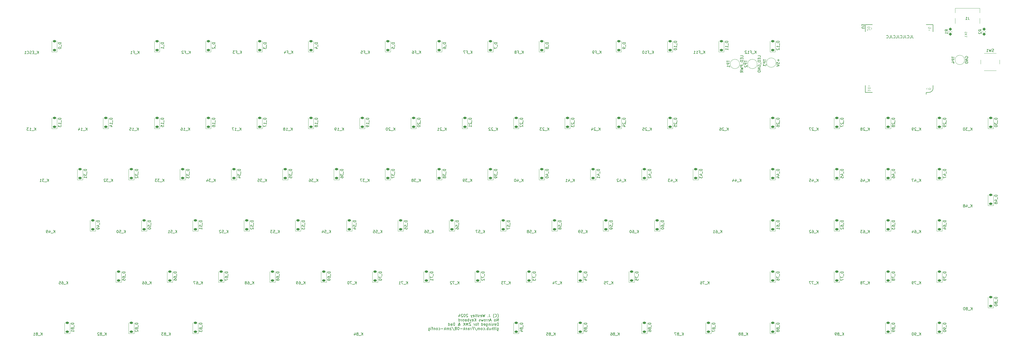
<source format=gbr>
%TF.GenerationSoftware,KiCad,Pcbnew,8.0.5*%
%TF.CreationDate,2024-11-10T22:51:29+11:00*%
%TF.ProjectId,keyboard,6b657962-6f61-4726-942e-6b696361645f,rev?*%
%TF.SameCoordinates,Original*%
%TF.FileFunction,Legend,Bot*%
%TF.FilePolarity,Positive*%
%FSLAX46Y46*%
G04 Gerber Fmt 4.6, Leading zero omitted, Abs format (unit mm)*
G04 Created by KiCad (PCBNEW 8.0.5) date 2024-11-10 22:51:29*
%MOMM*%
%LPD*%
G01*
G04 APERTURE LIST*
G04 Aperture macros list*
%AMRoundRect*
0 Rectangle with rounded corners*
0 $1 Rounding radius*
0 $2 $3 $4 $5 $6 $7 $8 $9 X,Y pos of 4 corners*
0 Add a 4 corners polygon primitive as box body*
4,1,4,$2,$3,$4,$5,$6,$7,$8,$9,$2,$3,0*
0 Add four circle primitives for the rounded corners*
1,1,$1+$1,$2,$3*
1,1,$1+$1,$4,$5*
1,1,$1+$1,$6,$7*
1,1,$1+$1,$8,$9*
0 Add four rect primitives between the rounded corners*
20,1,$1+$1,$2,$3,$4,$5,0*
20,1,$1+$1,$4,$5,$6,$7,0*
20,1,$1+$1,$6,$7,$8,$9,0*
20,1,$1+$1,$8,$9,$2,$3,0*%
G04 Aperture macros list end*
%ADD10C,0.150000*%
%ADD11C,0.062500*%
%ADD12C,0.120000*%
%ADD13C,1.750000*%
%ADD14C,3.000000*%
%ADD15C,3.987800*%
%ADD16R,2.550000X2.500000*%
%ADD17C,3.048000*%
%ADD18RoundRect,0.225000X0.375000X-0.225000X0.375000X0.225000X-0.375000X0.225000X-0.375000X-0.225000X0*%
%ADD19R,1.500000X2.800000*%
%ADD20R,2.800000X1.500000*%
%ADD21C,2.000000*%
%ADD22RoundRect,0.237500X-0.237500X0.250000X-0.237500X-0.250000X0.237500X-0.250000X0.237500X0.250000X0*%
%ADD23C,0.650000*%
%ADD24R,0.600000X1.240000*%
%ADD25R,0.300000X1.240000*%
%ADD26O,1.000000X1.800000*%
%ADD27O,1.000000X2.100000*%
G04 APERTURE END LIST*
D10*
X359377506Y-28869819D02*
X359377506Y-29584104D01*
X359377506Y-29584104D02*
X359425125Y-29726961D01*
X359425125Y-29726961D02*
X359520363Y-29822200D01*
X359520363Y-29822200D02*
X359663220Y-29869819D01*
X359663220Y-29869819D02*
X359758458Y-29869819D01*
X358425125Y-29869819D02*
X358901315Y-29869819D01*
X358901315Y-29869819D02*
X358901315Y-28869819D01*
X357520363Y-29774580D02*
X357567982Y-29822200D01*
X357567982Y-29822200D02*
X357710839Y-29869819D01*
X357710839Y-29869819D02*
X357806077Y-29869819D01*
X357806077Y-29869819D02*
X357948934Y-29822200D01*
X357948934Y-29822200D02*
X358044172Y-29726961D01*
X358044172Y-29726961D02*
X358091791Y-29631723D01*
X358091791Y-29631723D02*
X358139410Y-29441247D01*
X358139410Y-29441247D02*
X358139410Y-29298390D01*
X358139410Y-29298390D02*
X358091791Y-29107914D01*
X358091791Y-29107914D02*
X358044172Y-29012676D01*
X358044172Y-29012676D02*
X357948934Y-28917438D01*
X357948934Y-28917438D02*
X357806077Y-28869819D01*
X357806077Y-28869819D02*
X357710839Y-28869819D01*
X357710839Y-28869819D02*
X357567982Y-28917438D01*
X357567982Y-28917438D02*
X357520363Y-28965057D01*
X356806077Y-28869819D02*
X356806077Y-29584104D01*
X356806077Y-29584104D02*
X356853696Y-29726961D01*
X356853696Y-29726961D02*
X356948934Y-29822200D01*
X356948934Y-29822200D02*
X357091791Y-29869819D01*
X357091791Y-29869819D02*
X357187029Y-29869819D01*
X355853696Y-29869819D02*
X356329886Y-29869819D01*
X356329886Y-29869819D02*
X356329886Y-28869819D01*
X354948934Y-29774580D02*
X354996553Y-29822200D01*
X354996553Y-29822200D02*
X355139410Y-29869819D01*
X355139410Y-29869819D02*
X355234648Y-29869819D01*
X355234648Y-29869819D02*
X355377505Y-29822200D01*
X355377505Y-29822200D02*
X355472743Y-29726961D01*
X355472743Y-29726961D02*
X355520362Y-29631723D01*
X355520362Y-29631723D02*
X355567981Y-29441247D01*
X355567981Y-29441247D02*
X355567981Y-29298390D01*
X355567981Y-29298390D02*
X355520362Y-29107914D01*
X355520362Y-29107914D02*
X355472743Y-29012676D01*
X355472743Y-29012676D02*
X355377505Y-28917438D01*
X355377505Y-28917438D02*
X355234648Y-28869819D01*
X355234648Y-28869819D02*
X355139410Y-28869819D01*
X355139410Y-28869819D02*
X354996553Y-28917438D01*
X354996553Y-28917438D02*
X354948934Y-28965057D01*
X354234648Y-28869819D02*
X354234648Y-29584104D01*
X354234648Y-29584104D02*
X354282267Y-29726961D01*
X354282267Y-29726961D02*
X354377505Y-29822200D01*
X354377505Y-29822200D02*
X354520362Y-29869819D01*
X354520362Y-29869819D02*
X354615600Y-29869819D01*
X353282267Y-29869819D02*
X353758457Y-29869819D01*
X353758457Y-29869819D02*
X353758457Y-28869819D01*
X352377505Y-29774580D02*
X352425124Y-29822200D01*
X352425124Y-29822200D02*
X352567981Y-29869819D01*
X352567981Y-29869819D02*
X352663219Y-29869819D01*
X352663219Y-29869819D02*
X352806076Y-29822200D01*
X352806076Y-29822200D02*
X352901314Y-29726961D01*
X352901314Y-29726961D02*
X352948933Y-29631723D01*
X352948933Y-29631723D02*
X352996552Y-29441247D01*
X352996552Y-29441247D02*
X352996552Y-29298390D01*
X352996552Y-29298390D02*
X352948933Y-29107914D01*
X352948933Y-29107914D02*
X352901314Y-29012676D01*
X352901314Y-29012676D02*
X352806076Y-28917438D01*
X352806076Y-28917438D02*
X352663219Y-28869819D01*
X352663219Y-28869819D02*
X352567981Y-28869819D01*
X352567981Y-28869819D02*
X352425124Y-28917438D01*
X352425124Y-28917438D02*
X352377505Y-28965057D01*
X351663219Y-28869819D02*
X351663219Y-29584104D01*
X351663219Y-29584104D02*
X351710838Y-29726961D01*
X351710838Y-29726961D02*
X351806076Y-29822200D01*
X351806076Y-29822200D02*
X351948933Y-29869819D01*
X351948933Y-29869819D02*
X352044171Y-29869819D01*
X350710838Y-29869819D02*
X351187028Y-29869819D01*
X351187028Y-29869819D02*
X351187028Y-28869819D01*
X349806076Y-29774580D02*
X349853695Y-29822200D01*
X349853695Y-29822200D02*
X349996552Y-29869819D01*
X349996552Y-29869819D02*
X350091790Y-29869819D01*
X350091790Y-29869819D02*
X350234647Y-29822200D01*
X350234647Y-29822200D02*
X350329885Y-29726961D01*
X350329885Y-29726961D02*
X350377504Y-29631723D01*
X350377504Y-29631723D02*
X350425123Y-29441247D01*
X350425123Y-29441247D02*
X350425123Y-29298390D01*
X350425123Y-29298390D02*
X350377504Y-29107914D01*
X350377504Y-29107914D02*
X350329885Y-29012676D01*
X350329885Y-29012676D02*
X350234647Y-28917438D01*
X350234647Y-28917438D02*
X350091790Y-28869819D01*
X350091790Y-28869819D02*
X349996552Y-28869819D01*
X349996552Y-28869819D02*
X349853695Y-28917438D01*
X349853695Y-28917438D02*
X349806076Y-28965057D01*
D11*
X378870869Y-27983634D02*
X378870869Y-27626491D01*
X378870869Y-27626491D02*
X379228012Y-27590777D01*
X379228012Y-27590777D02*
X379192297Y-27626491D01*
X379192297Y-27626491D02*
X379156583Y-27697920D01*
X379156583Y-27697920D02*
X379156583Y-27876491D01*
X379156583Y-27876491D02*
X379192297Y-27947920D01*
X379192297Y-27947920D02*
X379228012Y-27983634D01*
X379228012Y-27983634D02*
X379299440Y-28019348D01*
X379299440Y-28019348D02*
X379478012Y-28019348D01*
X379478012Y-28019348D02*
X379549440Y-27983634D01*
X379549440Y-27983634D02*
X379585155Y-27947920D01*
X379585155Y-27947920D02*
X379620869Y-27876491D01*
X379620869Y-27876491D02*
X379620869Y-27697920D01*
X379620869Y-27697920D02*
X379585155Y-27626491D01*
X379585155Y-27626491D02*
X379549440Y-27590777D01*
X379620869Y-28340777D02*
X378870869Y-28340777D01*
X379620869Y-28769348D02*
X379192297Y-28447920D01*
X378870869Y-28769348D02*
X379299440Y-28340777D01*
X379620869Y-29483634D02*
X379620869Y-29055063D01*
X379620869Y-29269348D02*
X378870869Y-29269348D01*
X378870869Y-29269348D02*
X378978012Y-29197920D01*
X378978012Y-29197920D02*
X379049440Y-29126491D01*
X379049440Y-29126491D02*
X379085155Y-29055063D01*
D10*
X205377506Y-133920939D02*
X205425125Y-133873320D01*
X205425125Y-133873320D02*
X205520363Y-133730463D01*
X205520363Y-133730463D02*
X205567982Y-133635225D01*
X205567982Y-133635225D02*
X205615601Y-133492368D01*
X205615601Y-133492368D02*
X205663220Y-133254272D01*
X205663220Y-133254272D02*
X205663220Y-133063796D01*
X205663220Y-133063796D02*
X205615601Y-132825701D01*
X205615601Y-132825701D02*
X205567982Y-132682844D01*
X205567982Y-132682844D02*
X205520363Y-132587606D01*
X205520363Y-132587606D02*
X205425125Y-132444748D01*
X205425125Y-132444748D02*
X205377506Y-132397129D01*
X204425125Y-133444748D02*
X204472744Y-133492368D01*
X204472744Y-133492368D02*
X204615601Y-133539987D01*
X204615601Y-133539987D02*
X204710839Y-133539987D01*
X204710839Y-133539987D02*
X204853696Y-133492368D01*
X204853696Y-133492368D02*
X204948934Y-133397129D01*
X204948934Y-133397129D02*
X204996553Y-133301891D01*
X204996553Y-133301891D02*
X205044172Y-133111415D01*
X205044172Y-133111415D02*
X205044172Y-132968558D01*
X205044172Y-132968558D02*
X204996553Y-132778082D01*
X204996553Y-132778082D02*
X204948934Y-132682844D01*
X204948934Y-132682844D02*
X204853696Y-132587606D01*
X204853696Y-132587606D02*
X204710839Y-132539987D01*
X204710839Y-132539987D02*
X204615601Y-132539987D01*
X204615601Y-132539987D02*
X204472744Y-132587606D01*
X204472744Y-132587606D02*
X204425125Y-132635225D01*
X204091791Y-133920939D02*
X204044172Y-133873320D01*
X204044172Y-133873320D02*
X203948934Y-133730463D01*
X203948934Y-133730463D02*
X203901315Y-133635225D01*
X203901315Y-133635225D02*
X203853696Y-133492368D01*
X203853696Y-133492368D02*
X203806077Y-133254272D01*
X203806077Y-133254272D02*
X203806077Y-133063796D01*
X203806077Y-133063796D02*
X203853696Y-132825701D01*
X203853696Y-132825701D02*
X203901315Y-132682844D01*
X203901315Y-132682844D02*
X203948934Y-132587606D01*
X203948934Y-132587606D02*
X204044172Y-132444748D01*
X204044172Y-132444748D02*
X204091791Y-132397129D01*
X202282267Y-132539987D02*
X202282267Y-133254272D01*
X202282267Y-133254272D02*
X202329886Y-133397129D01*
X202329886Y-133397129D02*
X202425124Y-133492368D01*
X202425124Y-133492368D02*
X202567981Y-133539987D01*
X202567981Y-133539987D02*
X202663219Y-133539987D01*
X201806076Y-133444748D02*
X201758457Y-133492368D01*
X201758457Y-133492368D02*
X201806076Y-133539987D01*
X201806076Y-133539987D02*
X201853695Y-133492368D01*
X201853695Y-133492368D02*
X201806076Y-133444748D01*
X201806076Y-133444748D02*
X201806076Y-133539987D01*
X200663219Y-132539987D02*
X200425124Y-133539987D01*
X200425124Y-133539987D02*
X200234648Y-132825701D01*
X200234648Y-132825701D02*
X200044172Y-133539987D01*
X200044172Y-133539987D02*
X199806077Y-132539987D01*
X199044172Y-133492368D02*
X199139410Y-133539987D01*
X199139410Y-133539987D02*
X199329886Y-133539987D01*
X199329886Y-133539987D02*
X199425124Y-133492368D01*
X199425124Y-133492368D02*
X199472743Y-133397129D01*
X199472743Y-133397129D02*
X199472743Y-133016177D01*
X199472743Y-133016177D02*
X199425124Y-132920939D01*
X199425124Y-132920939D02*
X199329886Y-132873320D01*
X199329886Y-132873320D02*
X199139410Y-132873320D01*
X199139410Y-132873320D02*
X199044172Y-132920939D01*
X199044172Y-132920939D02*
X198996553Y-133016177D01*
X198996553Y-133016177D02*
X198996553Y-133111415D01*
X198996553Y-133111415D02*
X199472743Y-133206653D01*
X198615600Y-133492368D02*
X198520362Y-133539987D01*
X198520362Y-133539987D02*
X198329886Y-133539987D01*
X198329886Y-133539987D02*
X198234648Y-133492368D01*
X198234648Y-133492368D02*
X198187029Y-133397129D01*
X198187029Y-133397129D02*
X198187029Y-133349510D01*
X198187029Y-133349510D02*
X198234648Y-133254272D01*
X198234648Y-133254272D02*
X198329886Y-133206653D01*
X198329886Y-133206653D02*
X198472743Y-133206653D01*
X198472743Y-133206653D02*
X198567981Y-133159034D01*
X198567981Y-133159034D02*
X198615600Y-133063796D01*
X198615600Y-133063796D02*
X198615600Y-133016177D01*
X198615600Y-133016177D02*
X198567981Y-132920939D01*
X198567981Y-132920939D02*
X198472743Y-132873320D01*
X198472743Y-132873320D02*
X198329886Y-132873320D01*
X198329886Y-132873320D02*
X198234648Y-132920939D01*
X197901314Y-132873320D02*
X197520362Y-132873320D01*
X197758457Y-132539987D02*
X197758457Y-133397129D01*
X197758457Y-133397129D02*
X197710838Y-133492368D01*
X197710838Y-133492368D02*
X197615600Y-133539987D01*
X197615600Y-133539987D02*
X197520362Y-133539987D01*
X197044171Y-133539987D02*
X197139409Y-133492368D01*
X197139409Y-133492368D02*
X197187028Y-133397129D01*
X197187028Y-133397129D02*
X197187028Y-132539987D01*
X196282266Y-133492368D02*
X196377504Y-133539987D01*
X196377504Y-133539987D02*
X196567980Y-133539987D01*
X196567980Y-133539987D02*
X196663218Y-133492368D01*
X196663218Y-133492368D02*
X196710837Y-133397129D01*
X196710837Y-133397129D02*
X196710837Y-133016177D01*
X196710837Y-133016177D02*
X196663218Y-132920939D01*
X196663218Y-132920939D02*
X196567980Y-132873320D01*
X196567980Y-132873320D02*
X196377504Y-132873320D01*
X196377504Y-132873320D02*
X196282266Y-132920939D01*
X196282266Y-132920939D02*
X196234647Y-133016177D01*
X196234647Y-133016177D02*
X196234647Y-133111415D01*
X196234647Y-133111415D02*
X196710837Y-133206653D01*
X195901313Y-132873320D02*
X195663218Y-133539987D01*
X195425123Y-132873320D02*
X195663218Y-133539987D01*
X195663218Y-133539987D02*
X195758456Y-133778082D01*
X195758456Y-133778082D02*
X195806075Y-133825701D01*
X195806075Y-133825701D02*
X195901313Y-133873320D01*
X194329884Y-132635225D02*
X194282265Y-132587606D01*
X194282265Y-132587606D02*
X194187027Y-132539987D01*
X194187027Y-132539987D02*
X193948932Y-132539987D01*
X193948932Y-132539987D02*
X193853694Y-132587606D01*
X193853694Y-132587606D02*
X193806075Y-132635225D01*
X193806075Y-132635225D02*
X193758456Y-132730463D01*
X193758456Y-132730463D02*
X193758456Y-132825701D01*
X193758456Y-132825701D02*
X193806075Y-132968558D01*
X193806075Y-132968558D02*
X194377503Y-133539987D01*
X194377503Y-133539987D02*
X193758456Y-133539987D01*
X193139408Y-132539987D02*
X193044170Y-132539987D01*
X193044170Y-132539987D02*
X192948932Y-132587606D01*
X192948932Y-132587606D02*
X192901313Y-132635225D01*
X192901313Y-132635225D02*
X192853694Y-132730463D01*
X192853694Y-132730463D02*
X192806075Y-132920939D01*
X192806075Y-132920939D02*
X192806075Y-133159034D01*
X192806075Y-133159034D02*
X192853694Y-133349510D01*
X192853694Y-133349510D02*
X192901313Y-133444748D01*
X192901313Y-133444748D02*
X192948932Y-133492368D01*
X192948932Y-133492368D02*
X193044170Y-133539987D01*
X193044170Y-133539987D02*
X193139408Y-133539987D01*
X193139408Y-133539987D02*
X193234646Y-133492368D01*
X193234646Y-133492368D02*
X193282265Y-133444748D01*
X193282265Y-133444748D02*
X193329884Y-133349510D01*
X193329884Y-133349510D02*
X193377503Y-133159034D01*
X193377503Y-133159034D02*
X193377503Y-132920939D01*
X193377503Y-132920939D02*
X193329884Y-132730463D01*
X193329884Y-132730463D02*
X193282265Y-132635225D01*
X193282265Y-132635225D02*
X193234646Y-132587606D01*
X193234646Y-132587606D02*
X193139408Y-132539987D01*
X192425122Y-132635225D02*
X192377503Y-132587606D01*
X192377503Y-132587606D02*
X192282265Y-132539987D01*
X192282265Y-132539987D02*
X192044170Y-132539987D01*
X192044170Y-132539987D02*
X191948932Y-132587606D01*
X191948932Y-132587606D02*
X191901313Y-132635225D01*
X191901313Y-132635225D02*
X191853694Y-132730463D01*
X191853694Y-132730463D02*
X191853694Y-132825701D01*
X191853694Y-132825701D02*
X191901313Y-132968558D01*
X191901313Y-132968558D02*
X192472741Y-133539987D01*
X192472741Y-133539987D02*
X191853694Y-133539987D01*
X190996551Y-132873320D02*
X190996551Y-133539987D01*
X191234646Y-132492368D02*
X191472741Y-133206653D01*
X191472741Y-133206653D02*
X190853694Y-133206653D01*
X205663220Y-135149931D02*
X205663220Y-134149931D01*
X205663220Y-134149931D02*
X205091792Y-135149931D01*
X205091792Y-135149931D02*
X205091792Y-134149931D01*
X204472744Y-135149931D02*
X204567982Y-135102312D01*
X204567982Y-135102312D02*
X204615601Y-135054692D01*
X204615601Y-135054692D02*
X204663220Y-134959454D01*
X204663220Y-134959454D02*
X204663220Y-134673740D01*
X204663220Y-134673740D02*
X204615601Y-134578502D01*
X204615601Y-134578502D02*
X204567982Y-134530883D01*
X204567982Y-134530883D02*
X204472744Y-134483264D01*
X204472744Y-134483264D02*
X204329887Y-134483264D01*
X204329887Y-134483264D02*
X204234649Y-134530883D01*
X204234649Y-134530883D02*
X204187030Y-134578502D01*
X204187030Y-134578502D02*
X204139411Y-134673740D01*
X204139411Y-134673740D02*
X204139411Y-134959454D01*
X204139411Y-134959454D02*
X204187030Y-135054692D01*
X204187030Y-135054692D02*
X204234649Y-135102312D01*
X204234649Y-135102312D02*
X204329887Y-135149931D01*
X204329887Y-135149931D02*
X204472744Y-135149931D01*
X202996553Y-134864216D02*
X202520363Y-134864216D01*
X203091791Y-135149931D02*
X202758458Y-134149931D01*
X202758458Y-134149931D02*
X202425125Y-135149931D01*
X202091791Y-135149931D02*
X202091791Y-134483264D01*
X202091791Y-134673740D02*
X202044172Y-134578502D01*
X202044172Y-134578502D02*
X201996553Y-134530883D01*
X201996553Y-134530883D02*
X201901315Y-134483264D01*
X201901315Y-134483264D02*
X201806077Y-134483264D01*
X201472743Y-135149931D02*
X201472743Y-134483264D01*
X201472743Y-134673740D02*
X201425124Y-134578502D01*
X201425124Y-134578502D02*
X201377505Y-134530883D01*
X201377505Y-134530883D02*
X201282267Y-134483264D01*
X201282267Y-134483264D02*
X201187029Y-134483264D01*
X200710838Y-135149931D02*
X200806076Y-135102312D01*
X200806076Y-135102312D02*
X200853695Y-135054692D01*
X200853695Y-135054692D02*
X200901314Y-134959454D01*
X200901314Y-134959454D02*
X200901314Y-134673740D01*
X200901314Y-134673740D02*
X200853695Y-134578502D01*
X200853695Y-134578502D02*
X200806076Y-134530883D01*
X200806076Y-134530883D02*
X200710838Y-134483264D01*
X200710838Y-134483264D02*
X200567981Y-134483264D01*
X200567981Y-134483264D02*
X200472743Y-134530883D01*
X200472743Y-134530883D02*
X200425124Y-134578502D01*
X200425124Y-134578502D02*
X200377505Y-134673740D01*
X200377505Y-134673740D02*
X200377505Y-134959454D01*
X200377505Y-134959454D02*
X200425124Y-135054692D01*
X200425124Y-135054692D02*
X200472743Y-135102312D01*
X200472743Y-135102312D02*
X200567981Y-135149931D01*
X200567981Y-135149931D02*
X200710838Y-135149931D01*
X200044171Y-134483264D02*
X199853695Y-135149931D01*
X199853695Y-135149931D02*
X199663219Y-134673740D01*
X199663219Y-134673740D02*
X199472743Y-135149931D01*
X199472743Y-135149931D02*
X199282267Y-134483264D01*
X198948933Y-135102312D02*
X198853695Y-135149931D01*
X198853695Y-135149931D02*
X198663219Y-135149931D01*
X198663219Y-135149931D02*
X198567981Y-135102312D01*
X198567981Y-135102312D02*
X198520362Y-135007073D01*
X198520362Y-135007073D02*
X198520362Y-134959454D01*
X198520362Y-134959454D02*
X198567981Y-134864216D01*
X198567981Y-134864216D02*
X198663219Y-134816597D01*
X198663219Y-134816597D02*
X198806076Y-134816597D01*
X198806076Y-134816597D02*
X198901314Y-134768978D01*
X198901314Y-134768978D02*
X198948933Y-134673740D01*
X198948933Y-134673740D02*
X198948933Y-134626121D01*
X198948933Y-134626121D02*
X198901314Y-134530883D01*
X198901314Y-134530883D02*
X198806076Y-134483264D01*
X198806076Y-134483264D02*
X198663219Y-134483264D01*
X198663219Y-134483264D02*
X198567981Y-134530883D01*
X197329885Y-135149931D02*
X197329885Y-134149931D01*
X196758457Y-135149931D02*
X197187028Y-134578502D01*
X196758457Y-134149931D02*
X197329885Y-134721359D01*
X195948933Y-135102312D02*
X196044171Y-135149931D01*
X196044171Y-135149931D02*
X196234647Y-135149931D01*
X196234647Y-135149931D02*
X196329885Y-135102312D01*
X196329885Y-135102312D02*
X196377504Y-135007073D01*
X196377504Y-135007073D02*
X196377504Y-134626121D01*
X196377504Y-134626121D02*
X196329885Y-134530883D01*
X196329885Y-134530883D02*
X196234647Y-134483264D01*
X196234647Y-134483264D02*
X196044171Y-134483264D01*
X196044171Y-134483264D02*
X195948933Y-134530883D01*
X195948933Y-134530883D02*
X195901314Y-134626121D01*
X195901314Y-134626121D02*
X195901314Y-134721359D01*
X195901314Y-134721359D02*
X196377504Y-134816597D01*
X195567980Y-134483264D02*
X195329885Y-135149931D01*
X195091790Y-134483264D02*
X195329885Y-135149931D01*
X195329885Y-135149931D02*
X195425123Y-135388026D01*
X195425123Y-135388026D02*
X195472742Y-135435645D01*
X195472742Y-135435645D02*
X195567980Y-135483264D01*
X194710837Y-135149931D02*
X194710837Y-134149931D01*
X194710837Y-134530883D02*
X194615599Y-134483264D01*
X194615599Y-134483264D02*
X194425123Y-134483264D01*
X194425123Y-134483264D02*
X194329885Y-134530883D01*
X194329885Y-134530883D02*
X194282266Y-134578502D01*
X194282266Y-134578502D02*
X194234647Y-134673740D01*
X194234647Y-134673740D02*
X194234647Y-134959454D01*
X194234647Y-134959454D02*
X194282266Y-135054692D01*
X194282266Y-135054692D02*
X194329885Y-135102312D01*
X194329885Y-135102312D02*
X194425123Y-135149931D01*
X194425123Y-135149931D02*
X194615599Y-135149931D01*
X194615599Y-135149931D02*
X194710837Y-135102312D01*
X193377504Y-135149931D02*
X193377504Y-134626121D01*
X193377504Y-134626121D02*
X193425123Y-134530883D01*
X193425123Y-134530883D02*
X193520361Y-134483264D01*
X193520361Y-134483264D02*
X193710837Y-134483264D01*
X193710837Y-134483264D02*
X193806075Y-134530883D01*
X193377504Y-135102312D02*
X193472742Y-135149931D01*
X193472742Y-135149931D02*
X193710837Y-135149931D01*
X193710837Y-135149931D02*
X193806075Y-135102312D01*
X193806075Y-135102312D02*
X193853694Y-135007073D01*
X193853694Y-135007073D02*
X193853694Y-134911835D01*
X193853694Y-134911835D02*
X193806075Y-134816597D01*
X193806075Y-134816597D02*
X193710837Y-134768978D01*
X193710837Y-134768978D02*
X193472742Y-134768978D01*
X193472742Y-134768978D02*
X193377504Y-134721359D01*
X192758456Y-135149931D02*
X192853694Y-135102312D01*
X192853694Y-135102312D02*
X192901313Y-135054692D01*
X192901313Y-135054692D02*
X192948932Y-134959454D01*
X192948932Y-134959454D02*
X192948932Y-134673740D01*
X192948932Y-134673740D02*
X192901313Y-134578502D01*
X192901313Y-134578502D02*
X192853694Y-134530883D01*
X192853694Y-134530883D02*
X192758456Y-134483264D01*
X192758456Y-134483264D02*
X192615599Y-134483264D01*
X192615599Y-134483264D02*
X192520361Y-134530883D01*
X192520361Y-134530883D02*
X192472742Y-134578502D01*
X192472742Y-134578502D02*
X192425123Y-134673740D01*
X192425123Y-134673740D02*
X192425123Y-134959454D01*
X192425123Y-134959454D02*
X192472742Y-135054692D01*
X192472742Y-135054692D02*
X192520361Y-135102312D01*
X192520361Y-135102312D02*
X192615599Y-135149931D01*
X192615599Y-135149931D02*
X192758456Y-135149931D01*
X191996551Y-135149931D02*
X191996551Y-134483264D01*
X191996551Y-134673740D02*
X191948932Y-134578502D01*
X191948932Y-134578502D02*
X191901313Y-134530883D01*
X191901313Y-134530883D02*
X191806075Y-134483264D01*
X191806075Y-134483264D02*
X191710837Y-134483264D01*
X190948932Y-135149931D02*
X190948932Y-134149931D01*
X190948932Y-135102312D02*
X191044170Y-135149931D01*
X191044170Y-135149931D02*
X191234646Y-135149931D01*
X191234646Y-135149931D02*
X191329884Y-135102312D01*
X191329884Y-135102312D02*
X191377503Y-135054692D01*
X191377503Y-135054692D02*
X191425122Y-134959454D01*
X191425122Y-134959454D02*
X191425122Y-134673740D01*
X191425122Y-134673740D02*
X191377503Y-134578502D01*
X191377503Y-134578502D02*
X191329884Y-134530883D01*
X191329884Y-134530883D02*
X191234646Y-134483264D01*
X191234646Y-134483264D02*
X191044170Y-134483264D01*
X191044170Y-134483264D02*
X190948932Y-134530883D01*
X205663220Y-136759875D02*
X205663220Y-135759875D01*
X205663220Y-135759875D02*
X205425125Y-135759875D01*
X205425125Y-135759875D02*
X205282268Y-135807494D01*
X205282268Y-135807494D02*
X205187030Y-135902732D01*
X205187030Y-135902732D02*
X205139411Y-135997970D01*
X205139411Y-135997970D02*
X205091792Y-136188446D01*
X205091792Y-136188446D02*
X205091792Y-136331303D01*
X205091792Y-136331303D02*
X205139411Y-136521779D01*
X205139411Y-136521779D02*
X205187030Y-136617017D01*
X205187030Y-136617017D02*
X205282268Y-136712256D01*
X205282268Y-136712256D02*
X205425125Y-136759875D01*
X205425125Y-136759875D02*
X205663220Y-136759875D01*
X204282268Y-136712256D02*
X204377506Y-136759875D01*
X204377506Y-136759875D02*
X204567982Y-136759875D01*
X204567982Y-136759875D02*
X204663220Y-136712256D01*
X204663220Y-136712256D02*
X204710839Y-136617017D01*
X204710839Y-136617017D02*
X204710839Y-136236065D01*
X204710839Y-136236065D02*
X204663220Y-136140827D01*
X204663220Y-136140827D02*
X204567982Y-136093208D01*
X204567982Y-136093208D02*
X204377506Y-136093208D01*
X204377506Y-136093208D02*
X204282268Y-136140827D01*
X204282268Y-136140827D02*
X204234649Y-136236065D01*
X204234649Y-136236065D02*
X204234649Y-136331303D01*
X204234649Y-136331303D02*
X204710839Y-136426541D01*
X203853696Y-136712256D02*
X203758458Y-136759875D01*
X203758458Y-136759875D02*
X203567982Y-136759875D01*
X203567982Y-136759875D02*
X203472744Y-136712256D01*
X203472744Y-136712256D02*
X203425125Y-136617017D01*
X203425125Y-136617017D02*
X203425125Y-136569398D01*
X203425125Y-136569398D02*
X203472744Y-136474160D01*
X203472744Y-136474160D02*
X203567982Y-136426541D01*
X203567982Y-136426541D02*
X203710839Y-136426541D01*
X203710839Y-136426541D02*
X203806077Y-136378922D01*
X203806077Y-136378922D02*
X203853696Y-136283684D01*
X203853696Y-136283684D02*
X203853696Y-136236065D01*
X203853696Y-136236065D02*
X203806077Y-136140827D01*
X203806077Y-136140827D02*
X203710839Y-136093208D01*
X203710839Y-136093208D02*
X203567982Y-136093208D01*
X203567982Y-136093208D02*
X203472744Y-136140827D01*
X202996553Y-136759875D02*
X202996553Y-136093208D01*
X202996553Y-135759875D02*
X203044172Y-135807494D01*
X203044172Y-135807494D02*
X202996553Y-135855113D01*
X202996553Y-135855113D02*
X202948934Y-135807494D01*
X202948934Y-135807494D02*
X202996553Y-135759875D01*
X202996553Y-135759875D02*
X202996553Y-135855113D01*
X202520363Y-136093208D02*
X202520363Y-136759875D01*
X202520363Y-136188446D02*
X202472744Y-136140827D01*
X202472744Y-136140827D02*
X202377506Y-136093208D01*
X202377506Y-136093208D02*
X202234649Y-136093208D01*
X202234649Y-136093208D02*
X202139411Y-136140827D01*
X202139411Y-136140827D02*
X202091792Y-136236065D01*
X202091792Y-136236065D02*
X202091792Y-136759875D01*
X201187030Y-136093208D02*
X201187030Y-136902732D01*
X201187030Y-136902732D02*
X201234649Y-136997970D01*
X201234649Y-136997970D02*
X201282268Y-137045589D01*
X201282268Y-137045589D02*
X201377506Y-137093208D01*
X201377506Y-137093208D02*
X201520363Y-137093208D01*
X201520363Y-137093208D02*
X201615601Y-137045589D01*
X201187030Y-136712256D02*
X201282268Y-136759875D01*
X201282268Y-136759875D02*
X201472744Y-136759875D01*
X201472744Y-136759875D02*
X201567982Y-136712256D01*
X201567982Y-136712256D02*
X201615601Y-136664636D01*
X201615601Y-136664636D02*
X201663220Y-136569398D01*
X201663220Y-136569398D02*
X201663220Y-136283684D01*
X201663220Y-136283684D02*
X201615601Y-136188446D01*
X201615601Y-136188446D02*
X201567982Y-136140827D01*
X201567982Y-136140827D02*
X201472744Y-136093208D01*
X201472744Y-136093208D02*
X201282268Y-136093208D01*
X201282268Y-136093208D02*
X201187030Y-136140827D01*
X200329887Y-136712256D02*
X200425125Y-136759875D01*
X200425125Y-136759875D02*
X200615601Y-136759875D01*
X200615601Y-136759875D02*
X200710839Y-136712256D01*
X200710839Y-136712256D02*
X200758458Y-136617017D01*
X200758458Y-136617017D02*
X200758458Y-136236065D01*
X200758458Y-136236065D02*
X200710839Y-136140827D01*
X200710839Y-136140827D02*
X200615601Y-136093208D01*
X200615601Y-136093208D02*
X200425125Y-136093208D01*
X200425125Y-136093208D02*
X200329887Y-136140827D01*
X200329887Y-136140827D02*
X200282268Y-136236065D01*
X200282268Y-136236065D02*
X200282268Y-136331303D01*
X200282268Y-136331303D02*
X200758458Y-136426541D01*
X199425125Y-136759875D02*
X199425125Y-135759875D01*
X199425125Y-136712256D02*
X199520363Y-136759875D01*
X199520363Y-136759875D02*
X199710839Y-136759875D01*
X199710839Y-136759875D02*
X199806077Y-136712256D01*
X199806077Y-136712256D02*
X199853696Y-136664636D01*
X199853696Y-136664636D02*
X199901315Y-136569398D01*
X199901315Y-136569398D02*
X199901315Y-136283684D01*
X199901315Y-136283684D02*
X199853696Y-136188446D01*
X199853696Y-136188446D02*
X199806077Y-136140827D01*
X199806077Y-136140827D02*
X199710839Y-136093208D01*
X199710839Y-136093208D02*
X199520363Y-136093208D01*
X199520363Y-136093208D02*
X199425125Y-136140827D01*
X198329886Y-136093208D02*
X197948934Y-136093208D01*
X198187029Y-136759875D02*
X198187029Y-135902732D01*
X198187029Y-135902732D02*
X198139410Y-135807494D01*
X198139410Y-135807494D02*
X198044172Y-135759875D01*
X198044172Y-135759875D02*
X197948934Y-135759875D01*
X197472743Y-136759875D02*
X197567981Y-136712256D01*
X197567981Y-136712256D02*
X197615600Y-136664636D01*
X197615600Y-136664636D02*
X197663219Y-136569398D01*
X197663219Y-136569398D02*
X197663219Y-136283684D01*
X197663219Y-136283684D02*
X197615600Y-136188446D01*
X197615600Y-136188446D02*
X197567981Y-136140827D01*
X197567981Y-136140827D02*
X197472743Y-136093208D01*
X197472743Y-136093208D02*
X197329886Y-136093208D01*
X197329886Y-136093208D02*
X197234648Y-136140827D01*
X197234648Y-136140827D02*
X197187029Y-136188446D01*
X197187029Y-136188446D02*
X197139410Y-136283684D01*
X197139410Y-136283684D02*
X197139410Y-136569398D01*
X197139410Y-136569398D02*
X197187029Y-136664636D01*
X197187029Y-136664636D02*
X197234648Y-136712256D01*
X197234648Y-136712256D02*
X197329886Y-136759875D01*
X197329886Y-136759875D02*
X197472743Y-136759875D01*
X196710838Y-136759875D02*
X196710838Y-136093208D01*
X196710838Y-136283684D02*
X196663219Y-136188446D01*
X196663219Y-136188446D02*
X196615600Y-136140827D01*
X196615600Y-136140827D02*
X196520362Y-136093208D01*
X196520362Y-136093208D02*
X196425124Y-136093208D01*
X195425123Y-135759875D02*
X194758457Y-135759875D01*
X194758457Y-135759875D02*
X195425123Y-136759875D01*
X195425123Y-136759875D02*
X194758457Y-136759875D01*
X194377504Y-136759875D02*
X194377504Y-135759875D01*
X194377504Y-135759875D02*
X194044171Y-136474160D01*
X194044171Y-136474160D02*
X193710838Y-135759875D01*
X193710838Y-135759875D02*
X193710838Y-136759875D01*
X193234647Y-136759875D02*
X193234647Y-135759875D01*
X192663219Y-136759875D02*
X193091790Y-136188446D01*
X192663219Y-135759875D02*
X193234647Y-136331303D01*
X190663218Y-136759875D02*
X190710838Y-136759875D01*
X190710838Y-136759875D02*
X190806076Y-136712256D01*
X190806076Y-136712256D02*
X190948933Y-136569398D01*
X190948933Y-136569398D02*
X191187028Y-136283684D01*
X191187028Y-136283684D02*
X191282266Y-136140827D01*
X191282266Y-136140827D02*
X191329885Y-135997970D01*
X191329885Y-135997970D02*
X191329885Y-135902732D01*
X191329885Y-135902732D02*
X191282266Y-135807494D01*
X191282266Y-135807494D02*
X191187028Y-135759875D01*
X191187028Y-135759875D02*
X191139409Y-135759875D01*
X191139409Y-135759875D02*
X191044171Y-135807494D01*
X191044171Y-135807494D02*
X190996552Y-135902732D01*
X190996552Y-135902732D02*
X190996552Y-135950351D01*
X190996552Y-135950351D02*
X191044171Y-136045589D01*
X191044171Y-136045589D02*
X191091790Y-136093208D01*
X191091790Y-136093208D02*
X191377504Y-136283684D01*
X191377504Y-136283684D02*
X191425123Y-136331303D01*
X191425123Y-136331303D02*
X191472742Y-136426541D01*
X191472742Y-136426541D02*
X191472742Y-136569398D01*
X191472742Y-136569398D02*
X191425123Y-136664636D01*
X191425123Y-136664636D02*
X191377504Y-136712256D01*
X191377504Y-136712256D02*
X191282266Y-136759875D01*
X191282266Y-136759875D02*
X191139409Y-136759875D01*
X191139409Y-136759875D02*
X191044171Y-136712256D01*
X191044171Y-136712256D02*
X190996552Y-136664636D01*
X190996552Y-136664636D02*
X190853695Y-136474160D01*
X190853695Y-136474160D02*
X190806076Y-136331303D01*
X190806076Y-136331303D02*
X190806076Y-136236065D01*
X189472742Y-136759875D02*
X189472742Y-135759875D01*
X189472742Y-135759875D02*
X189234647Y-135759875D01*
X189234647Y-135759875D02*
X189091790Y-135807494D01*
X189091790Y-135807494D02*
X188996552Y-135902732D01*
X188996552Y-135902732D02*
X188948933Y-135997970D01*
X188948933Y-135997970D02*
X188901314Y-136188446D01*
X188901314Y-136188446D02*
X188901314Y-136331303D01*
X188901314Y-136331303D02*
X188948933Y-136521779D01*
X188948933Y-136521779D02*
X188996552Y-136617017D01*
X188996552Y-136617017D02*
X189091790Y-136712256D01*
X189091790Y-136712256D02*
X189234647Y-136759875D01*
X189234647Y-136759875D02*
X189472742Y-136759875D01*
X188044171Y-136759875D02*
X188044171Y-136236065D01*
X188044171Y-136236065D02*
X188091790Y-136140827D01*
X188091790Y-136140827D02*
X188187028Y-136093208D01*
X188187028Y-136093208D02*
X188377504Y-136093208D01*
X188377504Y-136093208D02*
X188472742Y-136140827D01*
X188044171Y-136712256D02*
X188139409Y-136759875D01*
X188139409Y-136759875D02*
X188377504Y-136759875D01*
X188377504Y-136759875D02*
X188472742Y-136712256D01*
X188472742Y-136712256D02*
X188520361Y-136617017D01*
X188520361Y-136617017D02*
X188520361Y-136521779D01*
X188520361Y-136521779D02*
X188472742Y-136426541D01*
X188472742Y-136426541D02*
X188377504Y-136378922D01*
X188377504Y-136378922D02*
X188139409Y-136378922D01*
X188139409Y-136378922D02*
X188044171Y-136331303D01*
X187139409Y-136759875D02*
X187139409Y-135759875D01*
X187139409Y-136712256D02*
X187234647Y-136759875D01*
X187234647Y-136759875D02*
X187425123Y-136759875D01*
X187425123Y-136759875D02*
X187520361Y-136712256D01*
X187520361Y-136712256D02*
X187567980Y-136664636D01*
X187567980Y-136664636D02*
X187615599Y-136569398D01*
X187615599Y-136569398D02*
X187615599Y-136283684D01*
X187615599Y-136283684D02*
X187567980Y-136188446D01*
X187567980Y-136188446D02*
X187520361Y-136140827D01*
X187520361Y-136140827D02*
X187425123Y-136093208D01*
X187425123Y-136093208D02*
X187234647Y-136093208D01*
X187234647Y-136093208D02*
X187139409Y-136140827D01*
X205234649Y-137703152D02*
X205234649Y-138512676D01*
X205234649Y-138512676D02*
X205282268Y-138607914D01*
X205282268Y-138607914D02*
X205329887Y-138655533D01*
X205329887Y-138655533D02*
X205425125Y-138703152D01*
X205425125Y-138703152D02*
X205567982Y-138703152D01*
X205567982Y-138703152D02*
X205663220Y-138655533D01*
X205234649Y-138322200D02*
X205329887Y-138369819D01*
X205329887Y-138369819D02*
X205520363Y-138369819D01*
X205520363Y-138369819D02*
X205615601Y-138322200D01*
X205615601Y-138322200D02*
X205663220Y-138274580D01*
X205663220Y-138274580D02*
X205710839Y-138179342D01*
X205710839Y-138179342D02*
X205710839Y-137893628D01*
X205710839Y-137893628D02*
X205663220Y-137798390D01*
X205663220Y-137798390D02*
X205615601Y-137750771D01*
X205615601Y-137750771D02*
X205520363Y-137703152D01*
X205520363Y-137703152D02*
X205329887Y-137703152D01*
X205329887Y-137703152D02*
X205234649Y-137750771D01*
X204758458Y-138369819D02*
X204758458Y-137703152D01*
X204758458Y-137369819D02*
X204806077Y-137417438D01*
X204806077Y-137417438D02*
X204758458Y-137465057D01*
X204758458Y-137465057D02*
X204710839Y-137417438D01*
X204710839Y-137417438D02*
X204758458Y-137369819D01*
X204758458Y-137369819D02*
X204758458Y-137465057D01*
X204425125Y-137703152D02*
X204044173Y-137703152D01*
X204282268Y-137369819D02*
X204282268Y-138226961D01*
X204282268Y-138226961D02*
X204234649Y-138322200D01*
X204234649Y-138322200D02*
X204139411Y-138369819D01*
X204139411Y-138369819D02*
X204044173Y-138369819D01*
X203710839Y-138369819D02*
X203710839Y-137369819D01*
X203282268Y-138369819D02*
X203282268Y-137846009D01*
X203282268Y-137846009D02*
X203329887Y-137750771D01*
X203329887Y-137750771D02*
X203425125Y-137703152D01*
X203425125Y-137703152D02*
X203567982Y-137703152D01*
X203567982Y-137703152D02*
X203663220Y-137750771D01*
X203663220Y-137750771D02*
X203710839Y-137798390D01*
X202377506Y-137703152D02*
X202377506Y-138369819D01*
X202806077Y-137703152D02*
X202806077Y-138226961D01*
X202806077Y-138226961D02*
X202758458Y-138322200D01*
X202758458Y-138322200D02*
X202663220Y-138369819D01*
X202663220Y-138369819D02*
X202520363Y-138369819D01*
X202520363Y-138369819D02*
X202425125Y-138322200D01*
X202425125Y-138322200D02*
X202377506Y-138274580D01*
X201901315Y-138369819D02*
X201901315Y-137369819D01*
X201901315Y-137750771D02*
X201806077Y-137703152D01*
X201806077Y-137703152D02*
X201615601Y-137703152D01*
X201615601Y-137703152D02*
X201520363Y-137750771D01*
X201520363Y-137750771D02*
X201472744Y-137798390D01*
X201472744Y-137798390D02*
X201425125Y-137893628D01*
X201425125Y-137893628D02*
X201425125Y-138179342D01*
X201425125Y-138179342D02*
X201472744Y-138274580D01*
X201472744Y-138274580D02*
X201520363Y-138322200D01*
X201520363Y-138322200D02*
X201615601Y-138369819D01*
X201615601Y-138369819D02*
X201806077Y-138369819D01*
X201806077Y-138369819D02*
X201901315Y-138322200D01*
X200996553Y-138274580D02*
X200948934Y-138322200D01*
X200948934Y-138322200D02*
X200996553Y-138369819D01*
X200996553Y-138369819D02*
X201044172Y-138322200D01*
X201044172Y-138322200D02*
X200996553Y-138274580D01*
X200996553Y-138274580D02*
X200996553Y-138369819D01*
X200091792Y-138322200D02*
X200187030Y-138369819D01*
X200187030Y-138369819D02*
X200377506Y-138369819D01*
X200377506Y-138369819D02*
X200472744Y-138322200D01*
X200472744Y-138322200D02*
X200520363Y-138274580D01*
X200520363Y-138274580D02*
X200567982Y-138179342D01*
X200567982Y-138179342D02*
X200567982Y-137893628D01*
X200567982Y-137893628D02*
X200520363Y-137798390D01*
X200520363Y-137798390D02*
X200472744Y-137750771D01*
X200472744Y-137750771D02*
X200377506Y-137703152D01*
X200377506Y-137703152D02*
X200187030Y-137703152D01*
X200187030Y-137703152D02*
X200091792Y-137750771D01*
X199520363Y-138369819D02*
X199615601Y-138322200D01*
X199615601Y-138322200D02*
X199663220Y-138274580D01*
X199663220Y-138274580D02*
X199710839Y-138179342D01*
X199710839Y-138179342D02*
X199710839Y-137893628D01*
X199710839Y-137893628D02*
X199663220Y-137798390D01*
X199663220Y-137798390D02*
X199615601Y-137750771D01*
X199615601Y-137750771D02*
X199520363Y-137703152D01*
X199520363Y-137703152D02*
X199377506Y-137703152D01*
X199377506Y-137703152D02*
X199282268Y-137750771D01*
X199282268Y-137750771D02*
X199234649Y-137798390D01*
X199234649Y-137798390D02*
X199187030Y-137893628D01*
X199187030Y-137893628D02*
X199187030Y-138179342D01*
X199187030Y-138179342D02*
X199234649Y-138274580D01*
X199234649Y-138274580D02*
X199282268Y-138322200D01*
X199282268Y-138322200D02*
X199377506Y-138369819D01*
X199377506Y-138369819D02*
X199520363Y-138369819D01*
X198758458Y-138369819D02*
X198758458Y-137703152D01*
X198758458Y-137798390D02*
X198710839Y-137750771D01*
X198710839Y-137750771D02*
X198615601Y-137703152D01*
X198615601Y-137703152D02*
X198472744Y-137703152D01*
X198472744Y-137703152D02*
X198377506Y-137750771D01*
X198377506Y-137750771D02*
X198329887Y-137846009D01*
X198329887Y-137846009D02*
X198329887Y-138369819D01*
X198329887Y-137846009D02*
X198282268Y-137750771D01*
X198282268Y-137750771D02*
X198187030Y-137703152D01*
X198187030Y-137703152D02*
X198044173Y-137703152D01*
X198044173Y-137703152D02*
X197948934Y-137750771D01*
X197948934Y-137750771D02*
X197901315Y-137846009D01*
X197901315Y-137846009D02*
X197901315Y-138369819D01*
X196710840Y-137322200D02*
X197567982Y-138607914D01*
X196044173Y-137846009D02*
X196377506Y-137846009D01*
X196377506Y-138369819D02*
X196377506Y-137369819D01*
X196377506Y-137369819D02*
X195901316Y-137369819D01*
X195520363Y-138369819D02*
X195520363Y-137703152D01*
X195520363Y-137893628D02*
X195472744Y-137798390D01*
X195472744Y-137798390D02*
X195425125Y-137750771D01*
X195425125Y-137750771D02*
X195329887Y-137703152D01*
X195329887Y-137703152D02*
X195234649Y-137703152D01*
X194472744Y-138369819D02*
X194472744Y-137846009D01*
X194472744Y-137846009D02*
X194520363Y-137750771D01*
X194520363Y-137750771D02*
X194615601Y-137703152D01*
X194615601Y-137703152D02*
X194806077Y-137703152D01*
X194806077Y-137703152D02*
X194901315Y-137750771D01*
X194472744Y-138322200D02*
X194567982Y-138369819D01*
X194567982Y-138369819D02*
X194806077Y-138369819D01*
X194806077Y-138369819D02*
X194901315Y-138322200D01*
X194901315Y-138322200D02*
X194948934Y-138226961D01*
X194948934Y-138226961D02*
X194948934Y-138131723D01*
X194948934Y-138131723D02*
X194901315Y-138036485D01*
X194901315Y-138036485D02*
X194806077Y-137988866D01*
X194806077Y-137988866D02*
X194567982Y-137988866D01*
X194567982Y-137988866D02*
X194472744Y-137941247D01*
X193996553Y-137703152D02*
X193996553Y-138369819D01*
X193996553Y-137798390D02*
X193948934Y-137750771D01*
X193948934Y-137750771D02*
X193853696Y-137703152D01*
X193853696Y-137703152D02*
X193710839Y-137703152D01*
X193710839Y-137703152D02*
X193615601Y-137750771D01*
X193615601Y-137750771D02*
X193567982Y-137846009D01*
X193567982Y-137846009D02*
X193567982Y-138369819D01*
X193091791Y-138369819D02*
X193091791Y-137369819D01*
X192996553Y-137988866D02*
X192710839Y-138369819D01*
X192710839Y-137703152D02*
X193091791Y-138084104D01*
X192282267Y-137988866D02*
X191520363Y-137988866D01*
X190853696Y-137369819D02*
X190758458Y-137369819D01*
X190758458Y-137369819D02*
X190663220Y-137417438D01*
X190663220Y-137417438D02*
X190615601Y-137465057D01*
X190615601Y-137465057D02*
X190567982Y-137560295D01*
X190567982Y-137560295D02*
X190520363Y-137750771D01*
X190520363Y-137750771D02*
X190520363Y-137988866D01*
X190520363Y-137988866D02*
X190567982Y-138179342D01*
X190567982Y-138179342D02*
X190615601Y-138274580D01*
X190615601Y-138274580D02*
X190663220Y-138322200D01*
X190663220Y-138322200D02*
X190758458Y-138369819D01*
X190758458Y-138369819D02*
X190853696Y-138369819D01*
X190853696Y-138369819D02*
X190948934Y-138322200D01*
X190948934Y-138322200D02*
X190996553Y-138274580D01*
X190996553Y-138274580D02*
X191044172Y-138179342D01*
X191044172Y-138179342D02*
X191091791Y-137988866D01*
X191091791Y-137988866D02*
X191091791Y-137750771D01*
X191091791Y-137750771D02*
X191044172Y-137560295D01*
X191044172Y-137560295D02*
X190996553Y-137465057D01*
X190996553Y-137465057D02*
X190948934Y-137417438D01*
X190948934Y-137417438D02*
X190853696Y-137369819D01*
X189948934Y-137798390D02*
X190044172Y-137750771D01*
X190044172Y-137750771D02*
X190091791Y-137703152D01*
X190091791Y-137703152D02*
X190139410Y-137607914D01*
X190139410Y-137607914D02*
X190139410Y-137560295D01*
X190139410Y-137560295D02*
X190091791Y-137465057D01*
X190091791Y-137465057D02*
X190044172Y-137417438D01*
X190044172Y-137417438D02*
X189948934Y-137369819D01*
X189948934Y-137369819D02*
X189758458Y-137369819D01*
X189758458Y-137369819D02*
X189663220Y-137417438D01*
X189663220Y-137417438D02*
X189615601Y-137465057D01*
X189615601Y-137465057D02*
X189567982Y-137560295D01*
X189567982Y-137560295D02*
X189567982Y-137607914D01*
X189567982Y-137607914D02*
X189615601Y-137703152D01*
X189615601Y-137703152D02*
X189663220Y-137750771D01*
X189663220Y-137750771D02*
X189758458Y-137798390D01*
X189758458Y-137798390D02*
X189948934Y-137798390D01*
X189948934Y-137798390D02*
X190044172Y-137846009D01*
X190044172Y-137846009D02*
X190091791Y-137893628D01*
X190091791Y-137893628D02*
X190139410Y-137988866D01*
X190139410Y-137988866D02*
X190139410Y-138179342D01*
X190139410Y-138179342D02*
X190091791Y-138274580D01*
X190091791Y-138274580D02*
X190044172Y-138322200D01*
X190044172Y-138322200D02*
X189948934Y-138369819D01*
X189948934Y-138369819D02*
X189758458Y-138369819D01*
X189758458Y-138369819D02*
X189663220Y-138322200D01*
X189663220Y-138322200D02*
X189615601Y-138274580D01*
X189615601Y-138274580D02*
X189567982Y-138179342D01*
X189567982Y-138179342D02*
X189567982Y-137988866D01*
X189567982Y-137988866D02*
X189615601Y-137893628D01*
X189615601Y-137893628D02*
X189663220Y-137846009D01*
X189663220Y-137846009D02*
X189758458Y-137798390D01*
X188425125Y-137322200D02*
X189282267Y-138607914D01*
X188187029Y-137703152D02*
X187663220Y-137703152D01*
X187663220Y-137703152D02*
X188187029Y-138369819D01*
X188187029Y-138369819D02*
X187663220Y-138369819D01*
X187282267Y-138369819D02*
X187282267Y-137703152D01*
X187282267Y-137798390D02*
X187234648Y-137750771D01*
X187234648Y-137750771D02*
X187139410Y-137703152D01*
X187139410Y-137703152D02*
X186996553Y-137703152D01*
X186996553Y-137703152D02*
X186901315Y-137750771D01*
X186901315Y-137750771D02*
X186853696Y-137846009D01*
X186853696Y-137846009D02*
X186853696Y-138369819D01*
X186853696Y-137846009D02*
X186806077Y-137750771D01*
X186806077Y-137750771D02*
X186710839Y-137703152D01*
X186710839Y-137703152D02*
X186567982Y-137703152D01*
X186567982Y-137703152D02*
X186472743Y-137750771D01*
X186472743Y-137750771D02*
X186425124Y-137846009D01*
X186425124Y-137846009D02*
X186425124Y-138369819D01*
X185948934Y-138369819D02*
X185948934Y-137369819D01*
X185853696Y-137988866D02*
X185567982Y-138369819D01*
X185567982Y-137703152D02*
X185948934Y-138084104D01*
X185139410Y-137988866D02*
X184377506Y-137988866D01*
X183472744Y-138322200D02*
X183567982Y-138369819D01*
X183567982Y-138369819D02*
X183758458Y-138369819D01*
X183758458Y-138369819D02*
X183853696Y-138322200D01*
X183853696Y-138322200D02*
X183901315Y-138274580D01*
X183901315Y-138274580D02*
X183948934Y-138179342D01*
X183948934Y-138179342D02*
X183948934Y-137893628D01*
X183948934Y-137893628D02*
X183901315Y-137798390D01*
X183901315Y-137798390D02*
X183853696Y-137750771D01*
X183853696Y-137750771D02*
X183758458Y-137703152D01*
X183758458Y-137703152D02*
X183567982Y-137703152D01*
X183567982Y-137703152D02*
X183472744Y-137750771D01*
X182901315Y-138369819D02*
X182996553Y-138322200D01*
X182996553Y-138322200D02*
X183044172Y-138274580D01*
X183044172Y-138274580D02*
X183091791Y-138179342D01*
X183091791Y-138179342D02*
X183091791Y-137893628D01*
X183091791Y-137893628D02*
X183044172Y-137798390D01*
X183044172Y-137798390D02*
X182996553Y-137750771D01*
X182996553Y-137750771D02*
X182901315Y-137703152D01*
X182901315Y-137703152D02*
X182758458Y-137703152D01*
X182758458Y-137703152D02*
X182663220Y-137750771D01*
X182663220Y-137750771D02*
X182615601Y-137798390D01*
X182615601Y-137798390D02*
X182567982Y-137893628D01*
X182567982Y-137893628D02*
X182567982Y-138179342D01*
X182567982Y-138179342D02*
X182615601Y-138274580D01*
X182615601Y-138274580D02*
X182663220Y-138322200D01*
X182663220Y-138322200D02*
X182758458Y-138369819D01*
X182758458Y-138369819D02*
X182901315Y-138369819D01*
X182139410Y-137703152D02*
X182139410Y-138369819D01*
X182139410Y-137798390D02*
X182091791Y-137750771D01*
X182091791Y-137750771D02*
X181996553Y-137703152D01*
X181996553Y-137703152D02*
X181853696Y-137703152D01*
X181853696Y-137703152D02*
X181758458Y-137750771D01*
X181758458Y-137750771D02*
X181710839Y-137846009D01*
X181710839Y-137846009D02*
X181710839Y-138369819D01*
X181377505Y-137703152D02*
X180996553Y-137703152D01*
X181234648Y-138369819D02*
X181234648Y-137512676D01*
X181234648Y-137512676D02*
X181187029Y-137417438D01*
X181187029Y-137417438D02*
X181091791Y-137369819D01*
X181091791Y-137369819D02*
X180996553Y-137369819D01*
X180663219Y-138369819D02*
X180663219Y-137703152D01*
X180663219Y-137369819D02*
X180710838Y-137417438D01*
X180710838Y-137417438D02*
X180663219Y-137465057D01*
X180663219Y-137465057D02*
X180615600Y-137417438D01*
X180615600Y-137417438D02*
X180663219Y-137369819D01*
X180663219Y-137369819D02*
X180663219Y-137465057D01*
X179758458Y-137703152D02*
X179758458Y-138512676D01*
X179758458Y-138512676D02*
X179806077Y-138607914D01*
X179806077Y-138607914D02*
X179853696Y-138655533D01*
X179853696Y-138655533D02*
X179948934Y-138703152D01*
X179948934Y-138703152D02*
X180091791Y-138703152D01*
X180091791Y-138703152D02*
X180187029Y-138655533D01*
X179758458Y-138322200D02*
X179853696Y-138369819D01*
X179853696Y-138369819D02*
X180044172Y-138369819D01*
X180044172Y-138369819D02*
X180139410Y-138322200D01*
X180139410Y-138322200D02*
X180187029Y-138274580D01*
X180187029Y-138274580D02*
X180234648Y-138179342D01*
X180234648Y-138179342D02*
X180234648Y-137893628D01*
X180234648Y-137893628D02*
X180187029Y-137798390D01*
X180187029Y-137798390D02*
X180139410Y-137750771D01*
X180139410Y-137750771D02*
X180044172Y-137703152D01*
X180044172Y-137703152D02*
X179853696Y-137703152D01*
X179853696Y-137703152D02*
X179758458Y-137750771D01*
X148170237Y-64227819D02*
X148170237Y-63227819D01*
X147598809Y-64227819D02*
X148027380Y-63656390D01*
X147598809Y-63227819D02*
X148170237Y-63799247D01*
X147408333Y-64323057D02*
X146646428Y-64323057D01*
X145884523Y-64227819D02*
X146455951Y-64227819D01*
X146170237Y-64227819D02*
X146170237Y-63227819D01*
X146170237Y-63227819D02*
X146265475Y-63370676D01*
X146265475Y-63370676D02*
X146360713Y-63465914D01*
X146360713Y-63465914D02*
X146455951Y-63513533D01*
X145408332Y-64227819D02*
X145217856Y-64227819D01*
X145217856Y-64227819D02*
X145122618Y-64180200D01*
X145122618Y-64180200D02*
X145074999Y-64132580D01*
X145074999Y-64132580D02*
X144979761Y-63989723D01*
X144979761Y-63989723D02*
X144932142Y-63799247D01*
X144932142Y-63799247D02*
X144932142Y-63418295D01*
X144932142Y-63418295D02*
X144979761Y-63323057D01*
X144979761Y-63323057D02*
X145027380Y-63275438D01*
X145027380Y-63275438D02*
X145122618Y-63227819D01*
X145122618Y-63227819D02*
X145313094Y-63227819D01*
X145313094Y-63227819D02*
X145408332Y-63275438D01*
X145408332Y-63275438D02*
X145455951Y-63323057D01*
X145455951Y-63323057D02*
X145503570Y-63418295D01*
X145503570Y-63418295D02*
X145503570Y-63656390D01*
X145503570Y-63656390D02*
X145455951Y-63751628D01*
X145455951Y-63751628D02*
X145408332Y-63799247D01*
X145408332Y-63799247D02*
X145313094Y-63846866D01*
X145313094Y-63846866D02*
X145122618Y-63846866D01*
X145122618Y-63846866D02*
X145027380Y-63799247D01*
X145027380Y-63799247D02*
X144979761Y-63751628D01*
X144979761Y-63751628D02*
X144932142Y-63656390D01*
X167220237Y-64227819D02*
X167220237Y-63227819D01*
X166648809Y-64227819D02*
X167077380Y-63656390D01*
X166648809Y-63227819D02*
X167220237Y-63799247D01*
X166458333Y-64323057D02*
X165696428Y-64323057D01*
X165505951Y-63323057D02*
X165458332Y-63275438D01*
X165458332Y-63275438D02*
X165363094Y-63227819D01*
X165363094Y-63227819D02*
X165124999Y-63227819D01*
X165124999Y-63227819D02*
X165029761Y-63275438D01*
X165029761Y-63275438D02*
X164982142Y-63323057D01*
X164982142Y-63323057D02*
X164934523Y-63418295D01*
X164934523Y-63418295D02*
X164934523Y-63513533D01*
X164934523Y-63513533D02*
X164982142Y-63656390D01*
X164982142Y-63656390D02*
X165553570Y-64227819D01*
X165553570Y-64227819D02*
X164934523Y-64227819D01*
X164315475Y-63227819D02*
X164220237Y-63227819D01*
X164220237Y-63227819D02*
X164124999Y-63275438D01*
X164124999Y-63275438D02*
X164077380Y-63323057D01*
X164077380Y-63323057D02*
X164029761Y-63418295D01*
X164029761Y-63418295D02*
X163982142Y-63608771D01*
X163982142Y-63608771D02*
X163982142Y-63846866D01*
X163982142Y-63846866D02*
X164029761Y-64037342D01*
X164029761Y-64037342D02*
X164077380Y-64132580D01*
X164077380Y-64132580D02*
X164124999Y-64180200D01*
X164124999Y-64180200D02*
X164220237Y-64227819D01*
X164220237Y-64227819D02*
X164315475Y-64227819D01*
X164315475Y-64227819D02*
X164410713Y-64180200D01*
X164410713Y-64180200D02*
X164458332Y-64132580D01*
X164458332Y-64132580D02*
X164505951Y-64037342D01*
X164505951Y-64037342D02*
X164553570Y-63846866D01*
X164553570Y-63846866D02*
X164553570Y-63608771D01*
X164553570Y-63608771D02*
X164505951Y-63418295D01*
X164505951Y-63418295D02*
X164458332Y-63323057D01*
X164458332Y-63323057D02*
X164410713Y-63275438D01*
X164410713Y-63275438D02*
X164315475Y-63227819D01*
X91020237Y-64227819D02*
X91020237Y-63227819D01*
X90448809Y-64227819D02*
X90877380Y-63656390D01*
X90448809Y-63227819D02*
X91020237Y-63799247D01*
X90258333Y-64323057D02*
X89496428Y-64323057D01*
X88734523Y-64227819D02*
X89305951Y-64227819D01*
X89020237Y-64227819D02*
X89020237Y-63227819D01*
X89020237Y-63227819D02*
X89115475Y-63370676D01*
X89115475Y-63370676D02*
X89210713Y-63465914D01*
X89210713Y-63465914D02*
X89305951Y-63513533D01*
X87877380Y-63227819D02*
X88067856Y-63227819D01*
X88067856Y-63227819D02*
X88163094Y-63275438D01*
X88163094Y-63275438D02*
X88210713Y-63323057D01*
X88210713Y-63323057D02*
X88305951Y-63465914D01*
X88305951Y-63465914D02*
X88353570Y-63656390D01*
X88353570Y-63656390D02*
X88353570Y-64037342D01*
X88353570Y-64037342D02*
X88305951Y-64132580D01*
X88305951Y-64132580D02*
X88258332Y-64180200D01*
X88258332Y-64180200D02*
X88163094Y-64227819D01*
X88163094Y-64227819D02*
X87972618Y-64227819D01*
X87972618Y-64227819D02*
X87877380Y-64180200D01*
X87877380Y-64180200D02*
X87829761Y-64132580D01*
X87829761Y-64132580D02*
X87782142Y-64037342D01*
X87782142Y-64037342D02*
X87782142Y-63799247D01*
X87782142Y-63799247D02*
X87829761Y-63704009D01*
X87829761Y-63704009D02*
X87877380Y-63656390D01*
X87877380Y-63656390D02*
X87972618Y-63608771D01*
X87972618Y-63608771D02*
X88163094Y-63608771D01*
X88163094Y-63608771D02*
X88258332Y-63656390D01*
X88258332Y-63656390D02*
X88305951Y-63704009D01*
X88305951Y-63704009D02*
X88353570Y-63799247D01*
X282285515Y-35627339D02*
X282285515Y-34627339D01*
X281714087Y-35627339D02*
X282142658Y-35055910D01*
X281714087Y-34627339D02*
X282285515Y-35198767D01*
X281523611Y-35722577D02*
X280761706Y-35722577D01*
X280190277Y-35103529D02*
X280523610Y-35103529D01*
X280523610Y-35627339D02*
X280523610Y-34627339D01*
X280523610Y-34627339D02*
X280047420Y-34627339D01*
X279142658Y-35627339D02*
X279714086Y-35627339D01*
X279428372Y-35627339D02*
X279428372Y-34627339D01*
X279428372Y-34627339D02*
X279523610Y-34770196D01*
X279523610Y-34770196D02*
X279618848Y-34865434D01*
X279618848Y-34865434D02*
X279714086Y-34913053D01*
X278190277Y-35627339D02*
X278761705Y-35627339D01*
X278475991Y-35627339D02*
X278475991Y-34627339D01*
X278475991Y-34627339D02*
X278571229Y-34770196D01*
X278571229Y-34770196D02*
X278666467Y-34865434D01*
X278666467Y-34865434D02*
X278761705Y-34913053D01*
X324382737Y-83277819D02*
X324382737Y-82277819D01*
X323811309Y-83277819D02*
X324239880Y-82706390D01*
X323811309Y-82277819D02*
X324382737Y-82849247D01*
X323620833Y-83373057D02*
X322858928Y-83373057D01*
X322192261Y-82611152D02*
X322192261Y-83277819D01*
X322430356Y-82230200D02*
X322668451Y-82944485D01*
X322668451Y-82944485D02*
X322049404Y-82944485D01*
X321192261Y-82277819D02*
X321668451Y-82277819D01*
X321668451Y-82277819D02*
X321716070Y-82754009D01*
X321716070Y-82754009D02*
X321668451Y-82706390D01*
X321668451Y-82706390D02*
X321573213Y-82658771D01*
X321573213Y-82658771D02*
X321335118Y-82658771D01*
X321335118Y-82658771D02*
X321239880Y-82706390D01*
X321239880Y-82706390D02*
X321192261Y-82754009D01*
X321192261Y-82754009D02*
X321144642Y-82849247D01*
X321144642Y-82849247D02*
X321144642Y-83087342D01*
X321144642Y-83087342D02*
X321192261Y-83182580D01*
X321192261Y-83182580D02*
X321239880Y-83230200D01*
X321239880Y-83230200D02*
X321335118Y-83277819D01*
X321335118Y-83277819D02*
X321573213Y-83277819D01*
X321573213Y-83277819D02*
X321668451Y-83230200D01*
X321668451Y-83230200D02*
X321716070Y-83182580D01*
X33870237Y-64227819D02*
X33870237Y-63227819D01*
X33298809Y-64227819D02*
X33727380Y-63656390D01*
X33298809Y-63227819D02*
X33870237Y-63799247D01*
X33108333Y-64323057D02*
X32346428Y-64323057D01*
X31584523Y-64227819D02*
X32155951Y-64227819D01*
X31870237Y-64227819D02*
X31870237Y-63227819D01*
X31870237Y-63227819D02*
X31965475Y-63370676D01*
X31965475Y-63370676D02*
X32060713Y-63465914D01*
X32060713Y-63465914D02*
X32155951Y-63513533D01*
X31251189Y-63227819D02*
X30632142Y-63227819D01*
X30632142Y-63227819D02*
X30965475Y-63608771D01*
X30965475Y-63608771D02*
X30822618Y-63608771D01*
X30822618Y-63608771D02*
X30727380Y-63656390D01*
X30727380Y-63656390D02*
X30679761Y-63704009D01*
X30679761Y-63704009D02*
X30632142Y-63799247D01*
X30632142Y-63799247D02*
X30632142Y-64037342D01*
X30632142Y-64037342D02*
X30679761Y-64132580D01*
X30679761Y-64132580D02*
X30727380Y-64180200D01*
X30727380Y-64180200D02*
X30822618Y-64227819D01*
X30822618Y-64227819D02*
X31108332Y-64227819D01*
X31108332Y-64227819D02*
X31203570Y-64180200D01*
X31203570Y-64180200D02*
X31251189Y-64132580D01*
X248182737Y-121377819D02*
X248182737Y-120377819D01*
X247611309Y-121377819D02*
X248039880Y-120806390D01*
X247611309Y-120377819D02*
X248182737Y-120949247D01*
X247420833Y-121473057D02*
X246658928Y-121473057D01*
X246516070Y-120377819D02*
X245849404Y-120377819D01*
X245849404Y-120377819D02*
X246277975Y-121377819D01*
X244992261Y-120377819D02*
X245468451Y-120377819D01*
X245468451Y-120377819D02*
X245516070Y-120854009D01*
X245516070Y-120854009D02*
X245468451Y-120806390D01*
X245468451Y-120806390D02*
X245373213Y-120758771D01*
X245373213Y-120758771D02*
X245135118Y-120758771D01*
X245135118Y-120758771D02*
X245039880Y-120806390D01*
X245039880Y-120806390D02*
X244992261Y-120854009D01*
X244992261Y-120854009D02*
X244944642Y-120949247D01*
X244944642Y-120949247D02*
X244944642Y-121187342D01*
X244944642Y-121187342D02*
X244992261Y-121282580D01*
X244992261Y-121282580D02*
X245039880Y-121330200D01*
X245039880Y-121330200D02*
X245135118Y-121377819D01*
X245135118Y-121377819D02*
X245373213Y-121377819D01*
X245373213Y-121377819D02*
X245468451Y-121330200D01*
X245468451Y-121330200D02*
X245516070Y-121282580D01*
X181507737Y-102327819D02*
X181507737Y-101327819D01*
X180936309Y-102327819D02*
X181364880Y-101756390D01*
X180936309Y-101327819D02*
X181507737Y-101899247D01*
X180745833Y-102423057D02*
X179983928Y-102423057D01*
X179269642Y-101327819D02*
X179745832Y-101327819D01*
X179745832Y-101327819D02*
X179793451Y-101804009D01*
X179793451Y-101804009D02*
X179745832Y-101756390D01*
X179745832Y-101756390D02*
X179650594Y-101708771D01*
X179650594Y-101708771D02*
X179412499Y-101708771D01*
X179412499Y-101708771D02*
X179317261Y-101756390D01*
X179317261Y-101756390D02*
X179269642Y-101804009D01*
X179269642Y-101804009D02*
X179222023Y-101899247D01*
X179222023Y-101899247D02*
X179222023Y-102137342D01*
X179222023Y-102137342D02*
X179269642Y-102232580D01*
X179269642Y-102232580D02*
X179317261Y-102280200D01*
X179317261Y-102280200D02*
X179412499Y-102327819D01*
X179412499Y-102327819D02*
X179650594Y-102327819D01*
X179650594Y-102327819D02*
X179745832Y-102280200D01*
X179745832Y-102280200D02*
X179793451Y-102232580D01*
X178364880Y-101327819D02*
X178555356Y-101327819D01*
X178555356Y-101327819D02*
X178650594Y-101375438D01*
X178650594Y-101375438D02*
X178698213Y-101423057D01*
X178698213Y-101423057D02*
X178793451Y-101565914D01*
X178793451Y-101565914D02*
X178841070Y-101756390D01*
X178841070Y-101756390D02*
X178841070Y-102137342D01*
X178841070Y-102137342D02*
X178793451Y-102232580D01*
X178793451Y-102232580D02*
X178745832Y-102280200D01*
X178745832Y-102280200D02*
X178650594Y-102327819D01*
X178650594Y-102327819D02*
X178460118Y-102327819D01*
X178460118Y-102327819D02*
X178364880Y-102280200D01*
X178364880Y-102280200D02*
X178317261Y-102232580D01*
X178317261Y-102232580D02*
X178269642Y-102137342D01*
X178269642Y-102137342D02*
X178269642Y-101899247D01*
X178269642Y-101899247D02*
X178317261Y-101804009D01*
X178317261Y-101804009D02*
X178364880Y-101756390D01*
X178364880Y-101756390D02*
X178460118Y-101708771D01*
X178460118Y-101708771D02*
X178650594Y-101708771D01*
X178650594Y-101708771D02*
X178745832Y-101756390D01*
X178745832Y-101756390D02*
X178793451Y-101804009D01*
X178793451Y-101804009D02*
X178841070Y-101899247D01*
X343432737Y-83277819D02*
X343432737Y-82277819D01*
X342861309Y-83277819D02*
X343289880Y-82706390D01*
X342861309Y-82277819D02*
X343432737Y-82849247D01*
X342670833Y-83373057D02*
X341908928Y-83373057D01*
X341242261Y-82611152D02*
X341242261Y-83277819D01*
X341480356Y-82230200D02*
X341718451Y-82944485D01*
X341718451Y-82944485D02*
X341099404Y-82944485D01*
X340289880Y-82277819D02*
X340480356Y-82277819D01*
X340480356Y-82277819D02*
X340575594Y-82325438D01*
X340575594Y-82325438D02*
X340623213Y-82373057D01*
X340623213Y-82373057D02*
X340718451Y-82515914D01*
X340718451Y-82515914D02*
X340766070Y-82706390D01*
X340766070Y-82706390D02*
X340766070Y-83087342D01*
X340766070Y-83087342D02*
X340718451Y-83182580D01*
X340718451Y-83182580D02*
X340670832Y-83230200D01*
X340670832Y-83230200D02*
X340575594Y-83277819D01*
X340575594Y-83277819D02*
X340385118Y-83277819D01*
X340385118Y-83277819D02*
X340289880Y-83230200D01*
X340289880Y-83230200D02*
X340242261Y-83182580D01*
X340242261Y-83182580D02*
X340194642Y-83087342D01*
X340194642Y-83087342D02*
X340194642Y-82849247D01*
X340194642Y-82849247D02*
X340242261Y-82754009D01*
X340242261Y-82754009D02*
X340289880Y-82706390D01*
X340289880Y-82706390D02*
X340385118Y-82658771D01*
X340385118Y-82658771D02*
X340575594Y-82658771D01*
X340575594Y-82658771D02*
X340670832Y-82706390D01*
X340670832Y-82706390D02*
X340718451Y-82754009D01*
X340718451Y-82754009D02*
X340766070Y-82849247D01*
X343432737Y-121377819D02*
X343432737Y-120377819D01*
X342861309Y-121377819D02*
X343289880Y-120806390D01*
X342861309Y-120377819D02*
X343432737Y-120949247D01*
X342670833Y-121473057D02*
X341908928Y-121473057D01*
X341766070Y-120377819D02*
X341099404Y-120377819D01*
X341099404Y-120377819D02*
X341527975Y-121377819D01*
X340575594Y-120806390D02*
X340670832Y-120758771D01*
X340670832Y-120758771D02*
X340718451Y-120711152D01*
X340718451Y-120711152D02*
X340766070Y-120615914D01*
X340766070Y-120615914D02*
X340766070Y-120568295D01*
X340766070Y-120568295D02*
X340718451Y-120473057D01*
X340718451Y-120473057D02*
X340670832Y-120425438D01*
X340670832Y-120425438D02*
X340575594Y-120377819D01*
X340575594Y-120377819D02*
X340385118Y-120377819D01*
X340385118Y-120377819D02*
X340289880Y-120425438D01*
X340289880Y-120425438D02*
X340242261Y-120473057D01*
X340242261Y-120473057D02*
X340194642Y-120568295D01*
X340194642Y-120568295D02*
X340194642Y-120615914D01*
X340194642Y-120615914D02*
X340242261Y-120711152D01*
X340242261Y-120711152D02*
X340289880Y-120758771D01*
X340289880Y-120758771D02*
X340385118Y-120806390D01*
X340385118Y-120806390D02*
X340575594Y-120806390D01*
X340575594Y-120806390D02*
X340670832Y-120854009D01*
X340670832Y-120854009D02*
X340718451Y-120901628D01*
X340718451Y-120901628D02*
X340766070Y-120996866D01*
X340766070Y-120996866D02*
X340766070Y-121187342D01*
X340766070Y-121187342D02*
X340718451Y-121282580D01*
X340718451Y-121282580D02*
X340670832Y-121330200D01*
X340670832Y-121330200D02*
X340575594Y-121377819D01*
X340575594Y-121377819D02*
X340385118Y-121377819D01*
X340385118Y-121377819D02*
X340289880Y-121330200D01*
X340289880Y-121330200D02*
X340242261Y-121282580D01*
X340242261Y-121282580D02*
X340194642Y-121187342D01*
X340194642Y-121187342D02*
X340194642Y-120996866D01*
X340194642Y-120996866D02*
X340242261Y-120901628D01*
X340242261Y-120901628D02*
X340289880Y-120854009D01*
X340289880Y-120854009D02*
X340385118Y-120806390D01*
X229132737Y-121377819D02*
X229132737Y-120377819D01*
X228561309Y-121377819D02*
X228989880Y-120806390D01*
X228561309Y-120377819D02*
X229132737Y-120949247D01*
X228370833Y-121473057D02*
X227608928Y-121473057D01*
X227466070Y-120377819D02*
X226799404Y-120377819D01*
X226799404Y-120377819D02*
X227227975Y-121377819D01*
X225989880Y-120711152D02*
X225989880Y-121377819D01*
X226227975Y-120330200D02*
X226466070Y-121044485D01*
X226466070Y-121044485D02*
X225847023Y-121044485D01*
X119595237Y-83277819D02*
X119595237Y-82277819D01*
X119023809Y-83277819D02*
X119452380Y-82706390D01*
X119023809Y-82277819D02*
X119595237Y-82849247D01*
X118833333Y-83373057D02*
X118071428Y-83373057D01*
X117928570Y-82277819D02*
X117309523Y-82277819D01*
X117309523Y-82277819D02*
X117642856Y-82658771D01*
X117642856Y-82658771D02*
X117499999Y-82658771D01*
X117499999Y-82658771D02*
X117404761Y-82706390D01*
X117404761Y-82706390D02*
X117357142Y-82754009D01*
X117357142Y-82754009D02*
X117309523Y-82849247D01*
X117309523Y-82849247D02*
X117309523Y-83087342D01*
X117309523Y-83087342D02*
X117357142Y-83182580D01*
X117357142Y-83182580D02*
X117404761Y-83230200D01*
X117404761Y-83230200D02*
X117499999Y-83277819D01*
X117499999Y-83277819D02*
X117785713Y-83277819D01*
X117785713Y-83277819D02*
X117880951Y-83230200D01*
X117880951Y-83230200D02*
X117928570Y-83182580D01*
X116404761Y-82277819D02*
X116880951Y-82277819D01*
X116880951Y-82277819D02*
X116928570Y-82754009D01*
X116928570Y-82754009D02*
X116880951Y-82706390D01*
X116880951Y-82706390D02*
X116785713Y-82658771D01*
X116785713Y-82658771D02*
X116547618Y-82658771D01*
X116547618Y-82658771D02*
X116452380Y-82706390D01*
X116452380Y-82706390D02*
X116404761Y-82754009D01*
X116404761Y-82754009D02*
X116357142Y-82849247D01*
X116357142Y-82849247D02*
X116357142Y-83087342D01*
X116357142Y-83087342D02*
X116404761Y-83182580D01*
X116404761Y-83182580D02*
X116452380Y-83230200D01*
X116452380Y-83230200D02*
X116547618Y-83277819D01*
X116547618Y-83277819D02*
X116785713Y-83277819D01*
X116785713Y-83277819D02*
X116880951Y-83230200D01*
X116880951Y-83230200D02*
X116928570Y-83182580D01*
X71970237Y-64227819D02*
X71970237Y-63227819D01*
X71398809Y-64227819D02*
X71827380Y-63656390D01*
X71398809Y-63227819D02*
X71970237Y-63799247D01*
X71208333Y-64323057D02*
X70446428Y-64323057D01*
X69684523Y-64227819D02*
X70255951Y-64227819D01*
X69970237Y-64227819D02*
X69970237Y-63227819D01*
X69970237Y-63227819D02*
X70065475Y-63370676D01*
X70065475Y-63370676D02*
X70160713Y-63465914D01*
X70160713Y-63465914D02*
X70255951Y-63513533D01*
X68779761Y-63227819D02*
X69255951Y-63227819D01*
X69255951Y-63227819D02*
X69303570Y-63704009D01*
X69303570Y-63704009D02*
X69255951Y-63656390D01*
X69255951Y-63656390D02*
X69160713Y-63608771D01*
X69160713Y-63608771D02*
X68922618Y-63608771D01*
X68922618Y-63608771D02*
X68827380Y-63656390D01*
X68827380Y-63656390D02*
X68779761Y-63704009D01*
X68779761Y-63704009D02*
X68732142Y-63799247D01*
X68732142Y-63799247D02*
X68732142Y-64037342D01*
X68732142Y-64037342D02*
X68779761Y-64132580D01*
X68779761Y-64132580D02*
X68827380Y-64180200D01*
X68827380Y-64180200D02*
X68922618Y-64227819D01*
X68922618Y-64227819D02*
X69160713Y-64227819D01*
X69160713Y-64227819D02*
X69255951Y-64180200D01*
X69255951Y-64180200D02*
X69303570Y-64132580D01*
X34877618Y-35707819D02*
X34877618Y-34707819D01*
X34306190Y-35707819D02*
X34734761Y-35136390D01*
X34306190Y-34707819D02*
X34877618Y-35279247D01*
X34115714Y-35803057D02*
X33353809Y-35803057D01*
X33115713Y-35184009D02*
X32782380Y-35184009D01*
X32639523Y-35707819D02*
X33115713Y-35707819D01*
X33115713Y-35707819D02*
X33115713Y-34707819D01*
X33115713Y-34707819D02*
X32639523Y-34707819D01*
X32258570Y-35660200D02*
X32115713Y-35707819D01*
X32115713Y-35707819D02*
X31877618Y-35707819D01*
X31877618Y-35707819D02*
X31782380Y-35660200D01*
X31782380Y-35660200D02*
X31734761Y-35612580D01*
X31734761Y-35612580D02*
X31687142Y-35517342D01*
X31687142Y-35517342D02*
X31687142Y-35422104D01*
X31687142Y-35422104D02*
X31734761Y-35326866D01*
X31734761Y-35326866D02*
X31782380Y-35279247D01*
X31782380Y-35279247D02*
X31877618Y-35231628D01*
X31877618Y-35231628D02*
X32068094Y-35184009D01*
X32068094Y-35184009D02*
X32163332Y-35136390D01*
X32163332Y-35136390D02*
X32210951Y-35088771D01*
X32210951Y-35088771D02*
X32258570Y-34993533D01*
X32258570Y-34993533D02*
X32258570Y-34898295D01*
X32258570Y-34898295D02*
X32210951Y-34803057D01*
X32210951Y-34803057D02*
X32163332Y-34755438D01*
X32163332Y-34755438D02*
X32068094Y-34707819D01*
X32068094Y-34707819D02*
X31829999Y-34707819D01*
X31829999Y-34707819D02*
X31687142Y-34755438D01*
X30687142Y-35612580D02*
X30734761Y-35660200D01*
X30734761Y-35660200D02*
X30877618Y-35707819D01*
X30877618Y-35707819D02*
X30972856Y-35707819D01*
X30972856Y-35707819D02*
X31115713Y-35660200D01*
X31115713Y-35660200D02*
X31210951Y-35564961D01*
X31210951Y-35564961D02*
X31258570Y-35469723D01*
X31258570Y-35469723D02*
X31306189Y-35279247D01*
X31306189Y-35279247D02*
X31306189Y-35136390D01*
X31306189Y-35136390D02*
X31258570Y-34945914D01*
X31258570Y-34945914D02*
X31210951Y-34850676D01*
X31210951Y-34850676D02*
X31115713Y-34755438D01*
X31115713Y-34755438D02*
X30972856Y-34707819D01*
X30972856Y-34707819D02*
X30877618Y-34707819D01*
X30877618Y-34707819D02*
X30734761Y-34755438D01*
X30734761Y-34755438D02*
X30687142Y-34803057D01*
X29734761Y-35707819D02*
X30306189Y-35707819D01*
X30020475Y-35707819D02*
X30020475Y-34707819D01*
X30020475Y-34707819D02*
X30115713Y-34850676D01*
X30115713Y-34850676D02*
X30210951Y-34945914D01*
X30210951Y-34945914D02*
X30306189Y-34993533D01*
X176745237Y-83277819D02*
X176745237Y-82277819D01*
X176173809Y-83277819D02*
X176602380Y-82706390D01*
X176173809Y-82277819D02*
X176745237Y-82849247D01*
X175983333Y-83373057D02*
X175221428Y-83373057D01*
X175078570Y-82277819D02*
X174459523Y-82277819D01*
X174459523Y-82277819D02*
X174792856Y-82658771D01*
X174792856Y-82658771D02*
X174649999Y-82658771D01*
X174649999Y-82658771D02*
X174554761Y-82706390D01*
X174554761Y-82706390D02*
X174507142Y-82754009D01*
X174507142Y-82754009D02*
X174459523Y-82849247D01*
X174459523Y-82849247D02*
X174459523Y-83087342D01*
X174459523Y-83087342D02*
X174507142Y-83182580D01*
X174507142Y-83182580D02*
X174554761Y-83230200D01*
X174554761Y-83230200D02*
X174649999Y-83277819D01*
X174649999Y-83277819D02*
X174935713Y-83277819D01*
X174935713Y-83277819D02*
X175030951Y-83230200D01*
X175030951Y-83230200D02*
X175078570Y-83182580D01*
X173888094Y-82706390D02*
X173983332Y-82658771D01*
X173983332Y-82658771D02*
X174030951Y-82611152D01*
X174030951Y-82611152D02*
X174078570Y-82515914D01*
X174078570Y-82515914D02*
X174078570Y-82468295D01*
X174078570Y-82468295D02*
X174030951Y-82373057D01*
X174030951Y-82373057D02*
X173983332Y-82325438D01*
X173983332Y-82325438D02*
X173888094Y-82277819D01*
X173888094Y-82277819D02*
X173697618Y-82277819D01*
X173697618Y-82277819D02*
X173602380Y-82325438D01*
X173602380Y-82325438D02*
X173554761Y-82373057D01*
X173554761Y-82373057D02*
X173507142Y-82468295D01*
X173507142Y-82468295D02*
X173507142Y-82515914D01*
X173507142Y-82515914D02*
X173554761Y-82611152D01*
X173554761Y-82611152D02*
X173602380Y-82658771D01*
X173602380Y-82658771D02*
X173697618Y-82706390D01*
X173697618Y-82706390D02*
X173888094Y-82706390D01*
X173888094Y-82706390D02*
X173983332Y-82754009D01*
X173983332Y-82754009D02*
X174030951Y-82801628D01*
X174030951Y-82801628D02*
X174078570Y-82896866D01*
X174078570Y-82896866D02*
X174078570Y-83087342D01*
X174078570Y-83087342D02*
X174030951Y-83182580D01*
X174030951Y-83182580D02*
X173983332Y-83230200D01*
X173983332Y-83230200D02*
X173888094Y-83277819D01*
X173888094Y-83277819D02*
X173697618Y-83277819D01*
X173697618Y-83277819D02*
X173602380Y-83230200D01*
X173602380Y-83230200D02*
X173554761Y-83182580D01*
X173554761Y-83182580D02*
X173507142Y-83087342D01*
X173507142Y-83087342D02*
X173507142Y-82896866D01*
X173507142Y-82896866D02*
X173554761Y-82801628D01*
X173554761Y-82801628D02*
X173602380Y-82754009D01*
X173602380Y-82754009D02*
X173697618Y-82706390D01*
X362482737Y-121377819D02*
X362482737Y-120377819D01*
X361911309Y-121377819D02*
X362339880Y-120806390D01*
X361911309Y-120377819D02*
X362482737Y-120949247D01*
X361720833Y-121473057D02*
X360958928Y-121473057D01*
X360816070Y-120377819D02*
X360149404Y-120377819D01*
X360149404Y-120377819D02*
X360577975Y-121377819D01*
X359720832Y-121377819D02*
X359530356Y-121377819D01*
X359530356Y-121377819D02*
X359435118Y-121330200D01*
X359435118Y-121330200D02*
X359387499Y-121282580D01*
X359387499Y-121282580D02*
X359292261Y-121139723D01*
X359292261Y-121139723D02*
X359244642Y-120949247D01*
X359244642Y-120949247D02*
X359244642Y-120568295D01*
X359244642Y-120568295D02*
X359292261Y-120473057D01*
X359292261Y-120473057D02*
X359339880Y-120425438D01*
X359339880Y-120425438D02*
X359435118Y-120377819D01*
X359435118Y-120377819D02*
X359625594Y-120377819D01*
X359625594Y-120377819D02*
X359720832Y-120425438D01*
X359720832Y-120425438D02*
X359768451Y-120473057D01*
X359768451Y-120473057D02*
X359816070Y-120568295D01*
X359816070Y-120568295D02*
X359816070Y-120806390D01*
X359816070Y-120806390D02*
X359768451Y-120901628D01*
X359768451Y-120901628D02*
X359720832Y-120949247D01*
X359720832Y-120949247D02*
X359625594Y-120996866D01*
X359625594Y-120996866D02*
X359435118Y-120996866D01*
X359435118Y-120996866D02*
X359339880Y-120949247D01*
X359339880Y-120949247D02*
X359292261Y-120901628D01*
X359292261Y-120901628D02*
X359244642Y-120806390D01*
X250563987Y-140427819D02*
X250563987Y-139427819D01*
X249992559Y-140427819D02*
X250421130Y-139856390D01*
X249992559Y-139427819D02*
X250563987Y-139999247D01*
X249802083Y-140523057D02*
X249040178Y-140523057D01*
X248659225Y-139856390D02*
X248754463Y-139808771D01*
X248754463Y-139808771D02*
X248802082Y-139761152D01*
X248802082Y-139761152D02*
X248849701Y-139665914D01*
X248849701Y-139665914D02*
X248849701Y-139618295D01*
X248849701Y-139618295D02*
X248802082Y-139523057D01*
X248802082Y-139523057D02*
X248754463Y-139475438D01*
X248754463Y-139475438D02*
X248659225Y-139427819D01*
X248659225Y-139427819D02*
X248468749Y-139427819D01*
X248468749Y-139427819D02*
X248373511Y-139475438D01*
X248373511Y-139475438D02*
X248325892Y-139523057D01*
X248325892Y-139523057D02*
X248278273Y-139618295D01*
X248278273Y-139618295D02*
X248278273Y-139665914D01*
X248278273Y-139665914D02*
X248325892Y-139761152D01*
X248325892Y-139761152D02*
X248373511Y-139808771D01*
X248373511Y-139808771D02*
X248468749Y-139856390D01*
X248468749Y-139856390D02*
X248659225Y-139856390D01*
X248659225Y-139856390D02*
X248754463Y-139904009D01*
X248754463Y-139904009D02*
X248802082Y-139951628D01*
X248802082Y-139951628D02*
X248849701Y-140046866D01*
X248849701Y-140046866D02*
X248849701Y-140237342D01*
X248849701Y-140237342D02*
X248802082Y-140332580D01*
X248802082Y-140332580D02*
X248754463Y-140380200D01*
X248754463Y-140380200D02*
X248659225Y-140427819D01*
X248659225Y-140427819D02*
X248468749Y-140427819D01*
X248468749Y-140427819D02*
X248373511Y-140380200D01*
X248373511Y-140380200D02*
X248325892Y-140332580D01*
X248325892Y-140332580D02*
X248278273Y-140237342D01*
X248278273Y-140237342D02*
X248278273Y-140046866D01*
X248278273Y-140046866D02*
X248325892Y-139951628D01*
X248325892Y-139951628D02*
X248373511Y-139904009D01*
X248373511Y-139904009D02*
X248468749Y-139856390D01*
X247421130Y-139427819D02*
X247611606Y-139427819D01*
X247611606Y-139427819D02*
X247706844Y-139475438D01*
X247706844Y-139475438D02*
X247754463Y-139523057D01*
X247754463Y-139523057D02*
X247849701Y-139665914D01*
X247849701Y-139665914D02*
X247897320Y-139856390D01*
X247897320Y-139856390D02*
X247897320Y-140237342D01*
X247897320Y-140237342D02*
X247849701Y-140332580D01*
X247849701Y-140332580D02*
X247802082Y-140380200D01*
X247802082Y-140380200D02*
X247706844Y-140427819D01*
X247706844Y-140427819D02*
X247516368Y-140427819D01*
X247516368Y-140427819D02*
X247421130Y-140380200D01*
X247421130Y-140380200D02*
X247373511Y-140332580D01*
X247373511Y-140332580D02*
X247325892Y-140237342D01*
X247325892Y-140237342D02*
X247325892Y-139999247D01*
X247325892Y-139999247D02*
X247373511Y-139904009D01*
X247373511Y-139904009D02*
X247421130Y-139856390D01*
X247421130Y-139856390D02*
X247516368Y-139808771D01*
X247516368Y-139808771D02*
X247706844Y-139808771D01*
X247706844Y-139808771D02*
X247802082Y-139856390D01*
X247802082Y-139856390D02*
X247849701Y-139904009D01*
X247849701Y-139904009D02*
X247897320Y-139999247D01*
X243797618Y-35627819D02*
X243797618Y-34627819D01*
X243226190Y-35627819D02*
X243654761Y-35056390D01*
X243226190Y-34627819D02*
X243797618Y-35199247D01*
X243035714Y-35723057D02*
X242273809Y-35723057D01*
X241702380Y-35104009D02*
X242035713Y-35104009D01*
X242035713Y-35627819D02*
X242035713Y-34627819D01*
X242035713Y-34627819D02*
X241559523Y-34627819D01*
X241130951Y-35627819D02*
X240940475Y-35627819D01*
X240940475Y-35627819D02*
X240845237Y-35580200D01*
X240845237Y-35580200D02*
X240797618Y-35532580D01*
X240797618Y-35532580D02*
X240702380Y-35389723D01*
X240702380Y-35389723D02*
X240654761Y-35199247D01*
X240654761Y-35199247D02*
X240654761Y-34818295D01*
X240654761Y-34818295D02*
X240702380Y-34723057D01*
X240702380Y-34723057D02*
X240749999Y-34675438D01*
X240749999Y-34675438D02*
X240845237Y-34627819D01*
X240845237Y-34627819D02*
X241035713Y-34627819D01*
X241035713Y-34627819D02*
X241130951Y-34675438D01*
X241130951Y-34675438D02*
X241178570Y-34723057D01*
X241178570Y-34723057D02*
X241226189Y-34818295D01*
X241226189Y-34818295D02*
X241226189Y-35056390D01*
X241226189Y-35056390D02*
X241178570Y-35151628D01*
X241178570Y-35151628D02*
X241130951Y-35199247D01*
X241130951Y-35199247D02*
X241035713Y-35246866D01*
X241035713Y-35246866D02*
X240845237Y-35246866D01*
X240845237Y-35246866D02*
X240749999Y-35199247D01*
X240749999Y-35199247D02*
X240702380Y-35151628D01*
X240702380Y-35151628D02*
X240654761Y-35056390D01*
X298188987Y-140427819D02*
X298188987Y-139427819D01*
X297617559Y-140427819D02*
X298046130Y-139856390D01*
X297617559Y-139427819D02*
X298188987Y-139999247D01*
X297427083Y-140523057D02*
X296665178Y-140523057D01*
X296284225Y-139856390D02*
X296379463Y-139808771D01*
X296379463Y-139808771D02*
X296427082Y-139761152D01*
X296427082Y-139761152D02*
X296474701Y-139665914D01*
X296474701Y-139665914D02*
X296474701Y-139618295D01*
X296474701Y-139618295D02*
X296427082Y-139523057D01*
X296427082Y-139523057D02*
X296379463Y-139475438D01*
X296379463Y-139475438D02*
X296284225Y-139427819D01*
X296284225Y-139427819D02*
X296093749Y-139427819D01*
X296093749Y-139427819D02*
X295998511Y-139475438D01*
X295998511Y-139475438D02*
X295950892Y-139523057D01*
X295950892Y-139523057D02*
X295903273Y-139618295D01*
X295903273Y-139618295D02*
X295903273Y-139665914D01*
X295903273Y-139665914D02*
X295950892Y-139761152D01*
X295950892Y-139761152D02*
X295998511Y-139808771D01*
X295998511Y-139808771D02*
X296093749Y-139856390D01*
X296093749Y-139856390D02*
X296284225Y-139856390D01*
X296284225Y-139856390D02*
X296379463Y-139904009D01*
X296379463Y-139904009D02*
X296427082Y-139951628D01*
X296427082Y-139951628D02*
X296474701Y-140046866D01*
X296474701Y-140046866D02*
X296474701Y-140237342D01*
X296474701Y-140237342D02*
X296427082Y-140332580D01*
X296427082Y-140332580D02*
X296379463Y-140380200D01*
X296379463Y-140380200D02*
X296284225Y-140427819D01*
X296284225Y-140427819D02*
X296093749Y-140427819D01*
X296093749Y-140427819D02*
X295998511Y-140380200D01*
X295998511Y-140380200D02*
X295950892Y-140332580D01*
X295950892Y-140332580D02*
X295903273Y-140237342D01*
X295903273Y-140237342D02*
X295903273Y-140046866D01*
X295903273Y-140046866D02*
X295950892Y-139951628D01*
X295950892Y-139951628D02*
X295998511Y-139904009D01*
X295998511Y-139904009D02*
X296093749Y-139856390D01*
X295331844Y-139856390D02*
X295427082Y-139808771D01*
X295427082Y-139808771D02*
X295474701Y-139761152D01*
X295474701Y-139761152D02*
X295522320Y-139665914D01*
X295522320Y-139665914D02*
X295522320Y-139618295D01*
X295522320Y-139618295D02*
X295474701Y-139523057D01*
X295474701Y-139523057D02*
X295427082Y-139475438D01*
X295427082Y-139475438D02*
X295331844Y-139427819D01*
X295331844Y-139427819D02*
X295141368Y-139427819D01*
X295141368Y-139427819D02*
X295046130Y-139475438D01*
X295046130Y-139475438D02*
X294998511Y-139523057D01*
X294998511Y-139523057D02*
X294950892Y-139618295D01*
X294950892Y-139618295D02*
X294950892Y-139665914D01*
X294950892Y-139665914D02*
X294998511Y-139761152D01*
X294998511Y-139761152D02*
X295046130Y-139808771D01*
X295046130Y-139808771D02*
X295141368Y-139856390D01*
X295141368Y-139856390D02*
X295331844Y-139856390D01*
X295331844Y-139856390D02*
X295427082Y-139904009D01*
X295427082Y-139904009D02*
X295474701Y-139951628D01*
X295474701Y-139951628D02*
X295522320Y-140046866D01*
X295522320Y-140046866D02*
X295522320Y-140237342D01*
X295522320Y-140237342D02*
X295474701Y-140332580D01*
X295474701Y-140332580D02*
X295427082Y-140380200D01*
X295427082Y-140380200D02*
X295331844Y-140427819D01*
X295331844Y-140427819D02*
X295141368Y-140427819D01*
X295141368Y-140427819D02*
X295046130Y-140380200D01*
X295046130Y-140380200D02*
X294998511Y-140332580D01*
X294998511Y-140332580D02*
X294950892Y-140237342D01*
X294950892Y-140237342D02*
X294950892Y-140046866D01*
X294950892Y-140046866D02*
X294998511Y-139951628D01*
X294998511Y-139951628D02*
X295046130Y-139904009D01*
X295046130Y-139904009D02*
X295141368Y-139856390D01*
X36251487Y-140427819D02*
X36251487Y-139427819D01*
X35680059Y-140427819D02*
X36108630Y-139856390D01*
X35680059Y-139427819D02*
X36251487Y-139999247D01*
X35489583Y-140523057D02*
X34727678Y-140523057D01*
X34346725Y-139856390D02*
X34441963Y-139808771D01*
X34441963Y-139808771D02*
X34489582Y-139761152D01*
X34489582Y-139761152D02*
X34537201Y-139665914D01*
X34537201Y-139665914D02*
X34537201Y-139618295D01*
X34537201Y-139618295D02*
X34489582Y-139523057D01*
X34489582Y-139523057D02*
X34441963Y-139475438D01*
X34441963Y-139475438D02*
X34346725Y-139427819D01*
X34346725Y-139427819D02*
X34156249Y-139427819D01*
X34156249Y-139427819D02*
X34061011Y-139475438D01*
X34061011Y-139475438D02*
X34013392Y-139523057D01*
X34013392Y-139523057D02*
X33965773Y-139618295D01*
X33965773Y-139618295D02*
X33965773Y-139665914D01*
X33965773Y-139665914D02*
X34013392Y-139761152D01*
X34013392Y-139761152D02*
X34061011Y-139808771D01*
X34061011Y-139808771D02*
X34156249Y-139856390D01*
X34156249Y-139856390D02*
X34346725Y-139856390D01*
X34346725Y-139856390D02*
X34441963Y-139904009D01*
X34441963Y-139904009D02*
X34489582Y-139951628D01*
X34489582Y-139951628D02*
X34537201Y-140046866D01*
X34537201Y-140046866D02*
X34537201Y-140237342D01*
X34537201Y-140237342D02*
X34489582Y-140332580D01*
X34489582Y-140332580D02*
X34441963Y-140380200D01*
X34441963Y-140380200D02*
X34346725Y-140427819D01*
X34346725Y-140427819D02*
X34156249Y-140427819D01*
X34156249Y-140427819D02*
X34061011Y-140380200D01*
X34061011Y-140380200D02*
X34013392Y-140332580D01*
X34013392Y-140332580D02*
X33965773Y-140237342D01*
X33965773Y-140237342D02*
X33965773Y-140046866D01*
X33965773Y-140046866D02*
X34013392Y-139951628D01*
X34013392Y-139951628D02*
X34061011Y-139904009D01*
X34061011Y-139904009D02*
X34156249Y-139856390D01*
X33013392Y-140427819D02*
X33584820Y-140427819D01*
X33299106Y-140427819D02*
X33299106Y-139427819D01*
X33299106Y-139427819D02*
X33394344Y-139570676D01*
X33394344Y-139570676D02*
X33489582Y-139665914D01*
X33489582Y-139665914D02*
X33584820Y-139713533D01*
X224370237Y-64227819D02*
X224370237Y-63227819D01*
X223798809Y-64227819D02*
X224227380Y-63656390D01*
X223798809Y-63227819D02*
X224370237Y-63799247D01*
X223608333Y-64323057D02*
X222846428Y-64323057D01*
X222655951Y-63323057D02*
X222608332Y-63275438D01*
X222608332Y-63275438D02*
X222513094Y-63227819D01*
X222513094Y-63227819D02*
X222274999Y-63227819D01*
X222274999Y-63227819D02*
X222179761Y-63275438D01*
X222179761Y-63275438D02*
X222132142Y-63323057D01*
X222132142Y-63323057D02*
X222084523Y-63418295D01*
X222084523Y-63418295D02*
X222084523Y-63513533D01*
X222084523Y-63513533D02*
X222132142Y-63656390D01*
X222132142Y-63656390D02*
X222703570Y-64227819D01*
X222703570Y-64227819D02*
X222084523Y-64227819D01*
X221751189Y-63227819D02*
X221132142Y-63227819D01*
X221132142Y-63227819D02*
X221465475Y-63608771D01*
X221465475Y-63608771D02*
X221322618Y-63608771D01*
X221322618Y-63608771D02*
X221227380Y-63656390D01*
X221227380Y-63656390D02*
X221179761Y-63704009D01*
X221179761Y-63704009D02*
X221132142Y-63799247D01*
X221132142Y-63799247D02*
X221132142Y-64037342D01*
X221132142Y-64037342D02*
X221179761Y-64132580D01*
X221179761Y-64132580D02*
X221227380Y-64180200D01*
X221227380Y-64180200D02*
X221322618Y-64227819D01*
X221322618Y-64227819D02*
X221608332Y-64227819D01*
X221608332Y-64227819D02*
X221703570Y-64180200D01*
X221703570Y-64180200D02*
X221751189Y-64132580D01*
X343432737Y-102327819D02*
X343432737Y-101327819D01*
X342861309Y-102327819D02*
X343289880Y-101756390D01*
X342861309Y-101327819D02*
X343432737Y-101899247D01*
X342670833Y-102423057D02*
X341908928Y-102423057D01*
X341242261Y-101327819D02*
X341432737Y-101327819D01*
X341432737Y-101327819D02*
X341527975Y-101375438D01*
X341527975Y-101375438D02*
X341575594Y-101423057D01*
X341575594Y-101423057D02*
X341670832Y-101565914D01*
X341670832Y-101565914D02*
X341718451Y-101756390D01*
X341718451Y-101756390D02*
X341718451Y-102137342D01*
X341718451Y-102137342D02*
X341670832Y-102232580D01*
X341670832Y-102232580D02*
X341623213Y-102280200D01*
X341623213Y-102280200D02*
X341527975Y-102327819D01*
X341527975Y-102327819D02*
X341337499Y-102327819D01*
X341337499Y-102327819D02*
X341242261Y-102280200D01*
X341242261Y-102280200D02*
X341194642Y-102232580D01*
X341194642Y-102232580D02*
X341147023Y-102137342D01*
X341147023Y-102137342D02*
X341147023Y-101899247D01*
X341147023Y-101899247D02*
X341194642Y-101804009D01*
X341194642Y-101804009D02*
X341242261Y-101756390D01*
X341242261Y-101756390D02*
X341337499Y-101708771D01*
X341337499Y-101708771D02*
X341527975Y-101708771D01*
X341527975Y-101708771D02*
X341623213Y-101756390D01*
X341623213Y-101756390D02*
X341670832Y-101804009D01*
X341670832Y-101804009D02*
X341718451Y-101899247D01*
X340813689Y-101327819D02*
X340194642Y-101327819D01*
X340194642Y-101327819D02*
X340527975Y-101708771D01*
X340527975Y-101708771D02*
X340385118Y-101708771D01*
X340385118Y-101708771D02*
X340289880Y-101756390D01*
X340289880Y-101756390D02*
X340242261Y-101804009D01*
X340242261Y-101804009D02*
X340194642Y-101899247D01*
X340194642Y-101899247D02*
X340194642Y-102137342D01*
X340194642Y-102137342D02*
X340242261Y-102232580D01*
X340242261Y-102232580D02*
X340289880Y-102280200D01*
X340289880Y-102280200D02*
X340385118Y-102327819D01*
X340385118Y-102327819D02*
X340670832Y-102327819D01*
X340670832Y-102327819D02*
X340766070Y-102280200D01*
X340766070Y-102280200D02*
X340813689Y-102232580D01*
X95782737Y-121377819D02*
X95782737Y-120377819D01*
X95211309Y-121377819D02*
X95639880Y-120806390D01*
X95211309Y-120377819D02*
X95782737Y-120949247D01*
X95020833Y-121473057D02*
X94258928Y-121473057D01*
X93592261Y-120377819D02*
X93782737Y-120377819D01*
X93782737Y-120377819D02*
X93877975Y-120425438D01*
X93877975Y-120425438D02*
X93925594Y-120473057D01*
X93925594Y-120473057D02*
X94020832Y-120615914D01*
X94020832Y-120615914D02*
X94068451Y-120806390D01*
X94068451Y-120806390D02*
X94068451Y-121187342D01*
X94068451Y-121187342D02*
X94020832Y-121282580D01*
X94020832Y-121282580D02*
X93973213Y-121330200D01*
X93973213Y-121330200D02*
X93877975Y-121377819D01*
X93877975Y-121377819D02*
X93687499Y-121377819D01*
X93687499Y-121377819D02*
X93592261Y-121330200D01*
X93592261Y-121330200D02*
X93544642Y-121282580D01*
X93544642Y-121282580D02*
X93497023Y-121187342D01*
X93497023Y-121187342D02*
X93497023Y-120949247D01*
X93497023Y-120949247D02*
X93544642Y-120854009D01*
X93544642Y-120854009D02*
X93592261Y-120806390D01*
X93592261Y-120806390D02*
X93687499Y-120758771D01*
X93687499Y-120758771D02*
X93877975Y-120758771D01*
X93877975Y-120758771D02*
X93973213Y-120806390D01*
X93973213Y-120806390D02*
X94020832Y-120854009D01*
X94020832Y-120854009D02*
X94068451Y-120949247D01*
X93163689Y-120377819D02*
X92497023Y-120377819D01*
X92497023Y-120377819D02*
X92925594Y-121377819D01*
X124357737Y-102327819D02*
X124357737Y-101327819D01*
X123786309Y-102327819D02*
X124214880Y-101756390D01*
X123786309Y-101327819D02*
X124357737Y-101899247D01*
X123595833Y-102423057D02*
X122833928Y-102423057D01*
X122119642Y-101327819D02*
X122595832Y-101327819D01*
X122595832Y-101327819D02*
X122643451Y-101804009D01*
X122643451Y-101804009D02*
X122595832Y-101756390D01*
X122595832Y-101756390D02*
X122500594Y-101708771D01*
X122500594Y-101708771D02*
X122262499Y-101708771D01*
X122262499Y-101708771D02*
X122167261Y-101756390D01*
X122167261Y-101756390D02*
X122119642Y-101804009D01*
X122119642Y-101804009D02*
X122072023Y-101899247D01*
X122072023Y-101899247D02*
X122072023Y-102137342D01*
X122072023Y-102137342D02*
X122119642Y-102232580D01*
X122119642Y-102232580D02*
X122167261Y-102280200D01*
X122167261Y-102280200D02*
X122262499Y-102327819D01*
X122262499Y-102327819D02*
X122500594Y-102327819D01*
X122500594Y-102327819D02*
X122595832Y-102280200D01*
X122595832Y-102280200D02*
X122643451Y-102232580D01*
X121738689Y-101327819D02*
X121119642Y-101327819D01*
X121119642Y-101327819D02*
X121452975Y-101708771D01*
X121452975Y-101708771D02*
X121310118Y-101708771D01*
X121310118Y-101708771D02*
X121214880Y-101756390D01*
X121214880Y-101756390D02*
X121167261Y-101804009D01*
X121167261Y-101804009D02*
X121119642Y-101899247D01*
X121119642Y-101899247D02*
X121119642Y-102137342D01*
X121119642Y-102137342D02*
X121167261Y-102232580D01*
X121167261Y-102232580D02*
X121214880Y-102280200D01*
X121214880Y-102280200D02*
X121310118Y-102327819D01*
X121310118Y-102327819D02*
X121595832Y-102327819D01*
X121595832Y-102327819D02*
X121691070Y-102280200D01*
X121691070Y-102280200D02*
X121738689Y-102232580D01*
X191032737Y-121377819D02*
X191032737Y-120377819D01*
X190461309Y-121377819D02*
X190889880Y-120806390D01*
X190461309Y-120377819D02*
X191032737Y-120949247D01*
X190270833Y-121473057D02*
X189508928Y-121473057D01*
X189366070Y-120377819D02*
X188699404Y-120377819D01*
X188699404Y-120377819D02*
X189127975Y-121377819D01*
X188366070Y-120473057D02*
X188318451Y-120425438D01*
X188318451Y-120425438D02*
X188223213Y-120377819D01*
X188223213Y-120377819D02*
X187985118Y-120377819D01*
X187985118Y-120377819D02*
X187889880Y-120425438D01*
X187889880Y-120425438D02*
X187842261Y-120473057D01*
X187842261Y-120473057D02*
X187794642Y-120568295D01*
X187794642Y-120568295D02*
X187794642Y-120663533D01*
X187794642Y-120663533D02*
X187842261Y-120806390D01*
X187842261Y-120806390D02*
X188413689Y-121377819D01*
X188413689Y-121377819D02*
X187794642Y-121377819D01*
X362482737Y-83277819D02*
X362482737Y-82277819D01*
X361911309Y-83277819D02*
X362339880Y-82706390D01*
X361911309Y-82277819D02*
X362482737Y-82849247D01*
X361720833Y-83373057D02*
X360958928Y-83373057D01*
X360292261Y-82611152D02*
X360292261Y-83277819D01*
X360530356Y-82230200D02*
X360768451Y-82944485D01*
X360768451Y-82944485D02*
X360149404Y-82944485D01*
X359863689Y-82277819D02*
X359197023Y-82277819D01*
X359197023Y-82277819D02*
X359625594Y-83277819D01*
X257707737Y-102327819D02*
X257707737Y-101327819D01*
X257136309Y-102327819D02*
X257564880Y-101756390D01*
X257136309Y-101327819D02*
X257707737Y-101899247D01*
X256945833Y-102423057D02*
X256183928Y-102423057D01*
X255517261Y-101327819D02*
X255707737Y-101327819D01*
X255707737Y-101327819D02*
X255802975Y-101375438D01*
X255802975Y-101375438D02*
X255850594Y-101423057D01*
X255850594Y-101423057D02*
X255945832Y-101565914D01*
X255945832Y-101565914D02*
X255993451Y-101756390D01*
X255993451Y-101756390D02*
X255993451Y-102137342D01*
X255993451Y-102137342D02*
X255945832Y-102232580D01*
X255945832Y-102232580D02*
X255898213Y-102280200D01*
X255898213Y-102280200D02*
X255802975Y-102327819D01*
X255802975Y-102327819D02*
X255612499Y-102327819D01*
X255612499Y-102327819D02*
X255517261Y-102280200D01*
X255517261Y-102280200D02*
X255469642Y-102232580D01*
X255469642Y-102232580D02*
X255422023Y-102137342D01*
X255422023Y-102137342D02*
X255422023Y-101899247D01*
X255422023Y-101899247D02*
X255469642Y-101804009D01*
X255469642Y-101804009D02*
X255517261Y-101756390D01*
X255517261Y-101756390D02*
X255612499Y-101708771D01*
X255612499Y-101708771D02*
X255802975Y-101708771D01*
X255802975Y-101708771D02*
X255898213Y-101756390D01*
X255898213Y-101756390D02*
X255945832Y-101804009D01*
X255945832Y-101804009D02*
X255993451Y-101899247D01*
X254802975Y-101327819D02*
X254707737Y-101327819D01*
X254707737Y-101327819D02*
X254612499Y-101375438D01*
X254612499Y-101375438D02*
X254564880Y-101423057D01*
X254564880Y-101423057D02*
X254517261Y-101518295D01*
X254517261Y-101518295D02*
X254469642Y-101708771D01*
X254469642Y-101708771D02*
X254469642Y-101946866D01*
X254469642Y-101946866D02*
X254517261Y-102137342D01*
X254517261Y-102137342D02*
X254564880Y-102232580D01*
X254564880Y-102232580D02*
X254612499Y-102280200D01*
X254612499Y-102280200D02*
X254707737Y-102327819D01*
X254707737Y-102327819D02*
X254802975Y-102327819D01*
X254802975Y-102327819D02*
X254898213Y-102280200D01*
X254898213Y-102280200D02*
X254945832Y-102232580D01*
X254945832Y-102232580D02*
X254993451Y-102137342D01*
X254993451Y-102137342D02*
X255041070Y-101946866D01*
X255041070Y-101946866D02*
X255041070Y-101708771D01*
X255041070Y-101708771D02*
X254993451Y-101518295D01*
X254993451Y-101518295D02*
X254945832Y-101423057D01*
X254945832Y-101423057D02*
X254898213Y-101375438D01*
X254898213Y-101375438D02*
X254802975Y-101327819D01*
X195893827Y-35636513D02*
X195893827Y-34636513D01*
X195322399Y-35636513D02*
X195750970Y-35065084D01*
X195322399Y-34636513D02*
X195893827Y-35207941D01*
X195131923Y-35731751D02*
X194370018Y-35731751D01*
X193798589Y-35112703D02*
X194131922Y-35112703D01*
X194131922Y-35636513D02*
X194131922Y-34636513D01*
X194131922Y-34636513D02*
X193655732Y-34636513D01*
X193370017Y-34636513D02*
X192703351Y-34636513D01*
X192703351Y-34636513D02*
X193131922Y-35636513D01*
X288663987Y-102327819D02*
X288663987Y-101327819D01*
X288092559Y-102327819D02*
X288521130Y-101756390D01*
X288092559Y-101327819D02*
X288663987Y-101899247D01*
X287902083Y-102423057D02*
X287140178Y-102423057D01*
X286473511Y-101327819D02*
X286663987Y-101327819D01*
X286663987Y-101327819D02*
X286759225Y-101375438D01*
X286759225Y-101375438D02*
X286806844Y-101423057D01*
X286806844Y-101423057D02*
X286902082Y-101565914D01*
X286902082Y-101565914D02*
X286949701Y-101756390D01*
X286949701Y-101756390D02*
X286949701Y-102137342D01*
X286949701Y-102137342D02*
X286902082Y-102232580D01*
X286902082Y-102232580D02*
X286854463Y-102280200D01*
X286854463Y-102280200D02*
X286759225Y-102327819D01*
X286759225Y-102327819D02*
X286568749Y-102327819D01*
X286568749Y-102327819D02*
X286473511Y-102280200D01*
X286473511Y-102280200D02*
X286425892Y-102232580D01*
X286425892Y-102232580D02*
X286378273Y-102137342D01*
X286378273Y-102137342D02*
X286378273Y-101899247D01*
X286378273Y-101899247D02*
X286425892Y-101804009D01*
X286425892Y-101804009D02*
X286473511Y-101756390D01*
X286473511Y-101756390D02*
X286568749Y-101708771D01*
X286568749Y-101708771D02*
X286759225Y-101708771D01*
X286759225Y-101708771D02*
X286854463Y-101756390D01*
X286854463Y-101756390D02*
X286902082Y-101804009D01*
X286902082Y-101804009D02*
X286949701Y-101899247D01*
X285425892Y-102327819D02*
X285997320Y-102327819D01*
X285711606Y-102327819D02*
X285711606Y-101327819D01*
X285711606Y-101327819D02*
X285806844Y-101470676D01*
X285806844Y-101470676D02*
X285902082Y-101565914D01*
X285902082Y-101565914D02*
X285997320Y-101613533D01*
X262470237Y-64227819D02*
X262470237Y-63227819D01*
X261898809Y-64227819D02*
X262327380Y-63656390D01*
X261898809Y-63227819D02*
X262470237Y-63799247D01*
X261708333Y-64323057D02*
X260946428Y-64323057D01*
X260755951Y-63323057D02*
X260708332Y-63275438D01*
X260708332Y-63275438D02*
X260613094Y-63227819D01*
X260613094Y-63227819D02*
X260374999Y-63227819D01*
X260374999Y-63227819D02*
X260279761Y-63275438D01*
X260279761Y-63275438D02*
X260232142Y-63323057D01*
X260232142Y-63323057D02*
X260184523Y-63418295D01*
X260184523Y-63418295D02*
X260184523Y-63513533D01*
X260184523Y-63513533D02*
X260232142Y-63656390D01*
X260232142Y-63656390D02*
X260803570Y-64227819D01*
X260803570Y-64227819D02*
X260184523Y-64227819D01*
X259279761Y-63227819D02*
X259755951Y-63227819D01*
X259755951Y-63227819D02*
X259803570Y-63704009D01*
X259803570Y-63704009D02*
X259755951Y-63656390D01*
X259755951Y-63656390D02*
X259660713Y-63608771D01*
X259660713Y-63608771D02*
X259422618Y-63608771D01*
X259422618Y-63608771D02*
X259327380Y-63656390D01*
X259327380Y-63656390D02*
X259279761Y-63704009D01*
X259279761Y-63704009D02*
X259232142Y-63799247D01*
X259232142Y-63799247D02*
X259232142Y-64037342D01*
X259232142Y-64037342D02*
X259279761Y-64132580D01*
X259279761Y-64132580D02*
X259327380Y-64180200D01*
X259327380Y-64180200D02*
X259422618Y-64227819D01*
X259422618Y-64227819D02*
X259660713Y-64227819D01*
X259660713Y-64227819D02*
X259755951Y-64180200D01*
X259755951Y-64180200D02*
X259803570Y-64132580D01*
X214893827Y-35636513D02*
X214893827Y-34636513D01*
X214322399Y-35636513D02*
X214750970Y-35065084D01*
X214322399Y-34636513D02*
X214893827Y-35207941D01*
X214131923Y-35731751D02*
X213370018Y-35731751D01*
X212798589Y-35112703D02*
X213131922Y-35112703D01*
X213131922Y-35636513D02*
X213131922Y-34636513D01*
X213131922Y-34636513D02*
X212655732Y-34636513D01*
X212131922Y-35065084D02*
X212227160Y-35017465D01*
X212227160Y-35017465D02*
X212274779Y-34969846D01*
X212274779Y-34969846D02*
X212322398Y-34874608D01*
X212322398Y-34874608D02*
X212322398Y-34826989D01*
X212322398Y-34826989D02*
X212274779Y-34731751D01*
X212274779Y-34731751D02*
X212227160Y-34684132D01*
X212227160Y-34684132D02*
X212131922Y-34636513D01*
X212131922Y-34636513D02*
X211941446Y-34636513D01*
X211941446Y-34636513D02*
X211846208Y-34684132D01*
X211846208Y-34684132D02*
X211798589Y-34731751D01*
X211798589Y-34731751D02*
X211750970Y-34826989D01*
X211750970Y-34826989D02*
X211750970Y-34874608D01*
X211750970Y-34874608D02*
X211798589Y-34969846D01*
X211798589Y-34969846D02*
X211846208Y-35017465D01*
X211846208Y-35017465D02*
X211941446Y-35065084D01*
X211941446Y-35065084D02*
X212131922Y-35065084D01*
X212131922Y-35065084D02*
X212227160Y-35112703D01*
X212227160Y-35112703D02*
X212274779Y-35160322D01*
X212274779Y-35160322D02*
X212322398Y-35255560D01*
X212322398Y-35255560D02*
X212322398Y-35446036D01*
X212322398Y-35446036D02*
X212274779Y-35541274D01*
X212274779Y-35541274D02*
X212227160Y-35588894D01*
X212227160Y-35588894D02*
X212131922Y-35636513D01*
X212131922Y-35636513D02*
X211941446Y-35636513D01*
X211941446Y-35636513D02*
X211846208Y-35588894D01*
X211846208Y-35588894D02*
X211798589Y-35541274D01*
X211798589Y-35541274D02*
X211750970Y-35446036D01*
X211750970Y-35446036D02*
X211750970Y-35255560D01*
X211750970Y-35255560D02*
X211798589Y-35160322D01*
X211798589Y-35160322D02*
X211846208Y-35112703D01*
X211846208Y-35112703D02*
X211941446Y-35065084D01*
X301325515Y-35627339D02*
X301325515Y-34627339D01*
X300754087Y-35627339D02*
X301182658Y-35055910D01*
X300754087Y-34627339D02*
X301325515Y-35198767D01*
X300563611Y-35722577D02*
X299801706Y-35722577D01*
X299230277Y-35103529D02*
X299563610Y-35103529D01*
X299563610Y-35627339D02*
X299563610Y-34627339D01*
X299563610Y-34627339D02*
X299087420Y-34627339D01*
X298182658Y-35627339D02*
X298754086Y-35627339D01*
X298468372Y-35627339D02*
X298468372Y-34627339D01*
X298468372Y-34627339D02*
X298563610Y-34770196D01*
X298563610Y-34770196D02*
X298658848Y-34865434D01*
X298658848Y-34865434D02*
X298754086Y-34913053D01*
X297801705Y-34722577D02*
X297754086Y-34674958D01*
X297754086Y-34674958D02*
X297658848Y-34627339D01*
X297658848Y-34627339D02*
X297420753Y-34627339D01*
X297420753Y-34627339D02*
X297325515Y-34674958D01*
X297325515Y-34674958D02*
X297277896Y-34722577D01*
X297277896Y-34722577D02*
X297230277Y-34817815D01*
X297230277Y-34817815D02*
X297230277Y-34913053D01*
X297230277Y-34913053D02*
X297277896Y-35055910D01*
X297277896Y-35055910D02*
X297849324Y-35627339D01*
X297849324Y-35627339D02*
X297230277Y-35627339D01*
X81495237Y-83277819D02*
X81495237Y-82277819D01*
X80923809Y-83277819D02*
X81352380Y-82706390D01*
X80923809Y-82277819D02*
X81495237Y-82849247D01*
X80733333Y-83373057D02*
X79971428Y-83373057D01*
X79828570Y-82277819D02*
X79209523Y-82277819D01*
X79209523Y-82277819D02*
X79542856Y-82658771D01*
X79542856Y-82658771D02*
X79399999Y-82658771D01*
X79399999Y-82658771D02*
X79304761Y-82706390D01*
X79304761Y-82706390D02*
X79257142Y-82754009D01*
X79257142Y-82754009D02*
X79209523Y-82849247D01*
X79209523Y-82849247D02*
X79209523Y-83087342D01*
X79209523Y-83087342D02*
X79257142Y-83182580D01*
X79257142Y-83182580D02*
X79304761Y-83230200D01*
X79304761Y-83230200D02*
X79399999Y-83277819D01*
X79399999Y-83277819D02*
X79685713Y-83277819D01*
X79685713Y-83277819D02*
X79780951Y-83230200D01*
X79780951Y-83230200D02*
X79828570Y-83182580D01*
X78876189Y-82277819D02*
X78257142Y-82277819D01*
X78257142Y-82277819D02*
X78590475Y-82658771D01*
X78590475Y-82658771D02*
X78447618Y-82658771D01*
X78447618Y-82658771D02*
X78352380Y-82706390D01*
X78352380Y-82706390D02*
X78304761Y-82754009D01*
X78304761Y-82754009D02*
X78257142Y-82849247D01*
X78257142Y-82849247D02*
X78257142Y-83087342D01*
X78257142Y-83087342D02*
X78304761Y-83182580D01*
X78304761Y-83182580D02*
X78352380Y-83230200D01*
X78352380Y-83230200D02*
X78447618Y-83277819D01*
X78447618Y-83277819D02*
X78733332Y-83277819D01*
X78733332Y-83277819D02*
X78828570Y-83230200D01*
X78828570Y-83230200D02*
X78876189Y-83182580D01*
X283901487Y-121377819D02*
X283901487Y-120377819D01*
X283330059Y-121377819D02*
X283758630Y-120806390D01*
X283330059Y-120377819D02*
X283901487Y-120949247D01*
X283139583Y-121473057D02*
X282377678Y-121473057D01*
X282234820Y-120377819D02*
X281568154Y-120377819D01*
X281568154Y-120377819D02*
X281996725Y-121377819D01*
X280758630Y-120377819D02*
X280949106Y-120377819D01*
X280949106Y-120377819D02*
X281044344Y-120425438D01*
X281044344Y-120425438D02*
X281091963Y-120473057D01*
X281091963Y-120473057D02*
X281187201Y-120615914D01*
X281187201Y-120615914D02*
X281234820Y-120806390D01*
X281234820Y-120806390D02*
X281234820Y-121187342D01*
X281234820Y-121187342D02*
X281187201Y-121282580D01*
X281187201Y-121282580D02*
X281139582Y-121330200D01*
X281139582Y-121330200D02*
X281044344Y-121377819D01*
X281044344Y-121377819D02*
X280853868Y-121377819D01*
X280853868Y-121377819D02*
X280758630Y-121330200D01*
X280758630Y-121330200D02*
X280711011Y-121282580D01*
X280711011Y-121282580D02*
X280663392Y-121187342D01*
X280663392Y-121187342D02*
X280663392Y-120949247D01*
X280663392Y-120949247D02*
X280711011Y-120854009D01*
X280711011Y-120854009D02*
X280758630Y-120806390D01*
X280758630Y-120806390D02*
X280853868Y-120758771D01*
X280853868Y-120758771D02*
X281044344Y-120758771D01*
X281044344Y-120758771D02*
X281139582Y-120806390D01*
X281139582Y-120806390D02*
X281187201Y-120854009D01*
X281187201Y-120854009D02*
X281234820Y-120949247D01*
X210082737Y-121377819D02*
X210082737Y-120377819D01*
X209511309Y-121377819D02*
X209939880Y-120806390D01*
X209511309Y-120377819D02*
X210082737Y-120949247D01*
X209320833Y-121473057D02*
X208558928Y-121473057D01*
X208416070Y-120377819D02*
X207749404Y-120377819D01*
X207749404Y-120377819D02*
X208177975Y-121377819D01*
X207463689Y-120377819D02*
X206844642Y-120377819D01*
X206844642Y-120377819D02*
X207177975Y-120758771D01*
X207177975Y-120758771D02*
X207035118Y-120758771D01*
X207035118Y-120758771D02*
X206939880Y-120806390D01*
X206939880Y-120806390D02*
X206892261Y-120854009D01*
X206892261Y-120854009D02*
X206844642Y-120949247D01*
X206844642Y-120949247D02*
X206844642Y-121187342D01*
X206844642Y-121187342D02*
X206892261Y-121282580D01*
X206892261Y-121282580D02*
X206939880Y-121330200D01*
X206939880Y-121330200D02*
X207035118Y-121377819D01*
X207035118Y-121377819D02*
X207320832Y-121377819D01*
X207320832Y-121377819D02*
X207416070Y-121330200D01*
X207416070Y-121330200D02*
X207463689Y-121282580D01*
X152932737Y-121377819D02*
X152932737Y-120377819D01*
X152361309Y-121377819D02*
X152789880Y-120806390D01*
X152361309Y-120377819D02*
X152932737Y-120949247D01*
X152170833Y-121473057D02*
X151408928Y-121473057D01*
X151266070Y-120377819D02*
X150599404Y-120377819D01*
X150599404Y-120377819D02*
X151027975Y-121377819D01*
X150027975Y-120377819D02*
X149932737Y-120377819D01*
X149932737Y-120377819D02*
X149837499Y-120425438D01*
X149837499Y-120425438D02*
X149789880Y-120473057D01*
X149789880Y-120473057D02*
X149742261Y-120568295D01*
X149742261Y-120568295D02*
X149694642Y-120758771D01*
X149694642Y-120758771D02*
X149694642Y-120996866D01*
X149694642Y-120996866D02*
X149742261Y-121187342D01*
X149742261Y-121187342D02*
X149789880Y-121282580D01*
X149789880Y-121282580D02*
X149837499Y-121330200D01*
X149837499Y-121330200D02*
X149932737Y-121377819D01*
X149932737Y-121377819D02*
X150027975Y-121377819D01*
X150027975Y-121377819D02*
X150123213Y-121330200D01*
X150123213Y-121330200D02*
X150170832Y-121282580D01*
X150170832Y-121282580D02*
X150218451Y-121187342D01*
X150218451Y-121187342D02*
X150266070Y-120996866D01*
X150266070Y-120996866D02*
X150266070Y-120758771D01*
X150266070Y-120758771D02*
X150218451Y-120568295D01*
X150218451Y-120568295D02*
X150170832Y-120473057D01*
X150170832Y-120473057D02*
X150123213Y-120425438D01*
X150123213Y-120425438D02*
X150027975Y-120377819D01*
X243420237Y-64227819D02*
X243420237Y-63227819D01*
X242848809Y-64227819D02*
X243277380Y-63656390D01*
X242848809Y-63227819D02*
X243420237Y-63799247D01*
X242658333Y-64323057D02*
X241896428Y-64323057D01*
X241705951Y-63323057D02*
X241658332Y-63275438D01*
X241658332Y-63275438D02*
X241563094Y-63227819D01*
X241563094Y-63227819D02*
X241324999Y-63227819D01*
X241324999Y-63227819D02*
X241229761Y-63275438D01*
X241229761Y-63275438D02*
X241182142Y-63323057D01*
X241182142Y-63323057D02*
X241134523Y-63418295D01*
X241134523Y-63418295D02*
X241134523Y-63513533D01*
X241134523Y-63513533D02*
X241182142Y-63656390D01*
X241182142Y-63656390D02*
X241753570Y-64227819D01*
X241753570Y-64227819D02*
X241134523Y-64227819D01*
X240277380Y-63561152D02*
X240277380Y-64227819D01*
X240515475Y-63180200D02*
X240753570Y-63894485D01*
X240753570Y-63894485D02*
X240134523Y-63894485D01*
X143407737Y-102327819D02*
X143407737Y-101327819D01*
X142836309Y-102327819D02*
X143264880Y-101756390D01*
X142836309Y-101327819D02*
X143407737Y-101899247D01*
X142645833Y-102423057D02*
X141883928Y-102423057D01*
X141169642Y-101327819D02*
X141645832Y-101327819D01*
X141645832Y-101327819D02*
X141693451Y-101804009D01*
X141693451Y-101804009D02*
X141645832Y-101756390D01*
X141645832Y-101756390D02*
X141550594Y-101708771D01*
X141550594Y-101708771D02*
X141312499Y-101708771D01*
X141312499Y-101708771D02*
X141217261Y-101756390D01*
X141217261Y-101756390D02*
X141169642Y-101804009D01*
X141169642Y-101804009D02*
X141122023Y-101899247D01*
X141122023Y-101899247D02*
X141122023Y-102137342D01*
X141122023Y-102137342D02*
X141169642Y-102232580D01*
X141169642Y-102232580D02*
X141217261Y-102280200D01*
X141217261Y-102280200D02*
X141312499Y-102327819D01*
X141312499Y-102327819D02*
X141550594Y-102327819D01*
X141550594Y-102327819D02*
X141645832Y-102280200D01*
X141645832Y-102280200D02*
X141693451Y-102232580D01*
X140264880Y-101661152D02*
X140264880Y-102327819D01*
X140502975Y-101280200D02*
X140741070Y-101994485D01*
X140741070Y-101994485D02*
X140122023Y-101994485D01*
X362482737Y-64227819D02*
X362482737Y-63227819D01*
X361911309Y-64227819D02*
X362339880Y-63656390D01*
X361911309Y-63227819D02*
X362482737Y-63799247D01*
X361720833Y-64323057D02*
X360958928Y-64323057D01*
X360768451Y-63323057D02*
X360720832Y-63275438D01*
X360720832Y-63275438D02*
X360625594Y-63227819D01*
X360625594Y-63227819D02*
X360387499Y-63227819D01*
X360387499Y-63227819D02*
X360292261Y-63275438D01*
X360292261Y-63275438D02*
X360244642Y-63323057D01*
X360244642Y-63323057D02*
X360197023Y-63418295D01*
X360197023Y-63418295D02*
X360197023Y-63513533D01*
X360197023Y-63513533D02*
X360244642Y-63656390D01*
X360244642Y-63656390D02*
X360816070Y-64227819D01*
X360816070Y-64227819D02*
X360197023Y-64227819D01*
X359720832Y-64227819D02*
X359530356Y-64227819D01*
X359530356Y-64227819D02*
X359435118Y-64180200D01*
X359435118Y-64180200D02*
X359387499Y-64132580D01*
X359387499Y-64132580D02*
X359292261Y-63989723D01*
X359292261Y-63989723D02*
X359244642Y-63799247D01*
X359244642Y-63799247D02*
X359244642Y-63418295D01*
X359244642Y-63418295D02*
X359292261Y-63323057D01*
X359292261Y-63323057D02*
X359339880Y-63275438D01*
X359339880Y-63275438D02*
X359435118Y-63227819D01*
X359435118Y-63227819D02*
X359625594Y-63227819D01*
X359625594Y-63227819D02*
X359720832Y-63275438D01*
X359720832Y-63275438D02*
X359768451Y-63323057D01*
X359768451Y-63323057D02*
X359816070Y-63418295D01*
X359816070Y-63418295D02*
X359816070Y-63656390D01*
X359816070Y-63656390D02*
X359768451Y-63751628D01*
X359768451Y-63751628D02*
X359720832Y-63799247D01*
X359720832Y-63799247D02*
X359625594Y-63846866D01*
X359625594Y-63846866D02*
X359435118Y-63846866D01*
X359435118Y-63846866D02*
X359339880Y-63799247D01*
X359339880Y-63799247D02*
X359292261Y-63751628D01*
X359292261Y-63751628D02*
X359244642Y-63656390D01*
X263285515Y-35627339D02*
X263285515Y-34627339D01*
X262714087Y-35627339D02*
X263142658Y-35055910D01*
X262714087Y-34627339D02*
X263285515Y-35198767D01*
X262523611Y-35722577D02*
X261761706Y-35722577D01*
X261190277Y-35103529D02*
X261523610Y-35103529D01*
X261523610Y-35627339D02*
X261523610Y-34627339D01*
X261523610Y-34627339D02*
X261047420Y-34627339D01*
X260142658Y-35627339D02*
X260714086Y-35627339D01*
X260428372Y-35627339D02*
X260428372Y-34627339D01*
X260428372Y-34627339D02*
X260523610Y-34770196D01*
X260523610Y-34770196D02*
X260618848Y-34865434D01*
X260618848Y-34865434D02*
X260714086Y-34913053D01*
X259523610Y-34627339D02*
X259428372Y-34627339D01*
X259428372Y-34627339D02*
X259333134Y-34674958D01*
X259333134Y-34674958D02*
X259285515Y-34722577D01*
X259285515Y-34722577D02*
X259237896Y-34817815D01*
X259237896Y-34817815D02*
X259190277Y-35008291D01*
X259190277Y-35008291D02*
X259190277Y-35246386D01*
X259190277Y-35246386D02*
X259237896Y-35436862D01*
X259237896Y-35436862D02*
X259285515Y-35532100D01*
X259285515Y-35532100D02*
X259333134Y-35579720D01*
X259333134Y-35579720D02*
X259428372Y-35627339D01*
X259428372Y-35627339D02*
X259523610Y-35627339D01*
X259523610Y-35627339D02*
X259618848Y-35579720D01*
X259618848Y-35579720D02*
X259666467Y-35532100D01*
X259666467Y-35532100D02*
X259714086Y-35436862D01*
X259714086Y-35436862D02*
X259761705Y-35246386D01*
X259761705Y-35246386D02*
X259761705Y-35008291D01*
X259761705Y-35008291D02*
X259714086Y-34817815D01*
X259714086Y-34817815D02*
X259666467Y-34722577D01*
X259666467Y-34722577D02*
X259618848Y-34674958D01*
X259618848Y-34674958D02*
X259523610Y-34627339D01*
X62445237Y-83277819D02*
X62445237Y-82277819D01*
X61873809Y-83277819D02*
X62302380Y-82706390D01*
X61873809Y-82277819D02*
X62445237Y-82849247D01*
X61683333Y-83373057D02*
X60921428Y-83373057D01*
X60778570Y-82277819D02*
X60159523Y-82277819D01*
X60159523Y-82277819D02*
X60492856Y-82658771D01*
X60492856Y-82658771D02*
X60349999Y-82658771D01*
X60349999Y-82658771D02*
X60254761Y-82706390D01*
X60254761Y-82706390D02*
X60207142Y-82754009D01*
X60207142Y-82754009D02*
X60159523Y-82849247D01*
X60159523Y-82849247D02*
X60159523Y-83087342D01*
X60159523Y-83087342D02*
X60207142Y-83182580D01*
X60207142Y-83182580D02*
X60254761Y-83230200D01*
X60254761Y-83230200D02*
X60349999Y-83277819D01*
X60349999Y-83277819D02*
X60635713Y-83277819D01*
X60635713Y-83277819D02*
X60730951Y-83230200D01*
X60730951Y-83230200D02*
X60778570Y-83182580D01*
X59778570Y-82373057D02*
X59730951Y-82325438D01*
X59730951Y-82325438D02*
X59635713Y-82277819D01*
X59635713Y-82277819D02*
X59397618Y-82277819D01*
X59397618Y-82277819D02*
X59302380Y-82325438D01*
X59302380Y-82325438D02*
X59254761Y-82373057D01*
X59254761Y-82373057D02*
X59207142Y-82468295D01*
X59207142Y-82468295D02*
X59207142Y-82563533D01*
X59207142Y-82563533D02*
X59254761Y-82706390D01*
X59254761Y-82706390D02*
X59826189Y-83277819D01*
X59826189Y-83277819D02*
X59207142Y-83277819D01*
X100545237Y-83277819D02*
X100545237Y-82277819D01*
X99973809Y-83277819D02*
X100402380Y-82706390D01*
X99973809Y-82277819D02*
X100545237Y-82849247D01*
X99783333Y-83373057D02*
X99021428Y-83373057D01*
X98878570Y-82277819D02*
X98259523Y-82277819D01*
X98259523Y-82277819D02*
X98592856Y-82658771D01*
X98592856Y-82658771D02*
X98449999Y-82658771D01*
X98449999Y-82658771D02*
X98354761Y-82706390D01*
X98354761Y-82706390D02*
X98307142Y-82754009D01*
X98307142Y-82754009D02*
X98259523Y-82849247D01*
X98259523Y-82849247D02*
X98259523Y-83087342D01*
X98259523Y-83087342D02*
X98307142Y-83182580D01*
X98307142Y-83182580D02*
X98354761Y-83230200D01*
X98354761Y-83230200D02*
X98449999Y-83277819D01*
X98449999Y-83277819D02*
X98735713Y-83277819D01*
X98735713Y-83277819D02*
X98830951Y-83230200D01*
X98830951Y-83230200D02*
X98878570Y-83182580D01*
X97402380Y-82611152D02*
X97402380Y-83277819D01*
X97640475Y-82230200D02*
X97878570Y-82944485D01*
X97878570Y-82944485D02*
X97259523Y-82944485D01*
X114832737Y-121377819D02*
X114832737Y-120377819D01*
X114261309Y-121377819D02*
X114689880Y-120806390D01*
X114261309Y-120377819D02*
X114832737Y-120949247D01*
X114070833Y-121473057D02*
X113308928Y-121473057D01*
X112642261Y-120377819D02*
X112832737Y-120377819D01*
X112832737Y-120377819D02*
X112927975Y-120425438D01*
X112927975Y-120425438D02*
X112975594Y-120473057D01*
X112975594Y-120473057D02*
X113070832Y-120615914D01*
X113070832Y-120615914D02*
X113118451Y-120806390D01*
X113118451Y-120806390D02*
X113118451Y-121187342D01*
X113118451Y-121187342D02*
X113070832Y-121282580D01*
X113070832Y-121282580D02*
X113023213Y-121330200D01*
X113023213Y-121330200D02*
X112927975Y-121377819D01*
X112927975Y-121377819D02*
X112737499Y-121377819D01*
X112737499Y-121377819D02*
X112642261Y-121330200D01*
X112642261Y-121330200D02*
X112594642Y-121282580D01*
X112594642Y-121282580D02*
X112547023Y-121187342D01*
X112547023Y-121187342D02*
X112547023Y-120949247D01*
X112547023Y-120949247D02*
X112594642Y-120854009D01*
X112594642Y-120854009D02*
X112642261Y-120806390D01*
X112642261Y-120806390D02*
X112737499Y-120758771D01*
X112737499Y-120758771D02*
X112927975Y-120758771D01*
X112927975Y-120758771D02*
X113023213Y-120806390D01*
X113023213Y-120806390D02*
X113070832Y-120854009D01*
X113070832Y-120854009D02*
X113118451Y-120949247D01*
X111975594Y-120806390D02*
X112070832Y-120758771D01*
X112070832Y-120758771D02*
X112118451Y-120711152D01*
X112118451Y-120711152D02*
X112166070Y-120615914D01*
X112166070Y-120615914D02*
X112166070Y-120568295D01*
X112166070Y-120568295D02*
X112118451Y-120473057D01*
X112118451Y-120473057D02*
X112070832Y-120425438D01*
X112070832Y-120425438D02*
X111975594Y-120377819D01*
X111975594Y-120377819D02*
X111785118Y-120377819D01*
X111785118Y-120377819D02*
X111689880Y-120425438D01*
X111689880Y-120425438D02*
X111642261Y-120473057D01*
X111642261Y-120473057D02*
X111594642Y-120568295D01*
X111594642Y-120568295D02*
X111594642Y-120615914D01*
X111594642Y-120615914D02*
X111642261Y-120711152D01*
X111642261Y-120711152D02*
X111689880Y-120758771D01*
X111689880Y-120758771D02*
X111785118Y-120806390D01*
X111785118Y-120806390D02*
X111975594Y-120806390D01*
X111975594Y-120806390D02*
X112070832Y-120854009D01*
X112070832Y-120854009D02*
X112118451Y-120901628D01*
X112118451Y-120901628D02*
X112166070Y-120996866D01*
X112166070Y-120996866D02*
X112166070Y-121187342D01*
X112166070Y-121187342D02*
X112118451Y-121282580D01*
X112118451Y-121282580D02*
X112070832Y-121330200D01*
X112070832Y-121330200D02*
X111975594Y-121377819D01*
X111975594Y-121377819D02*
X111785118Y-121377819D01*
X111785118Y-121377819D02*
X111689880Y-121330200D01*
X111689880Y-121330200D02*
X111642261Y-121282580D01*
X111642261Y-121282580D02*
X111594642Y-121187342D01*
X111594642Y-121187342D02*
X111594642Y-120996866D01*
X111594642Y-120996866D02*
X111642261Y-120901628D01*
X111642261Y-120901628D02*
X111689880Y-120854009D01*
X111689880Y-120854009D02*
X111785118Y-120806390D01*
X252945237Y-83277819D02*
X252945237Y-82277819D01*
X252373809Y-83277819D02*
X252802380Y-82706390D01*
X252373809Y-82277819D02*
X252945237Y-82849247D01*
X252183333Y-83373057D02*
X251421428Y-83373057D01*
X250754761Y-82611152D02*
X250754761Y-83277819D01*
X250992856Y-82230200D02*
X251230951Y-82944485D01*
X251230951Y-82944485D02*
X250611904Y-82944485D01*
X250278570Y-82373057D02*
X250230951Y-82325438D01*
X250230951Y-82325438D02*
X250135713Y-82277819D01*
X250135713Y-82277819D02*
X249897618Y-82277819D01*
X249897618Y-82277819D02*
X249802380Y-82325438D01*
X249802380Y-82325438D02*
X249754761Y-82373057D01*
X249754761Y-82373057D02*
X249707142Y-82468295D01*
X249707142Y-82468295D02*
X249707142Y-82563533D01*
X249707142Y-82563533D02*
X249754761Y-82706390D01*
X249754761Y-82706390D02*
X250326189Y-83277819D01*
X250326189Y-83277819D02*
X249707142Y-83277819D01*
X52920237Y-64227819D02*
X52920237Y-63227819D01*
X52348809Y-64227819D02*
X52777380Y-63656390D01*
X52348809Y-63227819D02*
X52920237Y-63799247D01*
X52158333Y-64323057D02*
X51396428Y-64323057D01*
X50634523Y-64227819D02*
X51205951Y-64227819D01*
X50920237Y-64227819D02*
X50920237Y-63227819D01*
X50920237Y-63227819D02*
X51015475Y-63370676D01*
X51015475Y-63370676D02*
X51110713Y-63465914D01*
X51110713Y-63465914D02*
X51205951Y-63513533D01*
X49777380Y-63561152D02*
X49777380Y-64227819D01*
X50015475Y-63180200D02*
X50253570Y-63894485D01*
X50253570Y-63894485D02*
X49634523Y-63894485D01*
X155313987Y-140427819D02*
X155313987Y-139427819D01*
X154742559Y-140427819D02*
X155171130Y-139856390D01*
X154742559Y-139427819D02*
X155313987Y-139999247D01*
X154552083Y-140523057D02*
X153790178Y-140523057D01*
X153409225Y-139856390D02*
X153504463Y-139808771D01*
X153504463Y-139808771D02*
X153552082Y-139761152D01*
X153552082Y-139761152D02*
X153599701Y-139665914D01*
X153599701Y-139665914D02*
X153599701Y-139618295D01*
X153599701Y-139618295D02*
X153552082Y-139523057D01*
X153552082Y-139523057D02*
X153504463Y-139475438D01*
X153504463Y-139475438D02*
X153409225Y-139427819D01*
X153409225Y-139427819D02*
X153218749Y-139427819D01*
X153218749Y-139427819D02*
X153123511Y-139475438D01*
X153123511Y-139475438D02*
X153075892Y-139523057D01*
X153075892Y-139523057D02*
X153028273Y-139618295D01*
X153028273Y-139618295D02*
X153028273Y-139665914D01*
X153028273Y-139665914D02*
X153075892Y-139761152D01*
X153075892Y-139761152D02*
X153123511Y-139808771D01*
X153123511Y-139808771D02*
X153218749Y-139856390D01*
X153218749Y-139856390D02*
X153409225Y-139856390D01*
X153409225Y-139856390D02*
X153504463Y-139904009D01*
X153504463Y-139904009D02*
X153552082Y-139951628D01*
X153552082Y-139951628D02*
X153599701Y-140046866D01*
X153599701Y-140046866D02*
X153599701Y-140237342D01*
X153599701Y-140237342D02*
X153552082Y-140332580D01*
X153552082Y-140332580D02*
X153504463Y-140380200D01*
X153504463Y-140380200D02*
X153409225Y-140427819D01*
X153409225Y-140427819D02*
X153218749Y-140427819D01*
X153218749Y-140427819D02*
X153123511Y-140380200D01*
X153123511Y-140380200D02*
X153075892Y-140332580D01*
X153075892Y-140332580D02*
X153028273Y-140237342D01*
X153028273Y-140237342D02*
X153028273Y-140046866D01*
X153028273Y-140046866D02*
X153075892Y-139951628D01*
X153075892Y-139951628D02*
X153123511Y-139904009D01*
X153123511Y-139904009D02*
X153218749Y-139856390D01*
X152171130Y-139761152D02*
X152171130Y-140427819D01*
X152409225Y-139380200D02*
X152647320Y-140094485D01*
X152647320Y-140094485D02*
X152028273Y-140094485D01*
X195795237Y-83277819D02*
X195795237Y-82277819D01*
X195223809Y-83277819D02*
X195652380Y-82706390D01*
X195223809Y-82277819D02*
X195795237Y-82849247D01*
X195033333Y-83373057D02*
X194271428Y-83373057D01*
X194128570Y-82277819D02*
X193509523Y-82277819D01*
X193509523Y-82277819D02*
X193842856Y-82658771D01*
X193842856Y-82658771D02*
X193699999Y-82658771D01*
X193699999Y-82658771D02*
X193604761Y-82706390D01*
X193604761Y-82706390D02*
X193557142Y-82754009D01*
X193557142Y-82754009D02*
X193509523Y-82849247D01*
X193509523Y-82849247D02*
X193509523Y-83087342D01*
X193509523Y-83087342D02*
X193557142Y-83182580D01*
X193557142Y-83182580D02*
X193604761Y-83230200D01*
X193604761Y-83230200D02*
X193699999Y-83277819D01*
X193699999Y-83277819D02*
X193985713Y-83277819D01*
X193985713Y-83277819D02*
X194080951Y-83230200D01*
X194080951Y-83230200D02*
X194128570Y-83182580D01*
X193033332Y-83277819D02*
X192842856Y-83277819D01*
X192842856Y-83277819D02*
X192747618Y-83230200D01*
X192747618Y-83230200D02*
X192699999Y-83182580D01*
X192699999Y-83182580D02*
X192604761Y-83039723D01*
X192604761Y-83039723D02*
X192557142Y-82849247D01*
X192557142Y-82849247D02*
X192557142Y-82468295D01*
X192557142Y-82468295D02*
X192604761Y-82373057D01*
X192604761Y-82373057D02*
X192652380Y-82325438D01*
X192652380Y-82325438D02*
X192747618Y-82277819D01*
X192747618Y-82277819D02*
X192938094Y-82277819D01*
X192938094Y-82277819D02*
X193033332Y-82325438D01*
X193033332Y-82325438D02*
X193080951Y-82373057D01*
X193080951Y-82373057D02*
X193128570Y-82468295D01*
X193128570Y-82468295D02*
X193128570Y-82706390D01*
X193128570Y-82706390D02*
X193080951Y-82801628D01*
X193080951Y-82801628D02*
X193033332Y-82849247D01*
X193033332Y-82849247D02*
X192938094Y-82896866D01*
X192938094Y-82896866D02*
X192747618Y-82896866D01*
X192747618Y-82896866D02*
X192652380Y-82849247D01*
X192652380Y-82849247D02*
X192604761Y-82801628D01*
X192604761Y-82801628D02*
X192557142Y-82706390D01*
X333907737Y-140427819D02*
X333907737Y-139427819D01*
X333336309Y-140427819D02*
X333764880Y-139856390D01*
X333336309Y-139427819D02*
X333907737Y-139999247D01*
X333145833Y-140523057D02*
X332383928Y-140523057D01*
X332002975Y-139856390D02*
X332098213Y-139808771D01*
X332098213Y-139808771D02*
X332145832Y-139761152D01*
X332145832Y-139761152D02*
X332193451Y-139665914D01*
X332193451Y-139665914D02*
X332193451Y-139618295D01*
X332193451Y-139618295D02*
X332145832Y-139523057D01*
X332145832Y-139523057D02*
X332098213Y-139475438D01*
X332098213Y-139475438D02*
X332002975Y-139427819D01*
X332002975Y-139427819D02*
X331812499Y-139427819D01*
X331812499Y-139427819D02*
X331717261Y-139475438D01*
X331717261Y-139475438D02*
X331669642Y-139523057D01*
X331669642Y-139523057D02*
X331622023Y-139618295D01*
X331622023Y-139618295D02*
X331622023Y-139665914D01*
X331622023Y-139665914D02*
X331669642Y-139761152D01*
X331669642Y-139761152D02*
X331717261Y-139808771D01*
X331717261Y-139808771D02*
X331812499Y-139856390D01*
X331812499Y-139856390D02*
X332002975Y-139856390D01*
X332002975Y-139856390D02*
X332098213Y-139904009D01*
X332098213Y-139904009D02*
X332145832Y-139951628D01*
X332145832Y-139951628D02*
X332193451Y-140046866D01*
X332193451Y-140046866D02*
X332193451Y-140237342D01*
X332193451Y-140237342D02*
X332145832Y-140332580D01*
X332145832Y-140332580D02*
X332098213Y-140380200D01*
X332098213Y-140380200D02*
X332002975Y-140427819D01*
X332002975Y-140427819D02*
X331812499Y-140427819D01*
X331812499Y-140427819D02*
X331717261Y-140380200D01*
X331717261Y-140380200D02*
X331669642Y-140332580D01*
X331669642Y-140332580D02*
X331622023Y-140237342D01*
X331622023Y-140237342D02*
X331622023Y-140046866D01*
X331622023Y-140046866D02*
X331669642Y-139951628D01*
X331669642Y-139951628D02*
X331717261Y-139904009D01*
X331717261Y-139904009D02*
X331812499Y-139856390D01*
X331145832Y-140427819D02*
X330955356Y-140427819D01*
X330955356Y-140427819D02*
X330860118Y-140380200D01*
X330860118Y-140380200D02*
X330812499Y-140332580D01*
X330812499Y-140332580D02*
X330717261Y-140189723D01*
X330717261Y-140189723D02*
X330669642Y-139999247D01*
X330669642Y-139999247D02*
X330669642Y-139618295D01*
X330669642Y-139618295D02*
X330717261Y-139523057D01*
X330717261Y-139523057D02*
X330764880Y-139475438D01*
X330764880Y-139475438D02*
X330860118Y-139427819D01*
X330860118Y-139427819D02*
X331050594Y-139427819D01*
X331050594Y-139427819D02*
X331145832Y-139475438D01*
X331145832Y-139475438D02*
X331193451Y-139523057D01*
X331193451Y-139523057D02*
X331241070Y-139618295D01*
X331241070Y-139618295D02*
X331241070Y-139856390D01*
X331241070Y-139856390D02*
X331193451Y-139951628D01*
X331193451Y-139951628D02*
X331145832Y-139999247D01*
X331145832Y-139999247D02*
X331050594Y-140046866D01*
X331050594Y-140046866D02*
X330860118Y-140046866D01*
X330860118Y-140046866D02*
X330764880Y-139999247D01*
X330764880Y-139999247D02*
X330717261Y-139951628D01*
X330717261Y-139951628D02*
X330669642Y-139856390D01*
X238657737Y-102327819D02*
X238657737Y-101327819D01*
X238086309Y-102327819D02*
X238514880Y-101756390D01*
X238086309Y-101327819D02*
X238657737Y-101899247D01*
X237895833Y-102423057D02*
X237133928Y-102423057D01*
X236419642Y-101327819D02*
X236895832Y-101327819D01*
X236895832Y-101327819D02*
X236943451Y-101804009D01*
X236943451Y-101804009D02*
X236895832Y-101756390D01*
X236895832Y-101756390D02*
X236800594Y-101708771D01*
X236800594Y-101708771D02*
X236562499Y-101708771D01*
X236562499Y-101708771D02*
X236467261Y-101756390D01*
X236467261Y-101756390D02*
X236419642Y-101804009D01*
X236419642Y-101804009D02*
X236372023Y-101899247D01*
X236372023Y-101899247D02*
X236372023Y-102137342D01*
X236372023Y-102137342D02*
X236419642Y-102232580D01*
X236419642Y-102232580D02*
X236467261Y-102280200D01*
X236467261Y-102280200D02*
X236562499Y-102327819D01*
X236562499Y-102327819D02*
X236800594Y-102327819D01*
X236800594Y-102327819D02*
X236895832Y-102280200D01*
X236895832Y-102280200D02*
X236943451Y-102232580D01*
X235895832Y-102327819D02*
X235705356Y-102327819D01*
X235705356Y-102327819D02*
X235610118Y-102280200D01*
X235610118Y-102280200D02*
X235562499Y-102232580D01*
X235562499Y-102232580D02*
X235467261Y-102089723D01*
X235467261Y-102089723D02*
X235419642Y-101899247D01*
X235419642Y-101899247D02*
X235419642Y-101518295D01*
X235419642Y-101518295D02*
X235467261Y-101423057D01*
X235467261Y-101423057D02*
X235514880Y-101375438D01*
X235514880Y-101375438D02*
X235610118Y-101327819D01*
X235610118Y-101327819D02*
X235800594Y-101327819D01*
X235800594Y-101327819D02*
X235895832Y-101375438D01*
X235895832Y-101375438D02*
X235943451Y-101423057D01*
X235943451Y-101423057D02*
X235991070Y-101518295D01*
X235991070Y-101518295D02*
X235991070Y-101756390D01*
X235991070Y-101756390D02*
X235943451Y-101851628D01*
X235943451Y-101851628D02*
X235895832Y-101899247D01*
X235895832Y-101899247D02*
X235800594Y-101946866D01*
X235800594Y-101946866D02*
X235610118Y-101946866D01*
X235610118Y-101946866D02*
X235514880Y-101899247D01*
X235514880Y-101899247D02*
X235467261Y-101851628D01*
X235467261Y-101851628D02*
X235419642Y-101756390D01*
X324382737Y-102327819D02*
X324382737Y-101327819D01*
X323811309Y-102327819D02*
X324239880Y-101756390D01*
X323811309Y-101327819D02*
X324382737Y-101899247D01*
X323620833Y-102423057D02*
X322858928Y-102423057D01*
X322192261Y-101327819D02*
X322382737Y-101327819D01*
X322382737Y-101327819D02*
X322477975Y-101375438D01*
X322477975Y-101375438D02*
X322525594Y-101423057D01*
X322525594Y-101423057D02*
X322620832Y-101565914D01*
X322620832Y-101565914D02*
X322668451Y-101756390D01*
X322668451Y-101756390D02*
X322668451Y-102137342D01*
X322668451Y-102137342D02*
X322620832Y-102232580D01*
X322620832Y-102232580D02*
X322573213Y-102280200D01*
X322573213Y-102280200D02*
X322477975Y-102327819D01*
X322477975Y-102327819D02*
X322287499Y-102327819D01*
X322287499Y-102327819D02*
X322192261Y-102280200D01*
X322192261Y-102280200D02*
X322144642Y-102232580D01*
X322144642Y-102232580D02*
X322097023Y-102137342D01*
X322097023Y-102137342D02*
X322097023Y-101899247D01*
X322097023Y-101899247D02*
X322144642Y-101804009D01*
X322144642Y-101804009D02*
X322192261Y-101756390D01*
X322192261Y-101756390D02*
X322287499Y-101708771D01*
X322287499Y-101708771D02*
X322477975Y-101708771D01*
X322477975Y-101708771D02*
X322573213Y-101756390D01*
X322573213Y-101756390D02*
X322620832Y-101804009D01*
X322620832Y-101804009D02*
X322668451Y-101899247D01*
X321716070Y-101423057D02*
X321668451Y-101375438D01*
X321668451Y-101375438D02*
X321573213Y-101327819D01*
X321573213Y-101327819D02*
X321335118Y-101327819D01*
X321335118Y-101327819D02*
X321239880Y-101375438D01*
X321239880Y-101375438D02*
X321192261Y-101423057D01*
X321192261Y-101423057D02*
X321144642Y-101518295D01*
X321144642Y-101518295D02*
X321144642Y-101613533D01*
X321144642Y-101613533D02*
X321192261Y-101756390D01*
X321192261Y-101756390D02*
X321763689Y-102327819D01*
X321763689Y-102327819D02*
X321144642Y-102327819D01*
X41013987Y-102327819D02*
X41013987Y-101327819D01*
X40442559Y-102327819D02*
X40871130Y-101756390D01*
X40442559Y-101327819D02*
X41013987Y-101899247D01*
X40252083Y-102423057D02*
X39490178Y-102423057D01*
X38823511Y-101661152D02*
X38823511Y-102327819D01*
X39061606Y-101280200D02*
X39299701Y-101994485D01*
X39299701Y-101994485D02*
X38680654Y-101994485D01*
X38252082Y-102327819D02*
X38061606Y-102327819D01*
X38061606Y-102327819D02*
X37966368Y-102280200D01*
X37966368Y-102280200D02*
X37918749Y-102232580D01*
X37918749Y-102232580D02*
X37823511Y-102089723D01*
X37823511Y-102089723D02*
X37775892Y-101899247D01*
X37775892Y-101899247D02*
X37775892Y-101518295D01*
X37775892Y-101518295D02*
X37823511Y-101423057D01*
X37823511Y-101423057D02*
X37871130Y-101375438D01*
X37871130Y-101375438D02*
X37966368Y-101327819D01*
X37966368Y-101327819D02*
X38156844Y-101327819D01*
X38156844Y-101327819D02*
X38252082Y-101375438D01*
X38252082Y-101375438D02*
X38299701Y-101423057D01*
X38299701Y-101423057D02*
X38347320Y-101518295D01*
X38347320Y-101518295D02*
X38347320Y-101756390D01*
X38347320Y-101756390D02*
X38299701Y-101851628D01*
X38299701Y-101851628D02*
X38252082Y-101899247D01*
X38252082Y-101899247D02*
X38156844Y-101946866D01*
X38156844Y-101946866D02*
X37966368Y-101946866D01*
X37966368Y-101946866D02*
X37871130Y-101899247D01*
X37871130Y-101899247D02*
X37823511Y-101851628D01*
X37823511Y-101851628D02*
X37775892Y-101756390D01*
X129120237Y-64227819D02*
X129120237Y-63227819D01*
X128548809Y-64227819D02*
X128977380Y-63656390D01*
X128548809Y-63227819D02*
X129120237Y-63799247D01*
X128358333Y-64323057D02*
X127596428Y-64323057D01*
X126834523Y-64227819D02*
X127405951Y-64227819D01*
X127120237Y-64227819D02*
X127120237Y-63227819D01*
X127120237Y-63227819D02*
X127215475Y-63370676D01*
X127215475Y-63370676D02*
X127310713Y-63465914D01*
X127310713Y-63465914D02*
X127405951Y-63513533D01*
X126263094Y-63656390D02*
X126358332Y-63608771D01*
X126358332Y-63608771D02*
X126405951Y-63561152D01*
X126405951Y-63561152D02*
X126453570Y-63465914D01*
X126453570Y-63465914D02*
X126453570Y-63418295D01*
X126453570Y-63418295D02*
X126405951Y-63323057D01*
X126405951Y-63323057D02*
X126358332Y-63275438D01*
X126358332Y-63275438D02*
X126263094Y-63227819D01*
X126263094Y-63227819D02*
X126072618Y-63227819D01*
X126072618Y-63227819D02*
X125977380Y-63275438D01*
X125977380Y-63275438D02*
X125929761Y-63323057D01*
X125929761Y-63323057D02*
X125882142Y-63418295D01*
X125882142Y-63418295D02*
X125882142Y-63465914D01*
X125882142Y-63465914D02*
X125929761Y-63561152D01*
X125929761Y-63561152D02*
X125977380Y-63608771D01*
X125977380Y-63608771D02*
X126072618Y-63656390D01*
X126072618Y-63656390D02*
X126263094Y-63656390D01*
X126263094Y-63656390D02*
X126358332Y-63704009D01*
X126358332Y-63704009D02*
X126405951Y-63751628D01*
X126405951Y-63751628D02*
X126453570Y-63846866D01*
X126453570Y-63846866D02*
X126453570Y-64037342D01*
X126453570Y-64037342D02*
X126405951Y-64132580D01*
X126405951Y-64132580D02*
X126358332Y-64180200D01*
X126358332Y-64180200D02*
X126263094Y-64227819D01*
X126263094Y-64227819D02*
X126072618Y-64227819D01*
X126072618Y-64227819D02*
X125977380Y-64180200D01*
X125977380Y-64180200D02*
X125929761Y-64132580D01*
X125929761Y-64132580D02*
X125882142Y-64037342D01*
X125882142Y-64037342D02*
X125882142Y-63846866D01*
X125882142Y-63846866D02*
X125929761Y-63751628D01*
X125929761Y-63751628D02*
X125977380Y-63704009D01*
X125977380Y-63704009D02*
X126072618Y-63656390D01*
X110070237Y-64227819D02*
X110070237Y-63227819D01*
X109498809Y-64227819D02*
X109927380Y-63656390D01*
X109498809Y-63227819D02*
X110070237Y-63799247D01*
X109308333Y-64323057D02*
X108546428Y-64323057D01*
X107784523Y-64227819D02*
X108355951Y-64227819D01*
X108070237Y-64227819D02*
X108070237Y-63227819D01*
X108070237Y-63227819D02*
X108165475Y-63370676D01*
X108165475Y-63370676D02*
X108260713Y-63465914D01*
X108260713Y-63465914D02*
X108355951Y-63513533D01*
X107451189Y-63227819D02*
X106784523Y-63227819D01*
X106784523Y-63227819D02*
X107213094Y-64227819D01*
X72227093Y-35680207D02*
X72227093Y-34680207D01*
X71655665Y-35680207D02*
X72084236Y-35108778D01*
X71655665Y-34680207D02*
X72227093Y-35251635D01*
X71465189Y-35775445D02*
X70703284Y-35775445D01*
X70131855Y-35156397D02*
X70465188Y-35156397D01*
X70465188Y-35680207D02*
X70465188Y-34680207D01*
X70465188Y-34680207D02*
X69988998Y-34680207D01*
X69084236Y-35680207D02*
X69655664Y-35680207D01*
X69369950Y-35680207D02*
X69369950Y-34680207D01*
X69369950Y-34680207D02*
X69465188Y-34823064D01*
X69465188Y-34823064D02*
X69560426Y-34918302D01*
X69560426Y-34918302D02*
X69655664Y-34965921D01*
X274376487Y-140427819D02*
X274376487Y-139427819D01*
X273805059Y-140427819D02*
X274233630Y-139856390D01*
X273805059Y-139427819D02*
X274376487Y-139999247D01*
X273614583Y-140523057D02*
X272852678Y-140523057D01*
X272471725Y-139856390D02*
X272566963Y-139808771D01*
X272566963Y-139808771D02*
X272614582Y-139761152D01*
X272614582Y-139761152D02*
X272662201Y-139665914D01*
X272662201Y-139665914D02*
X272662201Y-139618295D01*
X272662201Y-139618295D02*
X272614582Y-139523057D01*
X272614582Y-139523057D02*
X272566963Y-139475438D01*
X272566963Y-139475438D02*
X272471725Y-139427819D01*
X272471725Y-139427819D02*
X272281249Y-139427819D01*
X272281249Y-139427819D02*
X272186011Y-139475438D01*
X272186011Y-139475438D02*
X272138392Y-139523057D01*
X272138392Y-139523057D02*
X272090773Y-139618295D01*
X272090773Y-139618295D02*
X272090773Y-139665914D01*
X272090773Y-139665914D02*
X272138392Y-139761152D01*
X272138392Y-139761152D02*
X272186011Y-139808771D01*
X272186011Y-139808771D02*
X272281249Y-139856390D01*
X272281249Y-139856390D02*
X272471725Y-139856390D01*
X272471725Y-139856390D02*
X272566963Y-139904009D01*
X272566963Y-139904009D02*
X272614582Y-139951628D01*
X272614582Y-139951628D02*
X272662201Y-140046866D01*
X272662201Y-140046866D02*
X272662201Y-140237342D01*
X272662201Y-140237342D02*
X272614582Y-140332580D01*
X272614582Y-140332580D02*
X272566963Y-140380200D01*
X272566963Y-140380200D02*
X272471725Y-140427819D01*
X272471725Y-140427819D02*
X272281249Y-140427819D01*
X272281249Y-140427819D02*
X272186011Y-140380200D01*
X272186011Y-140380200D02*
X272138392Y-140332580D01*
X272138392Y-140332580D02*
X272090773Y-140237342D01*
X272090773Y-140237342D02*
X272090773Y-140046866D01*
X272090773Y-140046866D02*
X272138392Y-139951628D01*
X272138392Y-139951628D02*
X272186011Y-139904009D01*
X272186011Y-139904009D02*
X272281249Y-139856390D01*
X271757439Y-139427819D02*
X271090773Y-139427819D01*
X271090773Y-139427819D02*
X271519344Y-140427819D01*
X226751487Y-140427819D02*
X226751487Y-139427819D01*
X226180059Y-140427819D02*
X226608630Y-139856390D01*
X226180059Y-139427819D02*
X226751487Y-139999247D01*
X225989583Y-140523057D02*
X225227678Y-140523057D01*
X224846725Y-139856390D02*
X224941963Y-139808771D01*
X224941963Y-139808771D02*
X224989582Y-139761152D01*
X224989582Y-139761152D02*
X225037201Y-139665914D01*
X225037201Y-139665914D02*
X225037201Y-139618295D01*
X225037201Y-139618295D02*
X224989582Y-139523057D01*
X224989582Y-139523057D02*
X224941963Y-139475438D01*
X224941963Y-139475438D02*
X224846725Y-139427819D01*
X224846725Y-139427819D02*
X224656249Y-139427819D01*
X224656249Y-139427819D02*
X224561011Y-139475438D01*
X224561011Y-139475438D02*
X224513392Y-139523057D01*
X224513392Y-139523057D02*
X224465773Y-139618295D01*
X224465773Y-139618295D02*
X224465773Y-139665914D01*
X224465773Y-139665914D02*
X224513392Y-139761152D01*
X224513392Y-139761152D02*
X224561011Y-139808771D01*
X224561011Y-139808771D02*
X224656249Y-139856390D01*
X224656249Y-139856390D02*
X224846725Y-139856390D01*
X224846725Y-139856390D02*
X224941963Y-139904009D01*
X224941963Y-139904009D02*
X224989582Y-139951628D01*
X224989582Y-139951628D02*
X225037201Y-140046866D01*
X225037201Y-140046866D02*
X225037201Y-140237342D01*
X225037201Y-140237342D02*
X224989582Y-140332580D01*
X224989582Y-140332580D02*
X224941963Y-140380200D01*
X224941963Y-140380200D02*
X224846725Y-140427819D01*
X224846725Y-140427819D02*
X224656249Y-140427819D01*
X224656249Y-140427819D02*
X224561011Y-140380200D01*
X224561011Y-140380200D02*
X224513392Y-140332580D01*
X224513392Y-140332580D02*
X224465773Y-140237342D01*
X224465773Y-140237342D02*
X224465773Y-140046866D01*
X224465773Y-140046866D02*
X224513392Y-139951628D01*
X224513392Y-139951628D02*
X224561011Y-139904009D01*
X224561011Y-139904009D02*
X224656249Y-139856390D01*
X223561011Y-139427819D02*
X224037201Y-139427819D01*
X224037201Y-139427819D02*
X224084820Y-139904009D01*
X224084820Y-139904009D02*
X224037201Y-139856390D01*
X224037201Y-139856390D02*
X223941963Y-139808771D01*
X223941963Y-139808771D02*
X223703868Y-139808771D01*
X223703868Y-139808771D02*
X223608630Y-139856390D01*
X223608630Y-139856390D02*
X223561011Y-139904009D01*
X223561011Y-139904009D02*
X223513392Y-139999247D01*
X223513392Y-139999247D02*
X223513392Y-140237342D01*
X223513392Y-140237342D02*
X223561011Y-140332580D01*
X223561011Y-140332580D02*
X223608630Y-140380200D01*
X223608630Y-140380200D02*
X223703868Y-140427819D01*
X223703868Y-140427819D02*
X223941963Y-140427819D01*
X223941963Y-140427819D02*
X224037201Y-140380200D01*
X224037201Y-140380200D02*
X224084820Y-140332580D01*
X83876487Y-140427819D02*
X83876487Y-139427819D01*
X83305059Y-140427819D02*
X83733630Y-139856390D01*
X83305059Y-139427819D02*
X83876487Y-139999247D01*
X83114583Y-140523057D02*
X82352678Y-140523057D01*
X81971725Y-139856390D02*
X82066963Y-139808771D01*
X82066963Y-139808771D02*
X82114582Y-139761152D01*
X82114582Y-139761152D02*
X82162201Y-139665914D01*
X82162201Y-139665914D02*
X82162201Y-139618295D01*
X82162201Y-139618295D02*
X82114582Y-139523057D01*
X82114582Y-139523057D02*
X82066963Y-139475438D01*
X82066963Y-139475438D02*
X81971725Y-139427819D01*
X81971725Y-139427819D02*
X81781249Y-139427819D01*
X81781249Y-139427819D02*
X81686011Y-139475438D01*
X81686011Y-139475438D02*
X81638392Y-139523057D01*
X81638392Y-139523057D02*
X81590773Y-139618295D01*
X81590773Y-139618295D02*
X81590773Y-139665914D01*
X81590773Y-139665914D02*
X81638392Y-139761152D01*
X81638392Y-139761152D02*
X81686011Y-139808771D01*
X81686011Y-139808771D02*
X81781249Y-139856390D01*
X81781249Y-139856390D02*
X81971725Y-139856390D01*
X81971725Y-139856390D02*
X82066963Y-139904009D01*
X82066963Y-139904009D02*
X82114582Y-139951628D01*
X82114582Y-139951628D02*
X82162201Y-140046866D01*
X82162201Y-140046866D02*
X82162201Y-140237342D01*
X82162201Y-140237342D02*
X82114582Y-140332580D01*
X82114582Y-140332580D02*
X82066963Y-140380200D01*
X82066963Y-140380200D02*
X81971725Y-140427819D01*
X81971725Y-140427819D02*
X81781249Y-140427819D01*
X81781249Y-140427819D02*
X81686011Y-140380200D01*
X81686011Y-140380200D02*
X81638392Y-140332580D01*
X81638392Y-140332580D02*
X81590773Y-140237342D01*
X81590773Y-140237342D02*
X81590773Y-140046866D01*
X81590773Y-140046866D02*
X81638392Y-139951628D01*
X81638392Y-139951628D02*
X81686011Y-139904009D01*
X81686011Y-139904009D02*
X81781249Y-139856390D01*
X81257439Y-139427819D02*
X80638392Y-139427819D01*
X80638392Y-139427819D02*
X80971725Y-139808771D01*
X80971725Y-139808771D02*
X80828868Y-139808771D01*
X80828868Y-139808771D02*
X80733630Y-139856390D01*
X80733630Y-139856390D02*
X80686011Y-139904009D01*
X80686011Y-139904009D02*
X80638392Y-139999247D01*
X80638392Y-139999247D02*
X80638392Y-140237342D01*
X80638392Y-140237342D02*
X80686011Y-140332580D01*
X80686011Y-140332580D02*
X80733630Y-140380200D01*
X80733630Y-140380200D02*
X80828868Y-140427819D01*
X80828868Y-140427819D02*
X81114582Y-140427819D01*
X81114582Y-140427819D02*
X81209820Y-140380200D01*
X81209820Y-140380200D02*
X81257439Y-140332580D01*
X324382737Y-121377819D02*
X324382737Y-120377819D01*
X323811309Y-121377819D02*
X324239880Y-120806390D01*
X323811309Y-120377819D02*
X324382737Y-120949247D01*
X323620833Y-121473057D02*
X322858928Y-121473057D01*
X322716070Y-120377819D02*
X322049404Y-120377819D01*
X322049404Y-120377819D02*
X322477975Y-121377819D01*
X321763689Y-120377819D02*
X321097023Y-120377819D01*
X321097023Y-120377819D02*
X321525594Y-121377819D01*
X295807737Y-83277819D02*
X295807737Y-82277819D01*
X295236309Y-83277819D02*
X295664880Y-82706390D01*
X295236309Y-82277819D02*
X295807737Y-82849247D01*
X295045833Y-83373057D02*
X294283928Y-83373057D01*
X293617261Y-82611152D02*
X293617261Y-83277819D01*
X293855356Y-82230200D02*
X294093451Y-82944485D01*
X294093451Y-82944485D02*
X293474404Y-82944485D01*
X292664880Y-82611152D02*
X292664880Y-83277819D01*
X292902975Y-82230200D02*
X293141070Y-82944485D01*
X293141070Y-82944485D02*
X292522023Y-82944485D01*
X381532737Y-64227819D02*
X381532737Y-63227819D01*
X380961309Y-64227819D02*
X381389880Y-63656390D01*
X380961309Y-63227819D02*
X381532737Y-63799247D01*
X380770833Y-64323057D02*
X380008928Y-64323057D01*
X379866070Y-63227819D02*
X379247023Y-63227819D01*
X379247023Y-63227819D02*
X379580356Y-63608771D01*
X379580356Y-63608771D02*
X379437499Y-63608771D01*
X379437499Y-63608771D02*
X379342261Y-63656390D01*
X379342261Y-63656390D02*
X379294642Y-63704009D01*
X379294642Y-63704009D02*
X379247023Y-63799247D01*
X379247023Y-63799247D02*
X379247023Y-64037342D01*
X379247023Y-64037342D02*
X379294642Y-64132580D01*
X379294642Y-64132580D02*
X379342261Y-64180200D01*
X379342261Y-64180200D02*
X379437499Y-64227819D01*
X379437499Y-64227819D02*
X379723213Y-64227819D01*
X379723213Y-64227819D02*
X379818451Y-64180200D01*
X379818451Y-64180200D02*
X379866070Y-64132580D01*
X378627975Y-63227819D02*
X378532737Y-63227819D01*
X378532737Y-63227819D02*
X378437499Y-63275438D01*
X378437499Y-63275438D02*
X378389880Y-63323057D01*
X378389880Y-63323057D02*
X378342261Y-63418295D01*
X378342261Y-63418295D02*
X378294642Y-63608771D01*
X378294642Y-63608771D02*
X378294642Y-63846866D01*
X378294642Y-63846866D02*
X378342261Y-64037342D01*
X378342261Y-64037342D02*
X378389880Y-64132580D01*
X378389880Y-64132580D02*
X378437499Y-64180200D01*
X378437499Y-64180200D02*
X378532737Y-64227819D01*
X378532737Y-64227819D02*
X378627975Y-64227819D01*
X378627975Y-64227819D02*
X378723213Y-64180200D01*
X378723213Y-64180200D02*
X378770832Y-64132580D01*
X378770832Y-64132580D02*
X378818451Y-64037342D01*
X378818451Y-64037342D02*
X378866070Y-63846866D01*
X378866070Y-63846866D02*
X378866070Y-63608771D01*
X378866070Y-63608771D02*
X378818451Y-63418295D01*
X378818451Y-63418295D02*
X378770832Y-63323057D01*
X378770832Y-63323057D02*
X378723213Y-63275438D01*
X378723213Y-63275438D02*
X378627975Y-63227819D01*
X76732737Y-121377819D02*
X76732737Y-120377819D01*
X76161309Y-121377819D02*
X76589880Y-120806390D01*
X76161309Y-120377819D02*
X76732737Y-120949247D01*
X75970833Y-121473057D02*
X75208928Y-121473057D01*
X74542261Y-120377819D02*
X74732737Y-120377819D01*
X74732737Y-120377819D02*
X74827975Y-120425438D01*
X74827975Y-120425438D02*
X74875594Y-120473057D01*
X74875594Y-120473057D02*
X74970832Y-120615914D01*
X74970832Y-120615914D02*
X75018451Y-120806390D01*
X75018451Y-120806390D02*
X75018451Y-121187342D01*
X75018451Y-121187342D02*
X74970832Y-121282580D01*
X74970832Y-121282580D02*
X74923213Y-121330200D01*
X74923213Y-121330200D02*
X74827975Y-121377819D01*
X74827975Y-121377819D02*
X74637499Y-121377819D01*
X74637499Y-121377819D02*
X74542261Y-121330200D01*
X74542261Y-121330200D02*
X74494642Y-121282580D01*
X74494642Y-121282580D02*
X74447023Y-121187342D01*
X74447023Y-121187342D02*
X74447023Y-120949247D01*
X74447023Y-120949247D02*
X74494642Y-120854009D01*
X74494642Y-120854009D02*
X74542261Y-120806390D01*
X74542261Y-120806390D02*
X74637499Y-120758771D01*
X74637499Y-120758771D02*
X74827975Y-120758771D01*
X74827975Y-120758771D02*
X74923213Y-120806390D01*
X74923213Y-120806390D02*
X74970832Y-120854009D01*
X74970832Y-120854009D02*
X75018451Y-120949247D01*
X73589880Y-120377819D02*
X73780356Y-120377819D01*
X73780356Y-120377819D02*
X73875594Y-120425438D01*
X73875594Y-120425438D02*
X73923213Y-120473057D01*
X73923213Y-120473057D02*
X74018451Y-120615914D01*
X74018451Y-120615914D02*
X74066070Y-120806390D01*
X74066070Y-120806390D02*
X74066070Y-121187342D01*
X74066070Y-121187342D02*
X74018451Y-121282580D01*
X74018451Y-121282580D02*
X73970832Y-121330200D01*
X73970832Y-121330200D02*
X73875594Y-121377819D01*
X73875594Y-121377819D02*
X73685118Y-121377819D01*
X73685118Y-121377819D02*
X73589880Y-121330200D01*
X73589880Y-121330200D02*
X73542261Y-121282580D01*
X73542261Y-121282580D02*
X73494642Y-121187342D01*
X73494642Y-121187342D02*
X73494642Y-120949247D01*
X73494642Y-120949247D02*
X73542261Y-120854009D01*
X73542261Y-120854009D02*
X73589880Y-120806390D01*
X73589880Y-120806390D02*
X73685118Y-120758771D01*
X73685118Y-120758771D02*
X73875594Y-120758771D01*
X73875594Y-120758771D02*
X73970832Y-120806390D01*
X73970832Y-120806390D02*
X74018451Y-120854009D01*
X74018451Y-120854009D02*
X74066070Y-120949247D01*
X362482737Y-102327819D02*
X362482737Y-101327819D01*
X361911309Y-102327819D02*
X362339880Y-101756390D01*
X361911309Y-101327819D02*
X362482737Y-101899247D01*
X361720833Y-102423057D02*
X360958928Y-102423057D01*
X360292261Y-101327819D02*
X360482737Y-101327819D01*
X360482737Y-101327819D02*
X360577975Y-101375438D01*
X360577975Y-101375438D02*
X360625594Y-101423057D01*
X360625594Y-101423057D02*
X360720832Y-101565914D01*
X360720832Y-101565914D02*
X360768451Y-101756390D01*
X360768451Y-101756390D02*
X360768451Y-102137342D01*
X360768451Y-102137342D02*
X360720832Y-102232580D01*
X360720832Y-102232580D02*
X360673213Y-102280200D01*
X360673213Y-102280200D02*
X360577975Y-102327819D01*
X360577975Y-102327819D02*
X360387499Y-102327819D01*
X360387499Y-102327819D02*
X360292261Y-102280200D01*
X360292261Y-102280200D02*
X360244642Y-102232580D01*
X360244642Y-102232580D02*
X360197023Y-102137342D01*
X360197023Y-102137342D02*
X360197023Y-101899247D01*
X360197023Y-101899247D02*
X360244642Y-101804009D01*
X360244642Y-101804009D02*
X360292261Y-101756390D01*
X360292261Y-101756390D02*
X360387499Y-101708771D01*
X360387499Y-101708771D02*
X360577975Y-101708771D01*
X360577975Y-101708771D02*
X360673213Y-101756390D01*
X360673213Y-101756390D02*
X360720832Y-101804009D01*
X360720832Y-101804009D02*
X360768451Y-101899247D01*
X359339880Y-101661152D02*
X359339880Y-102327819D01*
X359577975Y-101280200D02*
X359816070Y-101994485D01*
X359816070Y-101994485D02*
X359197023Y-101994485D01*
X219607737Y-102327819D02*
X219607737Y-101327819D01*
X219036309Y-102327819D02*
X219464880Y-101756390D01*
X219036309Y-101327819D02*
X219607737Y-101899247D01*
X218845833Y-102423057D02*
X218083928Y-102423057D01*
X217369642Y-101327819D02*
X217845832Y-101327819D01*
X217845832Y-101327819D02*
X217893451Y-101804009D01*
X217893451Y-101804009D02*
X217845832Y-101756390D01*
X217845832Y-101756390D02*
X217750594Y-101708771D01*
X217750594Y-101708771D02*
X217512499Y-101708771D01*
X217512499Y-101708771D02*
X217417261Y-101756390D01*
X217417261Y-101756390D02*
X217369642Y-101804009D01*
X217369642Y-101804009D02*
X217322023Y-101899247D01*
X217322023Y-101899247D02*
X217322023Y-102137342D01*
X217322023Y-102137342D02*
X217369642Y-102232580D01*
X217369642Y-102232580D02*
X217417261Y-102280200D01*
X217417261Y-102280200D02*
X217512499Y-102327819D01*
X217512499Y-102327819D02*
X217750594Y-102327819D01*
X217750594Y-102327819D02*
X217845832Y-102280200D01*
X217845832Y-102280200D02*
X217893451Y-102232580D01*
X216750594Y-101756390D02*
X216845832Y-101708771D01*
X216845832Y-101708771D02*
X216893451Y-101661152D01*
X216893451Y-101661152D02*
X216941070Y-101565914D01*
X216941070Y-101565914D02*
X216941070Y-101518295D01*
X216941070Y-101518295D02*
X216893451Y-101423057D01*
X216893451Y-101423057D02*
X216845832Y-101375438D01*
X216845832Y-101375438D02*
X216750594Y-101327819D01*
X216750594Y-101327819D02*
X216560118Y-101327819D01*
X216560118Y-101327819D02*
X216464880Y-101375438D01*
X216464880Y-101375438D02*
X216417261Y-101423057D01*
X216417261Y-101423057D02*
X216369642Y-101518295D01*
X216369642Y-101518295D02*
X216369642Y-101565914D01*
X216369642Y-101565914D02*
X216417261Y-101661152D01*
X216417261Y-101661152D02*
X216464880Y-101708771D01*
X216464880Y-101708771D02*
X216560118Y-101756390D01*
X216560118Y-101756390D02*
X216750594Y-101756390D01*
X216750594Y-101756390D02*
X216845832Y-101804009D01*
X216845832Y-101804009D02*
X216893451Y-101851628D01*
X216893451Y-101851628D02*
X216941070Y-101946866D01*
X216941070Y-101946866D02*
X216941070Y-102137342D01*
X216941070Y-102137342D02*
X216893451Y-102232580D01*
X216893451Y-102232580D02*
X216845832Y-102280200D01*
X216845832Y-102280200D02*
X216750594Y-102327819D01*
X216750594Y-102327819D02*
X216560118Y-102327819D01*
X216560118Y-102327819D02*
X216464880Y-102280200D01*
X216464880Y-102280200D02*
X216417261Y-102232580D01*
X216417261Y-102232580D02*
X216369642Y-102137342D01*
X216369642Y-102137342D02*
X216369642Y-101946866D01*
X216369642Y-101946866D02*
X216417261Y-101851628D01*
X216417261Y-101851628D02*
X216464880Y-101804009D01*
X216464880Y-101804009D02*
X216560118Y-101756390D01*
X186270237Y-64227819D02*
X186270237Y-63227819D01*
X185698809Y-64227819D02*
X186127380Y-63656390D01*
X185698809Y-63227819D02*
X186270237Y-63799247D01*
X185508333Y-64323057D02*
X184746428Y-64323057D01*
X184555951Y-63323057D02*
X184508332Y-63275438D01*
X184508332Y-63275438D02*
X184413094Y-63227819D01*
X184413094Y-63227819D02*
X184174999Y-63227819D01*
X184174999Y-63227819D02*
X184079761Y-63275438D01*
X184079761Y-63275438D02*
X184032142Y-63323057D01*
X184032142Y-63323057D02*
X183984523Y-63418295D01*
X183984523Y-63418295D02*
X183984523Y-63513533D01*
X183984523Y-63513533D02*
X184032142Y-63656390D01*
X184032142Y-63656390D02*
X184603570Y-64227819D01*
X184603570Y-64227819D02*
X183984523Y-64227819D01*
X183032142Y-64227819D02*
X183603570Y-64227819D01*
X183317856Y-64227819D02*
X183317856Y-63227819D01*
X183317856Y-63227819D02*
X183413094Y-63370676D01*
X183413094Y-63370676D02*
X183508332Y-63465914D01*
X183508332Y-63465914D02*
X183603570Y-63513533D01*
X271995237Y-83277819D02*
X271995237Y-82277819D01*
X271423809Y-83277819D02*
X271852380Y-82706390D01*
X271423809Y-82277819D02*
X271995237Y-82849247D01*
X271233333Y-83373057D02*
X270471428Y-83373057D01*
X269804761Y-82611152D02*
X269804761Y-83277819D01*
X270042856Y-82230200D02*
X270280951Y-82944485D01*
X270280951Y-82944485D02*
X269661904Y-82944485D01*
X269376189Y-82277819D02*
X268757142Y-82277819D01*
X268757142Y-82277819D02*
X269090475Y-82658771D01*
X269090475Y-82658771D02*
X268947618Y-82658771D01*
X268947618Y-82658771D02*
X268852380Y-82706390D01*
X268852380Y-82706390D02*
X268804761Y-82754009D01*
X268804761Y-82754009D02*
X268757142Y-82849247D01*
X268757142Y-82849247D02*
X268757142Y-83087342D01*
X268757142Y-83087342D02*
X268804761Y-83182580D01*
X268804761Y-83182580D02*
X268852380Y-83230200D01*
X268852380Y-83230200D02*
X268947618Y-83277819D01*
X268947618Y-83277819D02*
X269233332Y-83277819D01*
X269233332Y-83277819D02*
X269328570Y-83230200D01*
X269328570Y-83230200D02*
X269376189Y-83182580D01*
X381539380Y-92786242D02*
X381539380Y-91786242D01*
X380967952Y-92786242D02*
X381396523Y-92214813D01*
X380967952Y-91786242D02*
X381539380Y-92357670D01*
X380777476Y-92881480D02*
X380015571Y-92881480D01*
X379348904Y-92119575D02*
X379348904Y-92786242D01*
X379586999Y-91738623D02*
X379825094Y-92452908D01*
X379825094Y-92452908D02*
X379206047Y-92452908D01*
X378682237Y-92214813D02*
X378777475Y-92167194D01*
X378777475Y-92167194D02*
X378825094Y-92119575D01*
X378825094Y-92119575D02*
X378872713Y-92024337D01*
X378872713Y-92024337D02*
X378872713Y-91976718D01*
X378872713Y-91976718D02*
X378825094Y-91881480D01*
X378825094Y-91881480D02*
X378777475Y-91833861D01*
X378777475Y-91833861D02*
X378682237Y-91786242D01*
X378682237Y-91786242D02*
X378491761Y-91786242D01*
X378491761Y-91786242D02*
X378396523Y-91833861D01*
X378396523Y-91833861D02*
X378348904Y-91881480D01*
X378348904Y-91881480D02*
X378301285Y-91976718D01*
X378301285Y-91976718D02*
X378301285Y-92024337D01*
X378301285Y-92024337D02*
X378348904Y-92119575D01*
X378348904Y-92119575D02*
X378396523Y-92167194D01*
X378396523Y-92167194D02*
X378491761Y-92214813D01*
X378491761Y-92214813D02*
X378682237Y-92214813D01*
X378682237Y-92214813D02*
X378777475Y-92262432D01*
X378777475Y-92262432D02*
X378825094Y-92310051D01*
X378825094Y-92310051D02*
X378872713Y-92405289D01*
X378872713Y-92405289D02*
X378872713Y-92595765D01*
X378872713Y-92595765D02*
X378825094Y-92691003D01*
X378825094Y-92691003D02*
X378777475Y-92738623D01*
X378777475Y-92738623D02*
X378682237Y-92786242D01*
X378682237Y-92786242D02*
X378491761Y-92786242D01*
X378491761Y-92786242D02*
X378396523Y-92738623D01*
X378396523Y-92738623D02*
X378348904Y-92691003D01*
X378348904Y-92691003D02*
X378301285Y-92595765D01*
X378301285Y-92595765D02*
X378301285Y-92405289D01*
X378301285Y-92405289D02*
X378348904Y-92310051D01*
X378348904Y-92310051D02*
X378396523Y-92262432D01*
X378396523Y-92262432D02*
X378491761Y-92214813D01*
X171982737Y-121377819D02*
X171982737Y-120377819D01*
X171411309Y-121377819D02*
X171839880Y-120806390D01*
X171411309Y-120377819D02*
X171982737Y-120949247D01*
X171220833Y-121473057D02*
X170458928Y-121473057D01*
X170316070Y-120377819D02*
X169649404Y-120377819D01*
X169649404Y-120377819D02*
X170077975Y-121377819D01*
X168744642Y-121377819D02*
X169316070Y-121377819D01*
X169030356Y-121377819D02*
X169030356Y-120377819D01*
X169030356Y-120377819D02*
X169125594Y-120520676D01*
X169125594Y-120520676D02*
X169220832Y-120615914D01*
X169220832Y-120615914D02*
X169316070Y-120663533D01*
X214845237Y-83277819D02*
X214845237Y-82277819D01*
X214273809Y-83277819D02*
X214702380Y-82706390D01*
X214273809Y-82277819D02*
X214845237Y-82849247D01*
X214083333Y-83373057D02*
X213321428Y-83373057D01*
X212654761Y-82611152D02*
X212654761Y-83277819D01*
X212892856Y-82230200D02*
X213130951Y-82944485D01*
X213130951Y-82944485D02*
X212511904Y-82944485D01*
X211940475Y-82277819D02*
X211845237Y-82277819D01*
X211845237Y-82277819D02*
X211749999Y-82325438D01*
X211749999Y-82325438D02*
X211702380Y-82373057D01*
X211702380Y-82373057D02*
X211654761Y-82468295D01*
X211654761Y-82468295D02*
X211607142Y-82658771D01*
X211607142Y-82658771D02*
X211607142Y-82896866D01*
X211607142Y-82896866D02*
X211654761Y-83087342D01*
X211654761Y-83087342D02*
X211702380Y-83182580D01*
X211702380Y-83182580D02*
X211749999Y-83230200D01*
X211749999Y-83230200D02*
X211845237Y-83277819D01*
X211845237Y-83277819D02*
X211940475Y-83277819D01*
X211940475Y-83277819D02*
X212035713Y-83230200D01*
X212035713Y-83230200D02*
X212083332Y-83182580D01*
X212083332Y-83182580D02*
X212130951Y-83087342D01*
X212130951Y-83087342D02*
X212178570Y-82896866D01*
X212178570Y-82896866D02*
X212178570Y-82658771D01*
X212178570Y-82658771D02*
X212130951Y-82468295D01*
X212130951Y-82468295D02*
X212083332Y-82373057D01*
X212083332Y-82373057D02*
X212035713Y-82325438D01*
X212035713Y-82325438D02*
X211940475Y-82277819D01*
X105307737Y-102327819D02*
X105307737Y-101327819D01*
X104736309Y-102327819D02*
X105164880Y-101756390D01*
X104736309Y-101327819D02*
X105307737Y-101899247D01*
X104545833Y-102423057D02*
X103783928Y-102423057D01*
X103069642Y-101327819D02*
X103545832Y-101327819D01*
X103545832Y-101327819D02*
X103593451Y-101804009D01*
X103593451Y-101804009D02*
X103545832Y-101756390D01*
X103545832Y-101756390D02*
X103450594Y-101708771D01*
X103450594Y-101708771D02*
X103212499Y-101708771D01*
X103212499Y-101708771D02*
X103117261Y-101756390D01*
X103117261Y-101756390D02*
X103069642Y-101804009D01*
X103069642Y-101804009D02*
X103022023Y-101899247D01*
X103022023Y-101899247D02*
X103022023Y-102137342D01*
X103022023Y-102137342D02*
X103069642Y-102232580D01*
X103069642Y-102232580D02*
X103117261Y-102280200D01*
X103117261Y-102280200D02*
X103212499Y-102327819D01*
X103212499Y-102327819D02*
X103450594Y-102327819D01*
X103450594Y-102327819D02*
X103545832Y-102280200D01*
X103545832Y-102280200D02*
X103593451Y-102232580D01*
X102641070Y-101423057D02*
X102593451Y-101375438D01*
X102593451Y-101375438D02*
X102498213Y-101327819D01*
X102498213Y-101327819D02*
X102260118Y-101327819D01*
X102260118Y-101327819D02*
X102164880Y-101375438D01*
X102164880Y-101375438D02*
X102117261Y-101423057D01*
X102117261Y-101423057D02*
X102069642Y-101518295D01*
X102069642Y-101518295D02*
X102069642Y-101613533D01*
X102069642Y-101613533D02*
X102117261Y-101756390D01*
X102117261Y-101756390D02*
X102688689Y-102327819D01*
X102688689Y-102327819D02*
X102069642Y-102327819D01*
X381595237Y-131002819D02*
X381595237Y-130002819D01*
X381023809Y-131002819D02*
X381452380Y-130431390D01*
X381023809Y-130002819D02*
X381595237Y-130574247D01*
X380833333Y-131098057D02*
X380071428Y-131098057D01*
X379690475Y-130431390D02*
X379785713Y-130383771D01*
X379785713Y-130383771D02*
X379833332Y-130336152D01*
X379833332Y-130336152D02*
X379880951Y-130240914D01*
X379880951Y-130240914D02*
X379880951Y-130193295D01*
X379880951Y-130193295D02*
X379833332Y-130098057D01*
X379833332Y-130098057D02*
X379785713Y-130050438D01*
X379785713Y-130050438D02*
X379690475Y-130002819D01*
X379690475Y-130002819D02*
X379499999Y-130002819D01*
X379499999Y-130002819D02*
X379404761Y-130050438D01*
X379404761Y-130050438D02*
X379357142Y-130098057D01*
X379357142Y-130098057D02*
X379309523Y-130193295D01*
X379309523Y-130193295D02*
X379309523Y-130240914D01*
X379309523Y-130240914D02*
X379357142Y-130336152D01*
X379357142Y-130336152D02*
X379404761Y-130383771D01*
X379404761Y-130383771D02*
X379499999Y-130431390D01*
X379499999Y-130431390D02*
X379690475Y-130431390D01*
X379690475Y-130431390D02*
X379785713Y-130479009D01*
X379785713Y-130479009D02*
X379833332Y-130526628D01*
X379833332Y-130526628D02*
X379880951Y-130621866D01*
X379880951Y-130621866D02*
X379880951Y-130812342D01*
X379880951Y-130812342D02*
X379833332Y-130907580D01*
X379833332Y-130907580D02*
X379785713Y-130955200D01*
X379785713Y-130955200D02*
X379690475Y-131002819D01*
X379690475Y-131002819D02*
X379499999Y-131002819D01*
X379499999Y-131002819D02*
X379404761Y-130955200D01*
X379404761Y-130955200D02*
X379357142Y-130907580D01*
X379357142Y-130907580D02*
X379309523Y-130812342D01*
X379309523Y-130812342D02*
X379309523Y-130621866D01*
X379309523Y-130621866D02*
X379357142Y-130526628D01*
X379357142Y-130526628D02*
X379404761Y-130479009D01*
X379404761Y-130479009D02*
X379499999Y-130431390D01*
X378690475Y-130002819D02*
X378595237Y-130002819D01*
X378595237Y-130002819D02*
X378499999Y-130050438D01*
X378499999Y-130050438D02*
X378452380Y-130098057D01*
X378452380Y-130098057D02*
X378404761Y-130193295D01*
X378404761Y-130193295D02*
X378357142Y-130383771D01*
X378357142Y-130383771D02*
X378357142Y-130621866D01*
X378357142Y-130621866D02*
X378404761Y-130812342D01*
X378404761Y-130812342D02*
X378452380Y-130907580D01*
X378452380Y-130907580D02*
X378499999Y-130955200D01*
X378499999Y-130955200D02*
X378595237Y-131002819D01*
X378595237Y-131002819D02*
X378690475Y-131002819D01*
X378690475Y-131002819D02*
X378785713Y-130955200D01*
X378785713Y-130955200D02*
X378833332Y-130907580D01*
X378833332Y-130907580D02*
X378880951Y-130812342D01*
X378880951Y-130812342D02*
X378928570Y-130621866D01*
X378928570Y-130621866D02*
X378928570Y-130383771D01*
X378928570Y-130383771D02*
X378880951Y-130193295D01*
X378880951Y-130193295D02*
X378833332Y-130098057D01*
X378833332Y-130098057D02*
X378785713Y-130050438D01*
X378785713Y-130050438D02*
X378690475Y-130002819D01*
X157797618Y-35627819D02*
X157797618Y-34627819D01*
X157226190Y-35627819D02*
X157654761Y-35056390D01*
X157226190Y-34627819D02*
X157797618Y-35199247D01*
X157035714Y-35723057D02*
X156273809Y-35723057D01*
X155702380Y-35104009D02*
X156035713Y-35104009D01*
X156035713Y-35627819D02*
X156035713Y-34627819D01*
X156035713Y-34627819D02*
X155559523Y-34627819D01*
X154702380Y-34627819D02*
X155178570Y-34627819D01*
X155178570Y-34627819D02*
X155226189Y-35104009D01*
X155226189Y-35104009D02*
X155178570Y-35056390D01*
X155178570Y-35056390D02*
X155083332Y-35008771D01*
X155083332Y-35008771D02*
X154845237Y-35008771D01*
X154845237Y-35008771D02*
X154749999Y-35056390D01*
X154749999Y-35056390D02*
X154702380Y-35104009D01*
X154702380Y-35104009D02*
X154654761Y-35199247D01*
X154654761Y-35199247D02*
X154654761Y-35437342D01*
X154654761Y-35437342D02*
X154702380Y-35532580D01*
X154702380Y-35532580D02*
X154749999Y-35580200D01*
X154749999Y-35580200D02*
X154845237Y-35627819D01*
X154845237Y-35627819D02*
X155083332Y-35627819D01*
X155083332Y-35627819D02*
X155178570Y-35580200D01*
X155178570Y-35580200D02*
X155226189Y-35532580D01*
X91264965Y-35638925D02*
X91264965Y-34638925D01*
X90693537Y-35638925D02*
X91122108Y-35067496D01*
X90693537Y-34638925D02*
X91264965Y-35210353D01*
X90503061Y-35734163D02*
X89741156Y-35734163D01*
X89169727Y-35115115D02*
X89503060Y-35115115D01*
X89503060Y-35638925D02*
X89503060Y-34638925D01*
X89503060Y-34638925D02*
X89026870Y-34638925D01*
X88693536Y-34734163D02*
X88645917Y-34686544D01*
X88645917Y-34686544D02*
X88550679Y-34638925D01*
X88550679Y-34638925D02*
X88312584Y-34638925D01*
X88312584Y-34638925D02*
X88217346Y-34686544D01*
X88217346Y-34686544D02*
X88169727Y-34734163D01*
X88169727Y-34734163D02*
X88122108Y-34829401D01*
X88122108Y-34829401D02*
X88122108Y-34924639D01*
X88122108Y-34924639D02*
X88169727Y-35067496D01*
X88169727Y-35067496D02*
X88741155Y-35638925D01*
X88741155Y-35638925D02*
X88122108Y-35638925D01*
X60063987Y-140427819D02*
X60063987Y-139427819D01*
X59492559Y-140427819D02*
X59921130Y-139856390D01*
X59492559Y-139427819D02*
X60063987Y-139999247D01*
X59302083Y-140523057D02*
X58540178Y-140523057D01*
X58159225Y-139856390D02*
X58254463Y-139808771D01*
X58254463Y-139808771D02*
X58302082Y-139761152D01*
X58302082Y-139761152D02*
X58349701Y-139665914D01*
X58349701Y-139665914D02*
X58349701Y-139618295D01*
X58349701Y-139618295D02*
X58302082Y-139523057D01*
X58302082Y-139523057D02*
X58254463Y-139475438D01*
X58254463Y-139475438D02*
X58159225Y-139427819D01*
X58159225Y-139427819D02*
X57968749Y-139427819D01*
X57968749Y-139427819D02*
X57873511Y-139475438D01*
X57873511Y-139475438D02*
X57825892Y-139523057D01*
X57825892Y-139523057D02*
X57778273Y-139618295D01*
X57778273Y-139618295D02*
X57778273Y-139665914D01*
X57778273Y-139665914D02*
X57825892Y-139761152D01*
X57825892Y-139761152D02*
X57873511Y-139808771D01*
X57873511Y-139808771D02*
X57968749Y-139856390D01*
X57968749Y-139856390D02*
X58159225Y-139856390D01*
X58159225Y-139856390D02*
X58254463Y-139904009D01*
X58254463Y-139904009D02*
X58302082Y-139951628D01*
X58302082Y-139951628D02*
X58349701Y-140046866D01*
X58349701Y-140046866D02*
X58349701Y-140237342D01*
X58349701Y-140237342D02*
X58302082Y-140332580D01*
X58302082Y-140332580D02*
X58254463Y-140380200D01*
X58254463Y-140380200D02*
X58159225Y-140427819D01*
X58159225Y-140427819D02*
X57968749Y-140427819D01*
X57968749Y-140427819D02*
X57873511Y-140380200D01*
X57873511Y-140380200D02*
X57825892Y-140332580D01*
X57825892Y-140332580D02*
X57778273Y-140237342D01*
X57778273Y-140237342D02*
X57778273Y-140046866D01*
X57778273Y-140046866D02*
X57825892Y-139951628D01*
X57825892Y-139951628D02*
X57873511Y-139904009D01*
X57873511Y-139904009D02*
X57968749Y-139856390D01*
X57397320Y-139523057D02*
X57349701Y-139475438D01*
X57349701Y-139475438D02*
X57254463Y-139427819D01*
X57254463Y-139427819D02*
X57016368Y-139427819D01*
X57016368Y-139427819D02*
X56921130Y-139475438D01*
X56921130Y-139475438D02*
X56873511Y-139523057D01*
X56873511Y-139523057D02*
X56825892Y-139618295D01*
X56825892Y-139618295D02*
X56825892Y-139713533D01*
X56825892Y-139713533D02*
X56873511Y-139856390D01*
X56873511Y-139856390D02*
X57444939Y-140427819D01*
X57444939Y-140427819D02*
X56825892Y-140427819D01*
X324382737Y-64227819D02*
X324382737Y-63227819D01*
X323811309Y-64227819D02*
X324239880Y-63656390D01*
X323811309Y-63227819D02*
X324382737Y-63799247D01*
X323620833Y-64323057D02*
X322858928Y-64323057D01*
X322668451Y-63323057D02*
X322620832Y-63275438D01*
X322620832Y-63275438D02*
X322525594Y-63227819D01*
X322525594Y-63227819D02*
X322287499Y-63227819D01*
X322287499Y-63227819D02*
X322192261Y-63275438D01*
X322192261Y-63275438D02*
X322144642Y-63323057D01*
X322144642Y-63323057D02*
X322097023Y-63418295D01*
X322097023Y-63418295D02*
X322097023Y-63513533D01*
X322097023Y-63513533D02*
X322144642Y-63656390D01*
X322144642Y-63656390D02*
X322716070Y-64227819D01*
X322716070Y-64227819D02*
X322097023Y-64227819D01*
X321763689Y-63227819D02*
X321097023Y-63227819D01*
X321097023Y-63227819D02*
X321525594Y-64227819D01*
X362482737Y-140427819D02*
X362482737Y-139427819D01*
X361911309Y-140427819D02*
X362339880Y-139856390D01*
X361911309Y-139427819D02*
X362482737Y-139999247D01*
X361720833Y-140523057D02*
X360958928Y-140523057D01*
X360673213Y-140427819D02*
X360482737Y-140427819D01*
X360482737Y-140427819D02*
X360387499Y-140380200D01*
X360387499Y-140380200D02*
X360339880Y-140332580D01*
X360339880Y-140332580D02*
X360244642Y-140189723D01*
X360244642Y-140189723D02*
X360197023Y-139999247D01*
X360197023Y-139999247D02*
X360197023Y-139618295D01*
X360197023Y-139618295D02*
X360244642Y-139523057D01*
X360244642Y-139523057D02*
X360292261Y-139475438D01*
X360292261Y-139475438D02*
X360387499Y-139427819D01*
X360387499Y-139427819D02*
X360577975Y-139427819D01*
X360577975Y-139427819D02*
X360673213Y-139475438D01*
X360673213Y-139475438D02*
X360720832Y-139523057D01*
X360720832Y-139523057D02*
X360768451Y-139618295D01*
X360768451Y-139618295D02*
X360768451Y-139856390D01*
X360768451Y-139856390D02*
X360720832Y-139951628D01*
X360720832Y-139951628D02*
X360673213Y-139999247D01*
X360673213Y-139999247D02*
X360577975Y-140046866D01*
X360577975Y-140046866D02*
X360387499Y-140046866D01*
X360387499Y-140046866D02*
X360292261Y-139999247D01*
X360292261Y-139999247D02*
X360244642Y-139951628D01*
X360244642Y-139951628D02*
X360197023Y-139856390D01*
X359577975Y-139427819D02*
X359482737Y-139427819D01*
X359482737Y-139427819D02*
X359387499Y-139475438D01*
X359387499Y-139475438D02*
X359339880Y-139523057D01*
X359339880Y-139523057D02*
X359292261Y-139618295D01*
X359292261Y-139618295D02*
X359244642Y-139808771D01*
X359244642Y-139808771D02*
X359244642Y-140046866D01*
X359244642Y-140046866D02*
X359292261Y-140237342D01*
X359292261Y-140237342D02*
X359339880Y-140332580D01*
X359339880Y-140332580D02*
X359387499Y-140380200D01*
X359387499Y-140380200D02*
X359482737Y-140427819D01*
X359482737Y-140427819D02*
X359577975Y-140427819D01*
X359577975Y-140427819D02*
X359673213Y-140380200D01*
X359673213Y-140380200D02*
X359720832Y-140332580D01*
X359720832Y-140332580D02*
X359768451Y-140237342D01*
X359768451Y-140237342D02*
X359816070Y-140046866D01*
X359816070Y-140046866D02*
X359816070Y-139808771D01*
X359816070Y-139808771D02*
X359768451Y-139618295D01*
X359768451Y-139618295D02*
X359720832Y-139523057D01*
X359720832Y-139523057D02*
X359673213Y-139475438D01*
X359673213Y-139475438D02*
X359577975Y-139427819D01*
X86257737Y-102327819D02*
X86257737Y-101327819D01*
X85686309Y-102327819D02*
X86114880Y-101756390D01*
X85686309Y-101327819D02*
X86257737Y-101899247D01*
X85495833Y-102423057D02*
X84733928Y-102423057D01*
X84019642Y-101327819D02*
X84495832Y-101327819D01*
X84495832Y-101327819D02*
X84543451Y-101804009D01*
X84543451Y-101804009D02*
X84495832Y-101756390D01*
X84495832Y-101756390D02*
X84400594Y-101708771D01*
X84400594Y-101708771D02*
X84162499Y-101708771D01*
X84162499Y-101708771D02*
X84067261Y-101756390D01*
X84067261Y-101756390D02*
X84019642Y-101804009D01*
X84019642Y-101804009D02*
X83972023Y-101899247D01*
X83972023Y-101899247D02*
X83972023Y-102137342D01*
X83972023Y-102137342D02*
X84019642Y-102232580D01*
X84019642Y-102232580D02*
X84067261Y-102280200D01*
X84067261Y-102280200D02*
X84162499Y-102327819D01*
X84162499Y-102327819D02*
X84400594Y-102327819D01*
X84400594Y-102327819D02*
X84495832Y-102280200D01*
X84495832Y-102280200D02*
X84543451Y-102232580D01*
X83019642Y-102327819D02*
X83591070Y-102327819D01*
X83305356Y-102327819D02*
X83305356Y-101327819D01*
X83305356Y-101327819D02*
X83400594Y-101470676D01*
X83400594Y-101470676D02*
X83495832Y-101565914D01*
X83495832Y-101565914D02*
X83591070Y-101613533D01*
X205320237Y-64227819D02*
X205320237Y-63227819D01*
X204748809Y-64227819D02*
X205177380Y-63656390D01*
X204748809Y-63227819D02*
X205320237Y-63799247D01*
X204558333Y-64323057D02*
X203796428Y-64323057D01*
X203605951Y-63323057D02*
X203558332Y-63275438D01*
X203558332Y-63275438D02*
X203463094Y-63227819D01*
X203463094Y-63227819D02*
X203224999Y-63227819D01*
X203224999Y-63227819D02*
X203129761Y-63275438D01*
X203129761Y-63275438D02*
X203082142Y-63323057D01*
X203082142Y-63323057D02*
X203034523Y-63418295D01*
X203034523Y-63418295D02*
X203034523Y-63513533D01*
X203034523Y-63513533D02*
X203082142Y-63656390D01*
X203082142Y-63656390D02*
X203653570Y-64227819D01*
X203653570Y-64227819D02*
X203034523Y-64227819D01*
X202653570Y-63323057D02*
X202605951Y-63275438D01*
X202605951Y-63275438D02*
X202510713Y-63227819D01*
X202510713Y-63227819D02*
X202272618Y-63227819D01*
X202272618Y-63227819D02*
X202177380Y-63275438D01*
X202177380Y-63275438D02*
X202129761Y-63323057D01*
X202129761Y-63323057D02*
X202082142Y-63418295D01*
X202082142Y-63418295D02*
X202082142Y-63513533D01*
X202082142Y-63513533D02*
X202129761Y-63656390D01*
X202129761Y-63656390D02*
X202701189Y-64227819D01*
X202701189Y-64227819D02*
X202082142Y-64227819D01*
X291045237Y-64227819D02*
X291045237Y-63227819D01*
X290473809Y-64227819D02*
X290902380Y-63656390D01*
X290473809Y-63227819D02*
X291045237Y-63799247D01*
X290283333Y-64323057D02*
X289521428Y-64323057D01*
X289330951Y-63323057D02*
X289283332Y-63275438D01*
X289283332Y-63275438D02*
X289188094Y-63227819D01*
X289188094Y-63227819D02*
X288949999Y-63227819D01*
X288949999Y-63227819D02*
X288854761Y-63275438D01*
X288854761Y-63275438D02*
X288807142Y-63323057D01*
X288807142Y-63323057D02*
X288759523Y-63418295D01*
X288759523Y-63418295D02*
X288759523Y-63513533D01*
X288759523Y-63513533D02*
X288807142Y-63656390D01*
X288807142Y-63656390D02*
X289378570Y-64227819D01*
X289378570Y-64227819D02*
X288759523Y-64227819D01*
X287902380Y-63227819D02*
X288092856Y-63227819D01*
X288092856Y-63227819D02*
X288188094Y-63275438D01*
X288188094Y-63275438D02*
X288235713Y-63323057D01*
X288235713Y-63323057D02*
X288330951Y-63465914D01*
X288330951Y-63465914D02*
X288378570Y-63656390D01*
X288378570Y-63656390D02*
X288378570Y-64037342D01*
X288378570Y-64037342D02*
X288330951Y-64132580D01*
X288330951Y-64132580D02*
X288283332Y-64180200D01*
X288283332Y-64180200D02*
X288188094Y-64227819D01*
X288188094Y-64227819D02*
X287997618Y-64227819D01*
X287997618Y-64227819D02*
X287902380Y-64180200D01*
X287902380Y-64180200D02*
X287854761Y-64132580D01*
X287854761Y-64132580D02*
X287807142Y-64037342D01*
X287807142Y-64037342D02*
X287807142Y-63799247D01*
X287807142Y-63799247D02*
X287854761Y-63704009D01*
X287854761Y-63704009D02*
X287902380Y-63656390D01*
X287902380Y-63656390D02*
X287997618Y-63608771D01*
X287997618Y-63608771D02*
X288188094Y-63608771D01*
X288188094Y-63608771D02*
X288283332Y-63656390D01*
X288283332Y-63656390D02*
X288330951Y-63704009D01*
X288330951Y-63704009D02*
X288378570Y-63799247D01*
X133882737Y-121377819D02*
X133882737Y-120377819D01*
X133311309Y-121377819D02*
X133739880Y-120806390D01*
X133311309Y-120377819D02*
X133882737Y-120949247D01*
X133120833Y-121473057D02*
X132358928Y-121473057D01*
X131692261Y-120377819D02*
X131882737Y-120377819D01*
X131882737Y-120377819D02*
X131977975Y-120425438D01*
X131977975Y-120425438D02*
X132025594Y-120473057D01*
X132025594Y-120473057D02*
X132120832Y-120615914D01*
X132120832Y-120615914D02*
X132168451Y-120806390D01*
X132168451Y-120806390D02*
X132168451Y-121187342D01*
X132168451Y-121187342D02*
X132120832Y-121282580D01*
X132120832Y-121282580D02*
X132073213Y-121330200D01*
X132073213Y-121330200D02*
X131977975Y-121377819D01*
X131977975Y-121377819D02*
X131787499Y-121377819D01*
X131787499Y-121377819D02*
X131692261Y-121330200D01*
X131692261Y-121330200D02*
X131644642Y-121282580D01*
X131644642Y-121282580D02*
X131597023Y-121187342D01*
X131597023Y-121187342D02*
X131597023Y-120949247D01*
X131597023Y-120949247D02*
X131644642Y-120854009D01*
X131644642Y-120854009D02*
X131692261Y-120806390D01*
X131692261Y-120806390D02*
X131787499Y-120758771D01*
X131787499Y-120758771D02*
X131977975Y-120758771D01*
X131977975Y-120758771D02*
X132073213Y-120806390D01*
X132073213Y-120806390D02*
X132120832Y-120854009D01*
X132120832Y-120854009D02*
X132168451Y-120949247D01*
X131120832Y-121377819D02*
X130930356Y-121377819D01*
X130930356Y-121377819D02*
X130835118Y-121330200D01*
X130835118Y-121330200D02*
X130787499Y-121282580D01*
X130787499Y-121282580D02*
X130692261Y-121139723D01*
X130692261Y-121139723D02*
X130644642Y-120949247D01*
X130644642Y-120949247D02*
X130644642Y-120568295D01*
X130644642Y-120568295D02*
X130692261Y-120473057D01*
X130692261Y-120473057D02*
X130739880Y-120425438D01*
X130739880Y-120425438D02*
X130835118Y-120377819D01*
X130835118Y-120377819D02*
X131025594Y-120377819D01*
X131025594Y-120377819D02*
X131120832Y-120425438D01*
X131120832Y-120425438D02*
X131168451Y-120473057D01*
X131168451Y-120473057D02*
X131216070Y-120568295D01*
X131216070Y-120568295D02*
X131216070Y-120806390D01*
X131216070Y-120806390D02*
X131168451Y-120901628D01*
X131168451Y-120901628D02*
X131120832Y-120949247D01*
X131120832Y-120949247D02*
X131025594Y-120996866D01*
X131025594Y-120996866D02*
X130835118Y-120996866D01*
X130835118Y-120996866D02*
X130739880Y-120949247D01*
X130739880Y-120949247D02*
X130692261Y-120901628D01*
X130692261Y-120901628D02*
X130644642Y-120806390D01*
X343432737Y-64227819D02*
X343432737Y-63227819D01*
X342861309Y-64227819D02*
X343289880Y-63656390D01*
X342861309Y-63227819D02*
X343432737Y-63799247D01*
X342670833Y-64323057D02*
X341908928Y-64323057D01*
X341718451Y-63323057D02*
X341670832Y-63275438D01*
X341670832Y-63275438D02*
X341575594Y-63227819D01*
X341575594Y-63227819D02*
X341337499Y-63227819D01*
X341337499Y-63227819D02*
X341242261Y-63275438D01*
X341242261Y-63275438D02*
X341194642Y-63323057D01*
X341194642Y-63323057D02*
X341147023Y-63418295D01*
X341147023Y-63418295D02*
X341147023Y-63513533D01*
X341147023Y-63513533D02*
X341194642Y-63656390D01*
X341194642Y-63656390D02*
X341766070Y-64227819D01*
X341766070Y-64227819D02*
X341147023Y-64227819D01*
X340575594Y-63656390D02*
X340670832Y-63608771D01*
X340670832Y-63608771D02*
X340718451Y-63561152D01*
X340718451Y-63561152D02*
X340766070Y-63465914D01*
X340766070Y-63465914D02*
X340766070Y-63418295D01*
X340766070Y-63418295D02*
X340718451Y-63323057D01*
X340718451Y-63323057D02*
X340670832Y-63275438D01*
X340670832Y-63275438D02*
X340575594Y-63227819D01*
X340575594Y-63227819D02*
X340385118Y-63227819D01*
X340385118Y-63227819D02*
X340289880Y-63275438D01*
X340289880Y-63275438D02*
X340242261Y-63323057D01*
X340242261Y-63323057D02*
X340194642Y-63418295D01*
X340194642Y-63418295D02*
X340194642Y-63465914D01*
X340194642Y-63465914D02*
X340242261Y-63561152D01*
X340242261Y-63561152D02*
X340289880Y-63608771D01*
X340289880Y-63608771D02*
X340385118Y-63656390D01*
X340385118Y-63656390D02*
X340575594Y-63656390D01*
X340575594Y-63656390D02*
X340670832Y-63704009D01*
X340670832Y-63704009D02*
X340718451Y-63751628D01*
X340718451Y-63751628D02*
X340766070Y-63846866D01*
X340766070Y-63846866D02*
X340766070Y-64037342D01*
X340766070Y-64037342D02*
X340718451Y-64132580D01*
X340718451Y-64132580D02*
X340670832Y-64180200D01*
X340670832Y-64180200D02*
X340575594Y-64227819D01*
X340575594Y-64227819D02*
X340385118Y-64227819D01*
X340385118Y-64227819D02*
X340289880Y-64180200D01*
X340289880Y-64180200D02*
X340242261Y-64132580D01*
X340242261Y-64132580D02*
X340194642Y-64037342D01*
X340194642Y-64037342D02*
X340194642Y-63846866D01*
X340194642Y-63846866D02*
X340242261Y-63751628D01*
X340242261Y-63751628D02*
X340289880Y-63704009D01*
X340289880Y-63704009D02*
X340385118Y-63656390D01*
X129297618Y-35627819D02*
X129297618Y-34627819D01*
X128726190Y-35627819D02*
X129154761Y-35056390D01*
X128726190Y-34627819D02*
X129297618Y-35199247D01*
X128535714Y-35723057D02*
X127773809Y-35723057D01*
X127202380Y-35104009D02*
X127535713Y-35104009D01*
X127535713Y-35627819D02*
X127535713Y-34627819D01*
X127535713Y-34627819D02*
X127059523Y-34627819D01*
X126249999Y-34961152D02*
X126249999Y-35627819D01*
X126488094Y-34580200D02*
X126726189Y-35294485D01*
X126726189Y-35294485D02*
X126107142Y-35294485D01*
X38632737Y-83277819D02*
X38632737Y-82277819D01*
X38061309Y-83277819D02*
X38489880Y-82706390D01*
X38061309Y-82277819D02*
X38632737Y-82849247D01*
X37870833Y-83373057D02*
X37108928Y-83373057D01*
X36966070Y-82277819D02*
X36347023Y-82277819D01*
X36347023Y-82277819D02*
X36680356Y-82658771D01*
X36680356Y-82658771D02*
X36537499Y-82658771D01*
X36537499Y-82658771D02*
X36442261Y-82706390D01*
X36442261Y-82706390D02*
X36394642Y-82754009D01*
X36394642Y-82754009D02*
X36347023Y-82849247D01*
X36347023Y-82849247D02*
X36347023Y-83087342D01*
X36347023Y-83087342D02*
X36394642Y-83182580D01*
X36394642Y-83182580D02*
X36442261Y-83230200D01*
X36442261Y-83230200D02*
X36537499Y-83277819D01*
X36537499Y-83277819D02*
X36823213Y-83277819D01*
X36823213Y-83277819D02*
X36918451Y-83230200D01*
X36918451Y-83230200D02*
X36966070Y-83182580D01*
X35394642Y-83277819D02*
X35966070Y-83277819D01*
X35680356Y-83277819D02*
X35680356Y-82277819D01*
X35680356Y-82277819D02*
X35775594Y-82420676D01*
X35775594Y-82420676D02*
X35870832Y-82515914D01*
X35870832Y-82515914D02*
X35966070Y-82563533D01*
X200557737Y-102327819D02*
X200557737Y-101327819D01*
X199986309Y-102327819D02*
X200414880Y-101756390D01*
X199986309Y-101327819D02*
X200557737Y-101899247D01*
X199795833Y-102423057D02*
X199033928Y-102423057D01*
X198319642Y-101327819D02*
X198795832Y-101327819D01*
X198795832Y-101327819D02*
X198843451Y-101804009D01*
X198843451Y-101804009D02*
X198795832Y-101756390D01*
X198795832Y-101756390D02*
X198700594Y-101708771D01*
X198700594Y-101708771D02*
X198462499Y-101708771D01*
X198462499Y-101708771D02*
X198367261Y-101756390D01*
X198367261Y-101756390D02*
X198319642Y-101804009D01*
X198319642Y-101804009D02*
X198272023Y-101899247D01*
X198272023Y-101899247D02*
X198272023Y-102137342D01*
X198272023Y-102137342D02*
X198319642Y-102232580D01*
X198319642Y-102232580D02*
X198367261Y-102280200D01*
X198367261Y-102280200D02*
X198462499Y-102327819D01*
X198462499Y-102327819D02*
X198700594Y-102327819D01*
X198700594Y-102327819D02*
X198795832Y-102280200D01*
X198795832Y-102280200D02*
X198843451Y-102232580D01*
X197938689Y-101327819D02*
X197272023Y-101327819D01*
X197272023Y-101327819D02*
X197700594Y-102327819D01*
X67207737Y-102327819D02*
X67207737Y-101327819D01*
X66636309Y-102327819D02*
X67064880Y-101756390D01*
X66636309Y-101327819D02*
X67207737Y-101899247D01*
X66445833Y-102423057D02*
X65683928Y-102423057D01*
X64969642Y-101327819D02*
X65445832Y-101327819D01*
X65445832Y-101327819D02*
X65493451Y-101804009D01*
X65493451Y-101804009D02*
X65445832Y-101756390D01*
X65445832Y-101756390D02*
X65350594Y-101708771D01*
X65350594Y-101708771D02*
X65112499Y-101708771D01*
X65112499Y-101708771D02*
X65017261Y-101756390D01*
X65017261Y-101756390D02*
X64969642Y-101804009D01*
X64969642Y-101804009D02*
X64922023Y-101899247D01*
X64922023Y-101899247D02*
X64922023Y-102137342D01*
X64922023Y-102137342D02*
X64969642Y-102232580D01*
X64969642Y-102232580D02*
X65017261Y-102280200D01*
X65017261Y-102280200D02*
X65112499Y-102327819D01*
X65112499Y-102327819D02*
X65350594Y-102327819D01*
X65350594Y-102327819D02*
X65445832Y-102280200D01*
X65445832Y-102280200D02*
X65493451Y-102232580D01*
X64302975Y-101327819D02*
X64207737Y-101327819D01*
X64207737Y-101327819D02*
X64112499Y-101375438D01*
X64112499Y-101375438D02*
X64064880Y-101423057D01*
X64064880Y-101423057D02*
X64017261Y-101518295D01*
X64017261Y-101518295D02*
X63969642Y-101708771D01*
X63969642Y-101708771D02*
X63969642Y-101946866D01*
X63969642Y-101946866D02*
X64017261Y-102137342D01*
X64017261Y-102137342D02*
X64064880Y-102232580D01*
X64064880Y-102232580D02*
X64112499Y-102280200D01*
X64112499Y-102280200D02*
X64207737Y-102327819D01*
X64207737Y-102327819D02*
X64302975Y-102327819D01*
X64302975Y-102327819D02*
X64398213Y-102280200D01*
X64398213Y-102280200D02*
X64445832Y-102232580D01*
X64445832Y-102232580D02*
X64493451Y-102137342D01*
X64493451Y-102137342D02*
X64541070Y-101946866D01*
X64541070Y-101946866D02*
X64541070Y-101708771D01*
X64541070Y-101708771D02*
X64493451Y-101518295D01*
X64493451Y-101518295D02*
X64445832Y-101423057D01*
X64445832Y-101423057D02*
X64398213Y-101375438D01*
X64398213Y-101375438D02*
X64302975Y-101327819D01*
X157695237Y-83277819D02*
X157695237Y-82277819D01*
X157123809Y-83277819D02*
X157552380Y-82706390D01*
X157123809Y-82277819D02*
X157695237Y-82849247D01*
X156933333Y-83373057D02*
X156171428Y-83373057D01*
X156028570Y-82277819D02*
X155409523Y-82277819D01*
X155409523Y-82277819D02*
X155742856Y-82658771D01*
X155742856Y-82658771D02*
X155599999Y-82658771D01*
X155599999Y-82658771D02*
X155504761Y-82706390D01*
X155504761Y-82706390D02*
X155457142Y-82754009D01*
X155457142Y-82754009D02*
X155409523Y-82849247D01*
X155409523Y-82849247D02*
X155409523Y-83087342D01*
X155409523Y-83087342D02*
X155457142Y-83182580D01*
X155457142Y-83182580D02*
X155504761Y-83230200D01*
X155504761Y-83230200D02*
X155599999Y-83277819D01*
X155599999Y-83277819D02*
X155885713Y-83277819D01*
X155885713Y-83277819D02*
X155980951Y-83230200D01*
X155980951Y-83230200D02*
X156028570Y-83182580D01*
X155076189Y-82277819D02*
X154409523Y-82277819D01*
X154409523Y-82277819D02*
X154838094Y-83277819D01*
X138645237Y-83277819D02*
X138645237Y-82277819D01*
X138073809Y-83277819D02*
X138502380Y-82706390D01*
X138073809Y-82277819D02*
X138645237Y-82849247D01*
X137883333Y-83373057D02*
X137121428Y-83373057D01*
X136978570Y-82277819D02*
X136359523Y-82277819D01*
X136359523Y-82277819D02*
X136692856Y-82658771D01*
X136692856Y-82658771D02*
X136549999Y-82658771D01*
X136549999Y-82658771D02*
X136454761Y-82706390D01*
X136454761Y-82706390D02*
X136407142Y-82754009D01*
X136407142Y-82754009D02*
X136359523Y-82849247D01*
X136359523Y-82849247D02*
X136359523Y-83087342D01*
X136359523Y-83087342D02*
X136407142Y-83182580D01*
X136407142Y-83182580D02*
X136454761Y-83230200D01*
X136454761Y-83230200D02*
X136549999Y-83277819D01*
X136549999Y-83277819D02*
X136835713Y-83277819D01*
X136835713Y-83277819D02*
X136930951Y-83230200D01*
X136930951Y-83230200D02*
X136978570Y-83182580D01*
X135502380Y-82277819D02*
X135692856Y-82277819D01*
X135692856Y-82277819D02*
X135788094Y-82325438D01*
X135788094Y-82325438D02*
X135835713Y-82373057D01*
X135835713Y-82373057D02*
X135930951Y-82515914D01*
X135930951Y-82515914D02*
X135978570Y-82706390D01*
X135978570Y-82706390D02*
X135978570Y-83087342D01*
X135978570Y-83087342D02*
X135930951Y-83182580D01*
X135930951Y-83182580D02*
X135883332Y-83230200D01*
X135883332Y-83230200D02*
X135788094Y-83277819D01*
X135788094Y-83277819D02*
X135597618Y-83277819D01*
X135597618Y-83277819D02*
X135502380Y-83230200D01*
X135502380Y-83230200D02*
X135454761Y-83182580D01*
X135454761Y-83182580D02*
X135407142Y-83087342D01*
X135407142Y-83087342D02*
X135407142Y-82849247D01*
X135407142Y-82849247D02*
X135454761Y-82754009D01*
X135454761Y-82754009D02*
X135502380Y-82706390D01*
X135502380Y-82706390D02*
X135597618Y-82658771D01*
X135597618Y-82658771D02*
X135788094Y-82658771D01*
X135788094Y-82658771D02*
X135883332Y-82706390D01*
X135883332Y-82706390D02*
X135930951Y-82754009D01*
X135930951Y-82754009D02*
X135978570Y-82849247D01*
X176830103Y-35621305D02*
X176830103Y-34621305D01*
X176258675Y-35621305D02*
X176687246Y-35049876D01*
X176258675Y-34621305D02*
X176830103Y-35192733D01*
X176068199Y-35716543D02*
X175306294Y-35716543D01*
X174734865Y-35097495D02*
X175068198Y-35097495D01*
X175068198Y-35621305D02*
X175068198Y-34621305D01*
X175068198Y-34621305D02*
X174592008Y-34621305D01*
X173782484Y-34621305D02*
X173972960Y-34621305D01*
X173972960Y-34621305D02*
X174068198Y-34668924D01*
X174068198Y-34668924D02*
X174115817Y-34716543D01*
X174115817Y-34716543D02*
X174211055Y-34859400D01*
X174211055Y-34859400D02*
X174258674Y-35049876D01*
X174258674Y-35049876D02*
X174258674Y-35430828D01*
X174258674Y-35430828D02*
X174211055Y-35526066D01*
X174211055Y-35526066D02*
X174163436Y-35573686D01*
X174163436Y-35573686D02*
X174068198Y-35621305D01*
X174068198Y-35621305D02*
X173877722Y-35621305D01*
X173877722Y-35621305D02*
X173782484Y-35573686D01*
X173782484Y-35573686D02*
X173734865Y-35526066D01*
X173734865Y-35526066D02*
X173687246Y-35430828D01*
X173687246Y-35430828D02*
X173687246Y-35192733D01*
X173687246Y-35192733D02*
X173734865Y-35097495D01*
X173734865Y-35097495D02*
X173782484Y-35049876D01*
X173782484Y-35049876D02*
X173877722Y-35002257D01*
X173877722Y-35002257D02*
X174068198Y-35002257D01*
X174068198Y-35002257D02*
X174163436Y-35049876D01*
X174163436Y-35049876D02*
X174211055Y-35097495D01*
X174211055Y-35097495D02*
X174258674Y-35192733D01*
X45776487Y-121377819D02*
X45776487Y-120377819D01*
X45205059Y-121377819D02*
X45633630Y-120806390D01*
X45205059Y-120377819D02*
X45776487Y-120949247D01*
X45014583Y-121473057D02*
X44252678Y-121473057D01*
X43586011Y-120377819D02*
X43776487Y-120377819D01*
X43776487Y-120377819D02*
X43871725Y-120425438D01*
X43871725Y-120425438D02*
X43919344Y-120473057D01*
X43919344Y-120473057D02*
X44014582Y-120615914D01*
X44014582Y-120615914D02*
X44062201Y-120806390D01*
X44062201Y-120806390D02*
X44062201Y-121187342D01*
X44062201Y-121187342D02*
X44014582Y-121282580D01*
X44014582Y-121282580D02*
X43966963Y-121330200D01*
X43966963Y-121330200D02*
X43871725Y-121377819D01*
X43871725Y-121377819D02*
X43681249Y-121377819D01*
X43681249Y-121377819D02*
X43586011Y-121330200D01*
X43586011Y-121330200D02*
X43538392Y-121282580D01*
X43538392Y-121282580D02*
X43490773Y-121187342D01*
X43490773Y-121187342D02*
X43490773Y-120949247D01*
X43490773Y-120949247D02*
X43538392Y-120854009D01*
X43538392Y-120854009D02*
X43586011Y-120806390D01*
X43586011Y-120806390D02*
X43681249Y-120758771D01*
X43681249Y-120758771D02*
X43871725Y-120758771D01*
X43871725Y-120758771D02*
X43966963Y-120806390D01*
X43966963Y-120806390D02*
X44014582Y-120854009D01*
X44014582Y-120854009D02*
X44062201Y-120949247D01*
X42586011Y-120377819D02*
X43062201Y-120377819D01*
X43062201Y-120377819D02*
X43109820Y-120854009D01*
X43109820Y-120854009D02*
X43062201Y-120806390D01*
X43062201Y-120806390D02*
X42966963Y-120758771D01*
X42966963Y-120758771D02*
X42728868Y-120758771D01*
X42728868Y-120758771D02*
X42633630Y-120806390D01*
X42633630Y-120806390D02*
X42586011Y-120854009D01*
X42586011Y-120854009D02*
X42538392Y-120949247D01*
X42538392Y-120949247D02*
X42538392Y-121187342D01*
X42538392Y-121187342D02*
X42586011Y-121282580D01*
X42586011Y-121282580D02*
X42633630Y-121330200D01*
X42633630Y-121330200D02*
X42728868Y-121377819D01*
X42728868Y-121377819D02*
X42966963Y-121377819D01*
X42966963Y-121377819D02*
X43062201Y-121330200D01*
X43062201Y-121330200D02*
X43109820Y-121282580D01*
X233895237Y-83277819D02*
X233895237Y-82277819D01*
X233323809Y-83277819D02*
X233752380Y-82706390D01*
X233323809Y-82277819D02*
X233895237Y-82849247D01*
X233133333Y-83373057D02*
X232371428Y-83373057D01*
X231704761Y-82611152D02*
X231704761Y-83277819D01*
X231942856Y-82230200D02*
X232180951Y-82944485D01*
X232180951Y-82944485D02*
X231561904Y-82944485D01*
X230657142Y-83277819D02*
X231228570Y-83277819D01*
X230942856Y-83277819D02*
X230942856Y-82277819D01*
X230942856Y-82277819D02*
X231038094Y-82420676D01*
X231038094Y-82420676D02*
X231133332Y-82515914D01*
X231133332Y-82515914D02*
X231228570Y-82563533D01*
X162457737Y-102327819D02*
X162457737Y-101327819D01*
X161886309Y-102327819D02*
X162314880Y-101756390D01*
X161886309Y-101327819D02*
X162457737Y-101899247D01*
X161695833Y-102423057D02*
X160933928Y-102423057D01*
X160219642Y-101327819D02*
X160695832Y-101327819D01*
X160695832Y-101327819D02*
X160743451Y-101804009D01*
X160743451Y-101804009D02*
X160695832Y-101756390D01*
X160695832Y-101756390D02*
X160600594Y-101708771D01*
X160600594Y-101708771D02*
X160362499Y-101708771D01*
X160362499Y-101708771D02*
X160267261Y-101756390D01*
X160267261Y-101756390D02*
X160219642Y-101804009D01*
X160219642Y-101804009D02*
X160172023Y-101899247D01*
X160172023Y-101899247D02*
X160172023Y-102137342D01*
X160172023Y-102137342D02*
X160219642Y-102232580D01*
X160219642Y-102232580D02*
X160267261Y-102280200D01*
X160267261Y-102280200D02*
X160362499Y-102327819D01*
X160362499Y-102327819D02*
X160600594Y-102327819D01*
X160600594Y-102327819D02*
X160695832Y-102280200D01*
X160695832Y-102280200D02*
X160743451Y-102232580D01*
X159267261Y-101327819D02*
X159743451Y-101327819D01*
X159743451Y-101327819D02*
X159791070Y-101804009D01*
X159791070Y-101804009D02*
X159743451Y-101756390D01*
X159743451Y-101756390D02*
X159648213Y-101708771D01*
X159648213Y-101708771D02*
X159410118Y-101708771D01*
X159410118Y-101708771D02*
X159314880Y-101756390D01*
X159314880Y-101756390D02*
X159267261Y-101804009D01*
X159267261Y-101804009D02*
X159219642Y-101899247D01*
X159219642Y-101899247D02*
X159219642Y-102137342D01*
X159219642Y-102137342D02*
X159267261Y-102232580D01*
X159267261Y-102232580D02*
X159314880Y-102280200D01*
X159314880Y-102280200D02*
X159410118Y-102327819D01*
X159410118Y-102327819D02*
X159648213Y-102327819D01*
X159648213Y-102327819D02*
X159743451Y-102280200D01*
X159743451Y-102280200D02*
X159791070Y-102232580D01*
X110297618Y-35627819D02*
X110297618Y-34627819D01*
X109726190Y-35627819D02*
X110154761Y-35056390D01*
X109726190Y-34627819D02*
X110297618Y-35199247D01*
X109535714Y-35723057D02*
X108773809Y-35723057D01*
X108202380Y-35104009D02*
X108535713Y-35104009D01*
X108535713Y-35627819D02*
X108535713Y-34627819D01*
X108535713Y-34627819D02*
X108059523Y-34627819D01*
X107773808Y-34627819D02*
X107154761Y-34627819D01*
X107154761Y-34627819D02*
X107488094Y-35008771D01*
X107488094Y-35008771D02*
X107345237Y-35008771D01*
X107345237Y-35008771D02*
X107249999Y-35056390D01*
X107249999Y-35056390D02*
X107202380Y-35104009D01*
X107202380Y-35104009D02*
X107154761Y-35199247D01*
X107154761Y-35199247D02*
X107154761Y-35437342D01*
X107154761Y-35437342D02*
X107202380Y-35532580D01*
X107202380Y-35532580D02*
X107249999Y-35580200D01*
X107249999Y-35580200D02*
X107345237Y-35627819D01*
X107345237Y-35627819D02*
X107630951Y-35627819D01*
X107630951Y-35627819D02*
X107726189Y-35580200D01*
X107726189Y-35580200D02*
X107773808Y-35532580D01*
X43254819Y-59629762D02*
X42254819Y-59629762D01*
X42254819Y-59629762D02*
X42254819Y-59867857D01*
X42254819Y-59867857D02*
X42302438Y-60010714D01*
X42302438Y-60010714D02*
X42397676Y-60105952D01*
X42397676Y-60105952D02*
X42492914Y-60153571D01*
X42492914Y-60153571D02*
X42683390Y-60201190D01*
X42683390Y-60201190D02*
X42826247Y-60201190D01*
X42826247Y-60201190D02*
X43016723Y-60153571D01*
X43016723Y-60153571D02*
X43111961Y-60105952D01*
X43111961Y-60105952D02*
X43207200Y-60010714D01*
X43207200Y-60010714D02*
X43254819Y-59867857D01*
X43254819Y-59867857D02*
X43254819Y-59629762D01*
X43350057Y-60391667D02*
X43350057Y-61153571D01*
X43254819Y-61915476D02*
X43254819Y-61344048D01*
X43254819Y-61629762D02*
X42254819Y-61629762D01*
X42254819Y-61629762D02*
X42397676Y-61534524D01*
X42397676Y-61534524D02*
X42492914Y-61439286D01*
X42492914Y-61439286D02*
X42540533Y-61344048D01*
X42254819Y-62248810D02*
X42254819Y-62867857D01*
X42254819Y-62867857D02*
X42635771Y-62534524D01*
X42635771Y-62534524D02*
X42635771Y-62677381D01*
X42635771Y-62677381D02*
X42683390Y-62772619D01*
X42683390Y-62772619D02*
X42731009Y-62820238D01*
X42731009Y-62820238D02*
X42826247Y-62867857D01*
X42826247Y-62867857D02*
X43064342Y-62867857D01*
X43064342Y-62867857D02*
X43159580Y-62820238D01*
X43159580Y-62820238D02*
X43207200Y-62772619D01*
X43207200Y-62772619D02*
X43254819Y-62677381D01*
X43254819Y-62677381D02*
X43254819Y-62391667D01*
X43254819Y-62391667D02*
X43207200Y-62296429D01*
X43207200Y-62296429D02*
X43159580Y-62248810D01*
X109929819Y-78679762D02*
X108929819Y-78679762D01*
X108929819Y-78679762D02*
X108929819Y-78917857D01*
X108929819Y-78917857D02*
X108977438Y-79060714D01*
X108977438Y-79060714D02*
X109072676Y-79155952D01*
X109072676Y-79155952D02*
X109167914Y-79203571D01*
X109167914Y-79203571D02*
X109358390Y-79251190D01*
X109358390Y-79251190D02*
X109501247Y-79251190D01*
X109501247Y-79251190D02*
X109691723Y-79203571D01*
X109691723Y-79203571D02*
X109786961Y-79155952D01*
X109786961Y-79155952D02*
X109882200Y-79060714D01*
X109882200Y-79060714D02*
X109929819Y-78917857D01*
X109929819Y-78917857D02*
X109929819Y-78679762D01*
X110025057Y-79441667D02*
X110025057Y-80203571D01*
X108929819Y-80346429D02*
X108929819Y-80965476D01*
X108929819Y-80965476D02*
X109310771Y-80632143D01*
X109310771Y-80632143D02*
X109310771Y-80775000D01*
X109310771Y-80775000D02*
X109358390Y-80870238D01*
X109358390Y-80870238D02*
X109406009Y-80917857D01*
X109406009Y-80917857D02*
X109501247Y-80965476D01*
X109501247Y-80965476D02*
X109739342Y-80965476D01*
X109739342Y-80965476D02*
X109834580Y-80917857D01*
X109834580Y-80917857D02*
X109882200Y-80870238D01*
X109882200Y-80870238D02*
X109929819Y-80775000D01*
X109929819Y-80775000D02*
X109929819Y-80489286D01*
X109929819Y-80489286D02*
X109882200Y-80394048D01*
X109882200Y-80394048D02*
X109834580Y-80346429D01*
X109263152Y-81822619D02*
X109929819Y-81822619D01*
X108882200Y-81584524D02*
X109596485Y-81346429D01*
X109596485Y-81346429D02*
X109596485Y-81965476D01*
X267092319Y-97729762D02*
X266092319Y-97729762D01*
X266092319Y-97729762D02*
X266092319Y-97967857D01*
X266092319Y-97967857D02*
X266139938Y-98110714D01*
X266139938Y-98110714D02*
X266235176Y-98205952D01*
X266235176Y-98205952D02*
X266330414Y-98253571D01*
X266330414Y-98253571D02*
X266520890Y-98301190D01*
X266520890Y-98301190D02*
X266663747Y-98301190D01*
X266663747Y-98301190D02*
X266854223Y-98253571D01*
X266854223Y-98253571D02*
X266949461Y-98205952D01*
X266949461Y-98205952D02*
X267044700Y-98110714D01*
X267044700Y-98110714D02*
X267092319Y-97967857D01*
X267092319Y-97967857D02*
X267092319Y-97729762D01*
X267187557Y-98491667D02*
X267187557Y-99253571D01*
X266092319Y-99920238D02*
X266092319Y-99729762D01*
X266092319Y-99729762D02*
X266139938Y-99634524D01*
X266139938Y-99634524D02*
X266187557Y-99586905D01*
X266187557Y-99586905D02*
X266330414Y-99491667D01*
X266330414Y-99491667D02*
X266520890Y-99444048D01*
X266520890Y-99444048D02*
X266901842Y-99444048D01*
X266901842Y-99444048D02*
X266997080Y-99491667D01*
X266997080Y-99491667D02*
X267044700Y-99539286D01*
X267044700Y-99539286D02*
X267092319Y-99634524D01*
X267092319Y-99634524D02*
X267092319Y-99825000D01*
X267092319Y-99825000D02*
X267044700Y-99920238D01*
X267044700Y-99920238D02*
X266997080Y-99967857D01*
X266997080Y-99967857D02*
X266901842Y-100015476D01*
X266901842Y-100015476D02*
X266663747Y-100015476D01*
X266663747Y-100015476D02*
X266568509Y-99967857D01*
X266568509Y-99967857D02*
X266520890Y-99920238D01*
X266520890Y-99920238D02*
X266473271Y-99825000D01*
X266473271Y-99825000D02*
X266473271Y-99634524D01*
X266473271Y-99634524D02*
X266520890Y-99539286D01*
X266520890Y-99539286D02*
X266568509Y-99491667D01*
X266568509Y-99491667D02*
X266663747Y-99444048D01*
X266092319Y-100634524D02*
X266092319Y-100729762D01*
X266092319Y-100729762D02*
X266139938Y-100825000D01*
X266139938Y-100825000D02*
X266187557Y-100872619D01*
X266187557Y-100872619D02*
X266282795Y-100920238D01*
X266282795Y-100920238D02*
X266473271Y-100967857D01*
X266473271Y-100967857D02*
X266711366Y-100967857D01*
X266711366Y-100967857D02*
X266901842Y-100920238D01*
X266901842Y-100920238D02*
X266997080Y-100872619D01*
X266997080Y-100872619D02*
X267044700Y-100825000D01*
X267044700Y-100825000D02*
X267092319Y-100729762D01*
X267092319Y-100729762D02*
X267092319Y-100634524D01*
X267092319Y-100634524D02*
X267044700Y-100539286D01*
X267044700Y-100539286D02*
X266997080Y-100491667D01*
X266997080Y-100491667D02*
X266901842Y-100444048D01*
X266901842Y-100444048D02*
X266711366Y-100396429D01*
X266711366Y-100396429D02*
X266473271Y-100396429D01*
X266473271Y-100396429D02*
X266282795Y-100444048D01*
X266282795Y-100444048D02*
X266187557Y-100491667D01*
X266187557Y-100491667D02*
X266139938Y-100539286D01*
X266139938Y-100539286D02*
X266092319Y-100634524D01*
X238517319Y-135829762D02*
X237517319Y-135829762D01*
X237517319Y-135829762D02*
X237517319Y-136067857D01*
X237517319Y-136067857D02*
X237564938Y-136210714D01*
X237564938Y-136210714D02*
X237660176Y-136305952D01*
X237660176Y-136305952D02*
X237755414Y-136353571D01*
X237755414Y-136353571D02*
X237945890Y-136401190D01*
X237945890Y-136401190D02*
X238088747Y-136401190D01*
X238088747Y-136401190D02*
X238279223Y-136353571D01*
X238279223Y-136353571D02*
X238374461Y-136305952D01*
X238374461Y-136305952D02*
X238469700Y-136210714D01*
X238469700Y-136210714D02*
X238517319Y-136067857D01*
X238517319Y-136067857D02*
X238517319Y-135829762D01*
X238612557Y-136591667D02*
X238612557Y-137353571D01*
X237945890Y-137734524D02*
X237898271Y-137639286D01*
X237898271Y-137639286D02*
X237850652Y-137591667D01*
X237850652Y-137591667D02*
X237755414Y-137544048D01*
X237755414Y-137544048D02*
X237707795Y-137544048D01*
X237707795Y-137544048D02*
X237612557Y-137591667D01*
X237612557Y-137591667D02*
X237564938Y-137639286D01*
X237564938Y-137639286D02*
X237517319Y-137734524D01*
X237517319Y-137734524D02*
X237517319Y-137925000D01*
X237517319Y-137925000D02*
X237564938Y-138020238D01*
X237564938Y-138020238D02*
X237612557Y-138067857D01*
X237612557Y-138067857D02*
X237707795Y-138115476D01*
X237707795Y-138115476D02*
X237755414Y-138115476D01*
X237755414Y-138115476D02*
X237850652Y-138067857D01*
X237850652Y-138067857D02*
X237898271Y-138020238D01*
X237898271Y-138020238D02*
X237945890Y-137925000D01*
X237945890Y-137925000D02*
X237945890Y-137734524D01*
X237945890Y-137734524D02*
X237993509Y-137639286D01*
X237993509Y-137639286D02*
X238041128Y-137591667D01*
X238041128Y-137591667D02*
X238136366Y-137544048D01*
X238136366Y-137544048D02*
X238326842Y-137544048D01*
X238326842Y-137544048D02*
X238422080Y-137591667D01*
X238422080Y-137591667D02*
X238469700Y-137639286D01*
X238469700Y-137639286D02*
X238517319Y-137734524D01*
X238517319Y-137734524D02*
X238517319Y-137925000D01*
X238517319Y-137925000D02*
X238469700Y-138020238D01*
X238469700Y-138020238D02*
X238422080Y-138067857D01*
X238422080Y-138067857D02*
X238326842Y-138115476D01*
X238326842Y-138115476D02*
X238136366Y-138115476D01*
X238136366Y-138115476D02*
X238041128Y-138067857D01*
X238041128Y-138067857D02*
X237993509Y-138020238D01*
X237993509Y-138020238D02*
X237945890Y-137925000D01*
X237517319Y-139020238D02*
X237517319Y-138544048D01*
X237517319Y-138544048D02*
X237993509Y-138496429D01*
X237993509Y-138496429D02*
X237945890Y-138544048D01*
X237945890Y-138544048D02*
X237898271Y-138639286D01*
X237898271Y-138639286D02*
X237898271Y-138877381D01*
X237898271Y-138877381D02*
X237945890Y-138972619D01*
X237945890Y-138972619D02*
X237993509Y-139020238D01*
X237993509Y-139020238D02*
X238088747Y-139067857D01*
X238088747Y-139067857D02*
X238326842Y-139067857D01*
X238326842Y-139067857D02*
X238422080Y-139020238D01*
X238422080Y-139020238D02*
X238469700Y-138972619D01*
X238469700Y-138972619D02*
X238517319Y-138877381D01*
X238517319Y-138877381D02*
X238517319Y-138639286D01*
X238517319Y-138639286D02*
X238469700Y-138544048D01*
X238469700Y-138544048D02*
X238422080Y-138496429D01*
X81354819Y-59629762D02*
X80354819Y-59629762D01*
X80354819Y-59629762D02*
X80354819Y-59867857D01*
X80354819Y-59867857D02*
X80402438Y-60010714D01*
X80402438Y-60010714D02*
X80497676Y-60105952D01*
X80497676Y-60105952D02*
X80592914Y-60153571D01*
X80592914Y-60153571D02*
X80783390Y-60201190D01*
X80783390Y-60201190D02*
X80926247Y-60201190D01*
X80926247Y-60201190D02*
X81116723Y-60153571D01*
X81116723Y-60153571D02*
X81211961Y-60105952D01*
X81211961Y-60105952D02*
X81307200Y-60010714D01*
X81307200Y-60010714D02*
X81354819Y-59867857D01*
X81354819Y-59867857D02*
X81354819Y-59629762D01*
X81450057Y-60391667D02*
X81450057Y-61153571D01*
X81354819Y-61915476D02*
X81354819Y-61344048D01*
X81354819Y-61629762D02*
X80354819Y-61629762D01*
X80354819Y-61629762D02*
X80497676Y-61534524D01*
X80497676Y-61534524D02*
X80592914Y-61439286D01*
X80592914Y-61439286D02*
X80640533Y-61344048D01*
X80354819Y-62820238D02*
X80354819Y-62344048D01*
X80354819Y-62344048D02*
X80831009Y-62296429D01*
X80831009Y-62296429D02*
X80783390Y-62344048D01*
X80783390Y-62344048D02*
X80735771Y-62439286D01*
X80735771Y-62439286D02*
X80735771Y-62677381D01*
X80735771Y-62677381D02*
X80783390Y-62772619D01*
X80783390Y-62772619D02*
X80831009Y-62820238D01*
X80831009Y-62820238D02*
X80926247Y-62867857D01*
X80926247Y-62867857D02*
X81164342Y-62867857D01*
X81164342Y-62867857D02*
X81259580Y-62820238D01*
X81259580Y-62820238D02*
X81307200Y-62772619D01*
X81307200Y-62772619D02*
X81354819Y-62677381D01*
X81354819Y-62677381D02*
X81354819Y-62439286D01*
X81354819Y-62439286D02*
X81307200Y-62344048D01*
X81307200Y-62344048D02*
X81259580Y-62296429D01*
X252804819Y-59629762D02*
X251804819Y-59629762D01*
X251804819Y-59629762D02*
X251804819Y-59867857D01*
X251804819Y-59867857D02*
X251852438Y-60010714D01*
X251852438Y-60010714D02*
X251947676Y-60105952D01*
X251947676Y-60105952D02*
X252042914Y-60153571D01*
X252042914Y-60153571D02*
X252233390Y-60201190D01*
X252233390Y-60201190D02*
X252376247Y-60201190D01*
X252376247Y-60201190D02*
X252566723Y-60153571D01*
X252566723Y-60153571D02*
X252661961Y-60105952D01*
X252661961Y-60105952D02*
X252757200Y-60010714D01*
X252757200Y-60010714D02*
X252804819Y-59867857D01*
X252804819Y-59867857D02*
X252804819Y-59629762D01*
X252900057Y-60391667D02*
X252900057Y-61153571D01*
X251900057Y-61344048D02*
X251852438Y-61391667D01*
X251852438Y-61391667D02*
X251804819Y-61486905D01*
X251804819Y-61486905D02*
X251804819Y-61725000D01*
X251804819Y-61725000D02*
X251852438Y-61820238D01*
X251852438Y-61820238D02*
X251900057Y-61867857D01*
X251900057Y-61867857D02*
X251995295Y-61915476D01*
X251995295Y-61915476D02*
X252090533Y-61915476D01*
X252090533Y-61915476D02*
X252233390Y-61867857D01*
X252233390Y-61867857D02*
X252804819Y-61296429D01*
X252804819Y-61296429D02*
X252804819Y-61915476D01*
X252138152Y-62772619D02*
X252804819Y-62772619D01*
X251757200Y-62534524D02*
X252471485Y-62296429D01*
X252471485Y-62296429D02*
X252471485Y-62915476D01*
X138504819Y-31530952D02*
X137504819Y-31530952D01*
X137504819Y-31530952D02*
X137504819Y-31769047D01*
X137504819Y-31769047D02*
X137552438Y-31911904D01*
X137552438Y-31911904D02*
X137647676Y-32007142D01*
X137647676Y-32007142D02*
X137742914Y-32054761D01*
X137742914Y-32054761D02*
X137933390Y-32102380D01*
X137933390Y-32102380D02*
X138076247Y-32102380D01*
X138076247Y-32102380D02*
X138266723Y-32054761D01*
X138266723Y-32054761D02*
X138361961Y-32007142D01*
X138361961Y-32007142D02*
X138457200Y-31911904D01*
X138457200Y-31911904D02*
X138504819Y-31769047D01*
X138504819Y-31769047D02*
X138504819Y-31530952D01*
X138600057Y-32292857D02*
X138600057Y-33054761D01*
X137838152Y-33721428D02*
X138504819Y-33721428D01*
X137457200Y-33483333D02*
X138171485Y-33245238D01*
X138171485Y-33245238D02*
X138171485Y-33864285D01*
X309954819Y-135829762D02*
X308954819Y-135829762D01*
X308954819Y-135829762D02*
X308954819Y-136067857D01*
X308954819Y-136067857D02*
X309002438Y-136210714D01*
X309002438Y-136210714D02*
X309097676Y-136305952D01*
X309097676Y-136305952D02*
X309192914Y-136353571D01*
X309192914Y-136353571D02*
X309383390Y-136401190D01*
X309383390Y-136401190D02*
X309526247Y-136401190D01*
X309526247Y-136401190D02*
X309716723Y-136353571D01*
X309716723Y-136353571D02*
X309811961Y-136305952D01*
X309811961Y-136305952D02*
X309907200Y-136210714D01*
X309907200Y-136210714D02*
X309954819Y-136067857D01*
X309954819Y-136067857D02*
X309954819Y-135829762D01*
X310050057Y-136591667D02*
X310050057Y-137353571D01*
X309383390Y-137734524D02*
X309335771Y-137639286D01*
X309335771Y-137639286D02*
X309288152Y-137591667D01*
X309288152Y-137591667D02*
X309192914Y-137544048D01*
X309192914Y-137544048D02*
X309145295Y-137544048D01*
X309145295Y-137544048D02*
X309050057Y-137591667D01*
X309050057Y-137591667D02*
X309002438Y-137639286D01*
X309002438Y-137639286D02*
X308954819Y-137734524D01*
X308954819Y-137734524D02*
X308954819Y-137925000D01*
X308954819Y-137925000D02*
X309002438Y-138020238D01*
X309002438Y-138020238D02*
X309050057Y-138067857D01*
X309050057Y-138067857D02*
X309145295Y-138115476D01*
X309145295Y-138115476D02*
X309192914Y-138115476D01*
X309192914Y-138115476D02*
X309288152Y-138067857D01*
X309288152Y-138067857D02*
X309335771Y-138020238D01*
X309335771Y-138020238D02*
X309383390Y-137925000D01*
X309383390Y-137925000D02*
X309383390Y-137734524D01*
X309383390Y-137734524D02*
X309431009Y-137639286D01*
X309431009Y-137639286D02*
X309478628Y-137591667D01*
X309478628Y-137591667D02*
X309573866Y-137544048D01*
X309573866Y-137544048D02*
X309764342Y-137544048D01*
X309764342Y-137544048D02*
X309859580Y-137591667D01*
X309859580Y-137591667D02*
X309907200Y-137639286D01*
X309907200Y-137639286D02*
X309954819Y-137734524D01*
X309954819Y-137734524D02*
X309954819Y-137925000D01*
X309954819Y-137925000D02*
X309907200Y-138020238D01*
X309907200Y-138020238D02*
X309859580Y-138067857D01*
X309859580Y-138067857D02*
X309764342Y-138115476D01*
X309764342Y-138115476D02*
X309573866Y-138115476D01*
X309573866Y-138115476D02*
X309478628Y-138067857D01*
X309478628Y-138067857D02*
X309431009Y-138020238D01*
X309431009Y-138020238D02*
X309383390Y-137925000D01*
X309383390Y-138686905D02*
X309335771Y-138591667D01*
X309335771Y-138591667D02*
X309288152Y-138544048D01*
X309288152Y-138544048D02*
X309192914Y-138496429D01*
X309192914Y-138496429D02*
X309145295Y-138496429D01*
X309145295Y-138496429D02*
X309050057Y-138544048D01*
X309050057Y-138544048D02*
X309002438Y-138591667D01*
X309002438Y-138591667D02*
X308954819Y-138686905D01*
X308954819Y-138686905D02*
X308954819Y-138877381D01*
X308954819Y-138877381D02*
X309002438Y-138972619D01*
X309002438Y-138972619D02*
X309050057Y-13
... [227927 chars truncated]
</source>
